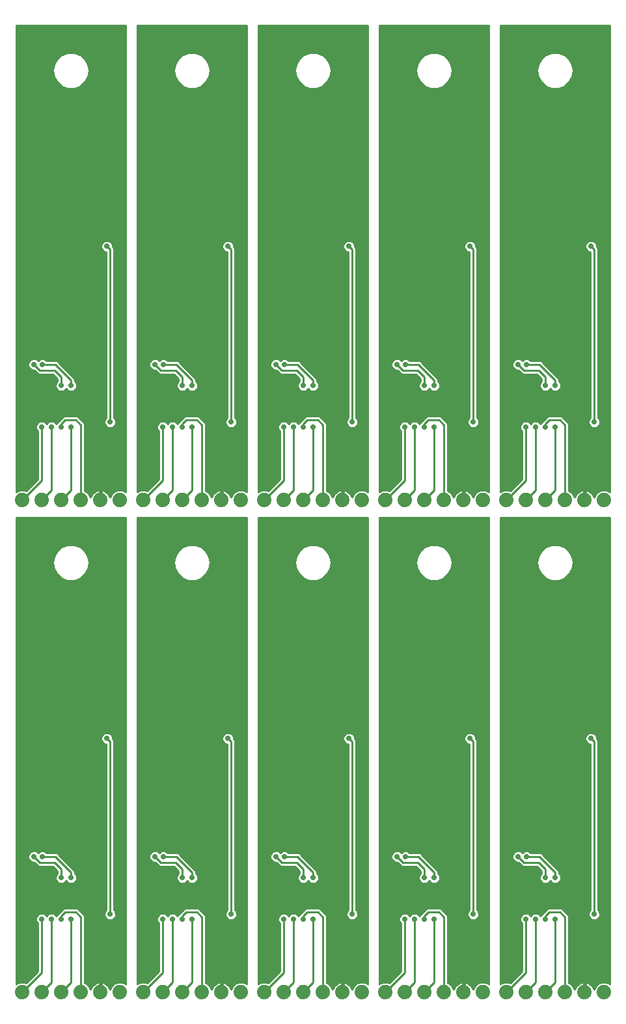
<source format=gbl>
G75*
%MOIN*%
%OFA0B0*%
%FSLAX25Y25*%
%IPPOS*%
%LPD*%
%AMOC8*
5,1,8,0,0,1.08239X$1,22.5*
%
%ADD10C,0.07400*%
%ADD11C,0.01000*%
%ADD12C,0.02900*%
%ADD13C,0.00900*%
D10*
X0033500Y0045000D03*
X0043500Y0045000D03*
X0053500Y0045000D03*
X0063500Y0045000D03*
X0073500Y0045000D03*
X0083500Y0045000D03*
X0095500Y0045000D03*
X0105500Y0045000D03*
X0115500Y0045000D03*
X0125500Y0045000D03*
X0135500Y0045000D03*
X0145500Y0045000D03*
X0157500Y0045000D03*
X0167500Y0045000D03*
X0177500Y0045000D03*
X0187500Y0045000D03*
X0197500Y0045000D03*
X0207500Y0045000D03*
X0219500Y0045000D03*
X0229500Y0045000D03*
X0239500Y0045000D03*
X0249500Y0045000D03*
X0259500Y0045000D03*
X0269500Y0045000D03*
X0281500Y0045000D03*
X0291500Y0045000D03*
X0301500Y0045000D03*
X0311500Y0045000D03*
X0321500Y0045000D03*
X0331500Y0045000D03*
X0331500Y0297000D03*
X0321500Y0297000D03*
X0311500Y0297000D03*
X0301500Y0297000D03*
X0291500Y0297000D03*
X0281500Y0297000D03*
X0269500Y0297000D03*
X0259500Y0297000D03*
X0249500Y0297000D03*
X0239500Y0297000D03*
X0229500Y0297000D03*
X0219500Y0297000D03*
X0207500Y0297000D03*
X0197500Y0297000D03*
X0187500Y0297000D03*
X0177500Y0297000D03*
X0167500Y0297000D03*
X0157500Y0297000D03*
X0145500Y0297000D03*
X0135500Y0297000D03*
X0125500Y0297000D03*
X0115500Y0297000D03*
X0105500Y0297000D03*
X0095500Y0297000D03*
X0083500Y0297000D03*
X0073500Y0297000D03*
X0063500Y0297000D03*
X0053500Y0297000D03*
X0043500Y0297000D03*
X0033500Y0297000D03*
D11*
X0030400Y0288099D02*
X0030400Y0049254D01*
X0030554Y0049408D01*
X0032466Y0050200D01*
X0034534Y0050200D01*
X0035480Y0049808D01*
X0041500Y0055828D01*
X0041500Y0080328D01*
X0040999Y0080829D01*
X0040550Y0081913D01*
X0040550Y0083087D01*
X0040999Y0084171D01*
X0041829Y0085001D01*
X0042913Y0085450D01*
X0044087Y0085450D01*
X0045171Y0085001D01*
X0046000Y0084172D01*
X0046829Y0085001D01*
X0047913Y0085450D01*
X0049087Y0085450D01*
X0050171Y0085001D01*
X0051000Y0084172D01*
X0051500Y0084672D01*
X0051500Y0084828D01*
X0052672Y0086000D01*
X0054672Y0088000D01*
X0061828Y0088000D01*
X0063000Y0086828D01*
X0065500Y0084328D01*
X0065500Y0049800D01*
X0066446Y0049408D01*
X0067908Y0047946D01*
X0068514Y0046483D01*
X0068681Y0046996D01*
X0069053Y0047725D01*
X0069534Y0048388D01*
X0070112Y0048966D01*
X0070775Y0049447D01*
X0071504Y0049819D01*
X0072282Y0050072D01*
X0073000Y0050186D01*
X0073000Y0045500D01*
X0074000Y0045500D01*
X0074000Y0050186D01*
X0074718Y0050072D01*
X0075496Y0049819D01*
X0076225Y0049447D01*
X0076888Y0048966D01*
X0077466Y0048388D01*
X0077947Y0047725D01*
X0078319Y0046996D01*
X0078486Y0046483D01*
X0079092Y0047946D01*
X0080554Y0049408D01*
X0082466Y0050200D01*
X0084534Y0050200D01*
X0086446Y0049408D01*
X0086600Y0049254D01*
X0086600Y0288062D01*
X0030400Y0288099D01*
X0030400Y0287631D02*
X0086600Y0287631D01*
X0086600Y0286632D02*
X0030400Y0286632D01*
X0030400Y0285634D02*
X0086600Y0285634D01*
X0086600Y0284635D02*
X0030400Y0284635D01*
X0030400Y0283637D02*
X0086600Y0283637D01*
X0086600Y0282638D02*
X0030400Y0282638D01*
X0030400Y0281640D02*
X0086600Y0281640D01*
X0086600Y0280641D02*
X0030400Y0280641D01*
X0030400Y0279643D02*
X0086600Y0279643D01*
X0086600Y0278644D02*
X0030400Y0278644D01*
X0030400Y0277646D02*
X0086600Y0277646D01*
X0086600Y0276647D02*
X0030400Y0276647D01*
X0030400Y0275649D02*
X0086600Y0275649D01*
X0086600Y0274650D02*
X0030400Y0274650D01*
X0030400Y0273652D02*
X0055371Y0273652D01*
X0056878Y0274200D02*
X0053829Y0273090D01*
X0051344Y0271005D01*
X0051344Y0271005D01*
X0049721Y0268195D01*
X0049158Y0265000D01*
X0049721Y0261805D01*
X0051344Y0258995D01*
X0053829Y0256910D01*
X0056878Y0255800D01*
X0059287Y0255800D01*
X0060122Y0255800D01*
X0060122Y0255800D01*
X0063171Y0256910D01*
X0065656Y0258995D01*
X0065656Y0258995D01*
X0065656Y0258995D01*
X0067279Y0261805D01*
X0067842Y0265000D01*
X0067279Y0268195D01*
X0065656Y0271005D01*
X0063171Y0273090D01*
X0060122Y0274200D01*
X0056878Y0274200D01*
X0053829Y0273090D02*
X0053829Y0273090D01*
X0053308Y0272653D02*
X0030400Y0272653D01*
X0030400Y0271655D02*
X0052118Y0271655D01*
X0051344Y0271005D02*
X0051344Y0271005D01*
X0051142Y0270656D02*
X0030400Y0270656D01*
X0030400Y0269658D02*
X0050566Y0269658D01*
X0049989Y0268659D02*
X0030400Y0268659D01*
X0030400Y0267661D02*
X0049627Y0267661D01*
X0049721Y0268195D02*
X0049721Y0268195D01*
X0049451Y0266662D02*
X0030400Y0266662D01*
X0030400Y0265664D02*
X0049275Y0265664D01*
X0049158Y0265000D02*
X0049158Y0265000D01*
X0049217Y0264665D02*
X0030400Y0264665D01*
X0030400Y0263667D02*
X0049393Y0263667D01*
X0049569Y0262668D02*
X0030400Y0262668D01*
X0030400Y0261670D02*
X0049800Y0261670D01*
X0049721Y0261805D02*
X0049721Y0261805D01*
X0050376Y0260671D02*
X0030400Y0260671D01*
X0030400Y0259672D02*
X0050953Y0259672D01*
X0051344Y0258995D02*
X0051344Y0258995D01*
X0051726Y0258674D02*
X0030400Y0258674D01*
X0030400Y0257675D02*
X0052916Y0257675D01*
X0053829Y0256910D02*
X0053829Y0256910D01*
X0054468Y0256677D02*
X0030400Y0256677D01*
X0030400Y0255678D02*
X0086600Y0255678D01*
X0086600Y0254680D02*
X0030400Y0254680D01*
X0030400Y0253681D02*
X0086600Y0253681D01*
X0086600Y0252683D02*
X0030400Y0252683D01*
X0030400Y0251684D02*
X0086600Y0251684D01*
X0086600Y0250686D02*
X0030400Y0250686D01*
X0030400Y0249687D02*
X0086600Y0249687D01*
X0086600Y0248689D02*
X0030400Y0248689D01*
X0030400Y0247690D02*
X0086600Y0247690D01*
X0086600Y0246692D02*
X0030400Y0246692D01*
X0030400Y0245693D02*
X0086600Y0245693D01*
X0086600Y0244695D02*
X0030400Y0244695D01*
X0030400Y0243696D02*
X0086600Y0243696D01*
X0086600Y0242698D02*
X0030400Y0242698D01*
X0030400Y0241699D02*
X0086600Y0241699D01*
X0086600Y0240701D02*
X0030400Y0240701D01*
X0030400Y0239702D02*
X0086600Y0239702D01*
X0086600Y0238704D02*
X0030400Y0238704D01*
X0030400Y0237705D02*
X0086600Y0237705D01*
X0086600Y0236707D02*
X0030400Y0236707D01*
X0030400Y0235708D02*
X0086600Y0235708D01*
X0086600Y0234710D02*
X0030400Y0234710D01*
X0030400Y0233711D02*
X0086600Y0233711D01*
X0086600Y0232713D02*
X0030400Y0232713D01*
X0030400Y0231714D02*
X0086600Y0231714D01*
X0086600Y0230716D02*
X0030400Y0230716D01*
X0030400Y0229717D02*
X0086600Y0229717D01*
X0086600Y0228719D02*
X0030400Y0228719D01*
X0030400Y0227720D02*
X0086600Y0227720D01*
X0086600Y0226722D02*
X0030400Y0226722D01*
X0030400Y0225723D02*
X0086600Y0225723D01*
X0086600Y0224725D02*
X0030400Y0224725D01*
X0030400Y0223726D02*
X0086600Y0223726D01*
X0086600Y0222728D02*
X0030400Y0222728D01*
X0030400Y0221729D02*
X0086600Y0221729D01*
X0086600Y0220731D02*
X0030400Y0220731D01*
X0030400Y0219732D02*
X0086600Y0219732D01*
X0086600Y0218734D02*
X0030400Y0218734D01*
X0030400Y0217735D02*
X0086600Y0217735D01*
X0086600Y0216737D02*
X0030400Y0216737D01*
X0030400Y0215738D02*
X0086600Y0215738D01*
X0086600Y0214739D02*
X0030400Y0214739D01*
X0030400Y0213741D02*
X0086600Y0213741D01*
X0086600Y0212742D02*
X0030400Y0212742D01*
X0030400Y0211744D02*
X0086600Y0211744D01*
X0086600Y0210745D02*
X0030400Y0210745D01*
X0030400Y0209747D02*
X0086600Y0209747D01*
X0086600Y0208748D02*
X0030400Y0208748D01*
X0030400Y0207750D02*
X0086600Y0207750D01*
X0086600Y0206751D02*
X0030400Y0206751D01*
X0030400Y0205753D02*
X0086600Y0205753D01*
X0086600Y0204754D02*
X0030400Y0204754D01*
X0030400Y0203756D02*
X0086600Y0203756D01*
X0086600Y0202757D02*
X0030400Y0202757D01*
X0030400Y0201759D02*
X0086600Y0201759D01*
X0086600Y0200760D02*
X0030400Y0200760D01*
X0030400Y0199762D02*
X0086600Y0199762D01*
X0086600Y0198763D02*
X0030400Y0198763D01*
X0030400Y0197765D02*
X0086600Y0197765D01*
X0086600Y0196766D02*
X0030400Y0196766D01*
X0030400Y0195768D02*
X0086600Y0195768D01*
X0086600Y0194769D02*
X0030400Y0194769D01*
X0030400Y0193771D02*
X0086600Y0193771D01*
X0086600Y0192772D02*
X0030400Y0192772D01*
X0030400Y0191774D02*
X0086600Y0191774D01*
X0086600Y0190775D02*
X0030400Y0190775D01*
X0030400Y0189777D02*
X0086600Y0189777D01*
X0086600Y0188778D02*
X0030400Y0188778D01*
X0030400Y0187780D02*
X0086600Y0187780D01*
X0086600Y0186781D02*
X0030400Y0186781D01*
X0030400Y0185783D02*
X0086600Y0185783D01*
X0086600Y0184784D02*
X0030400Y0184784D01*
X0030400Y0183786D02*
X0086600Y0183786D01*
X0086600Y0182787D02*
X0030400Y0182787D01*
X0030400Y0181789D02*
X0086600Y0181789D01*
X0086600Y0180790D02*
X0030400Y0180790D01*
X0030400Y0179792D02*
X0086600Y0179792D01*
X0086600Y0178793D02*
X0030400Y0178793D01*
X0030400Y0177795D02*
X0075884Y0177795D01*
X0076260Y0177950D02*
X0075175Y0177501D01*
X0074346Y0176671D01*
X0073896Y0175587D01*
X0073896Y0174413D01*
X0074346Y0173329D01*
X0075175Y0172499D01*
X0076260Y0172050D01*
X0076500Y0172050D01*
X0076500Y0087172D01*
X0075999Y0086671D01*
X0075550Y0085587D01*
X0075550Y0084413D01*
X0075999Y0083329D01*
X0076829Y0082499D01*
X0077913Y0082050D01*
X0079087Y0082050D01*
X0080171Y0082499D01*
X0081001Y0083329D01*
X0081450Y0084413D01*
X0081450Y0085587D01*
X0081001Y0086671D01*
X0080500Y0087172D01*
X0080500Y0174175D01*
X0079796Y0174878D01*
X0079796Y0175587D01*
X0079347Y0176671D01*
X0078517Y0177501D01*
X0077433Y0177950D01*
X0076260Y0177950D01*
X0077808Y0177795D02*
X0086600Y0177795D01*
X0086600Y0176796D02*
X0079222Y0176796D01*
X0079709Y0175798D02*
X0086600Y0175798D01*
X0086600Y0174799D02*
X0079876Y0174799D01*
X0080500Y0173801D02*
X0086600Y0173801D01*
X0086600Y0172802D02*
X0080500Y0172802D01*
X0080500Y0171803D02*
X0086600Y0171803D01*
X0086600Y0170805D02*
X0080500Y0170805D01*
X0080500Y0169806D02*
X0086600Y0169806D01*
X0086600Y0168808D02*
X0080500Y0168808D01*
X0080500Y0167809D02*
X0086600Y0167809D01*
X0086600Y0166811D02*
X0080500Y0166811D01*
X0080500Y0165812D02*
X0086600Y0165812D01*
X0086600Y0164814D02*
X0080500Y0164814D01*
X0080500Y0163815D02*
X0086600Y0163815D01*
X0086600Y0162817D02*
X0080500Y0162817D01*
X0080500Y0161818D02*
X0086600Y0161818D01*
X0086600Y0160820D02*
X0080500Y0160820D01*
X0080500Y0159821D02*
X0086600Y0159821D01*
X0086600Y0158823D02*
X0080500Y0158823D01*
X0080500Y0157824D02*
X0086600Y0157824D01*
X0086600Y0156826D02*
X0080500Y0156826D01*
X0080500Y0155827D02*
X0086600Y0155827D01*
X0086600Y0154829D02*
X0080500Y0154829D01*
X0080500Y0153830D02*
X0086600Y0153830D01*
X0086600Y0152832D02*
X0080500Y0152832D01*
X0080500Y0151833D02*
X0086600Y0151833D01*
X0086600Y0150835D02*
X0080500Y0150835D01*
X0080500Y0149836D02*
X0086600Y0149836D01*
X0086600Y0148838D02*
X0080500Y0148838D01*
X0080500Y0147839D02*
X0086600Y0147839D01*
X0086600Y0146841D02*
X0080500Y0146841D01*
X0080500Y0145842D02*
X0086600Y0145842D01*
X0086600Y0144844D02*
X0080500Y0144844D01*
X0080500Y0143845D02*
X0086600Y0143845D01*
X0086600Y0142847D02*
X0080500Y0142847D01*
X0080500Y0141848D02*
X0086600Y0141848D01*
X0086600Y0140850D02*
X0080500Y0140850D01*
X0080500Y0139851D02*
X0086600Y0139851D01*
X0086600Y0138853D02*
X0080500Y0138853D01*
X0080500Y0137854D02*
X0086600Y0137854D01*
X0086600Y0136856D02*
X0080500Y0136856D01*
X0080500Y0135857D02*
X0086600Y0135857D01*
X0086600Y0134859D02*
X0080500Y0134859D01*
X0080500Y0133860D02*
X0086600Y0133860D01*
X0086600Y0132862D02*
X0080500Y0132862D01*
X0080500Y0131863D02*
X0086600Y0131863D01*
X0086600Y0130865D02*
X0080500Y0130865D01*
X0080500Y0129866D02*
X0086600Y0129866D01*
X0086600Y0128868D02*
X0080500Y0128868D01*
X0080500Y0127869D02*
X0086600Y0127869D01*
X0086600Y0126870D02*
X0080500Y0126870D01*
X0080500Y0125872D02*
X0086600Y0125872D01*
X0086600Y0124873D02*
X0080500Y0124873D01*
X0080500Y0123875D02*
X0086600Y0123875D01*
X0086600Y0122876D02*
X0080500Y0122876D01*
X0080500Y0121878D02*
X0086600Y0121878D01*
X0086600Y0120879D02*
X0080500Y0120879D01*
X0080500Y0119881D02*
X0086600Y0119881D01*
X0086600Y0118882D02*
X0080500Y0118882D01*
X0080500Y0117884D02*
X0086600Y0117884D01*
X0086600Y0116885D02*
X0080500Y0116885D01*
X0080500Y0115887D02*
X0086600Y0115887D01*
X0086600Y0114888D02*
X0080500Y0114888D01*
X0080500Y0113890D02*
X0086600Y0113890D01*
X0086600Y0112891D02*
X0080500Y0112891D01*
X0080500Y0111893D02*
X0086600Y0111893D01*
X0086600Y0110894D02*
X0080500Y0110894D01*
X0080500Y0109896D02*
X0086600Y0109896D01*
X0086600Y0108897D02*
X0080500Y0108897D01*
X0080500Y0107899D02*
X0086600Y0107899D01*
X0086600Y0106900D02*
X0080500Y0106900D01*
X0080500Y0105902D02*
X0086600Y0105902D01*
X0086600Y0104903D02*
X0080500Y0104903D01*
X0080500Y0103905D02*
X0086600Y0103905D01*
X0086600Y0102906D02*
X0080500Y0102906D01*
X0080500Y0101908D02*
X0086600Y0101908D01*
X0086600Y0100909D02*
X0080500Y0100909D01*
X0080500Y0099911D02*
X0086600Y0099911D01*
X0086600Y0098912D02*
X0080500Y0098912D01*
X0080500Y0097914D02*
X0086600Y0097914D01*
X0086600Y0096915D02*
X0080500Y0096915D01*
X0080500Y0095917D02*
X0086600Y0095917D01*
X0086600Y0094918D02*
X0080500Y0094918D01*
X0080500Y0093920D02*
X0086600Y0093920D01*
X0086600Y0092921D02*
X0080500Y0092921D01*
X0080500Y0091923D02*
X0086600Y0091923D01*
X0086600Y0090924D02*
X0080500Y0090924D01*
X0080500Y0089926D02*
X0086600Y0089926D01*
X0086600Y0088927D02*
X0080500Y0088927D01*
X0080500Y0087929D02*
X0086600Y0087929D01*
X0086600Y0086930D02*
X0080742Y0086930D01*
X0081307Y0085932D02*
X0086600Y0085932D01*
X0086600Y0084933D02*
X0081450Y0084933D01*
X0081252Y0083934D02*
X0086600Y0083934D01*
X0086600Y0082936D02*
X0080608Y0082936D01*
X0078500Y0085000D02*
X0078500Y0173346D01*
X0076846Y0175000D01*
X0074150Y0173801D02*
X0030400Y0173801D01*
X0030400Y0174799D02*
X0073896Y0174799D01*
X0073984Y0175798D02*
X0030400Y0175798D01*
X0030400Y0176796D02*
X0074471Y0176796D01*
X0074873Y0172802D02*
X0030400Y0172802D01*
X0030400Y0171803D02*
X0076500Y0171803D01*
X0076500Y0170805D02*
X0030400Y0170805D01*
X0030400Y0169806D02*
X0076500Y0169806D01*
X0076500Y0168808D02*
X0030400Y0168808D01*
X0030400Y0167809D02*
X0076500Y0167809D01*
X0076500Y0166811D02*
X0030400Y0166811D01*
X0030400Y0165812D02*
X0076500Y0165812D01*
X0076500Y0164814D02*
X0030400Y0164814D01*
X0030400Y0163815D02*
X0076500Y0163815D01*
X0076500Y0162817D02*
X0030400Y0162817D01*
X0030400Y0161818D02*
X0076500Y0161818D01*
X0076500Y0160820D02*
X0030400Y0160820D01*
X0030400Y0159821D02*
X0076500Y0159821D01*
X0076500Y0158823D02*
X0030400Y0158823D01*
X0030400Y0157824D02*
X0076500Y0157824D01*
X0076500Y0156826D02*
X0030400Y0156826D01*
X0030400Y0155827D02*
X0076500Y0155827D01*
X0076500Y0154829D02*
X0030400Y0154829D01*
X0030400Y0153830D02*
X0076500Y0153830D01*
X0076500Y0152832D02*
X0030400Y0152832D01*
X0030400Y0151833D02*
X0076500Y0151833D01*
X0076500Y0150835D02*
X0030400Y0150835D01*
X0030400Y0149836D02*
X0076500Y0149836D01*
X0076500Y0148838D02*
X0030400Y0148838D01*
X0030400Y0147839D02*
X0076500Y0147839D01*
X0076500Y0146841D02*
X0030400Y0146841D01*
X0030400Y0145842D02*
X0076500Y0145842D01*
X0076500Y0144844D02*
X0030400Y0144844D01*
X0030400Y0143845D02*
X0076500Y0143845D01*
X0076500Y0142847D02*
X0030400Y0142847D01*
X0030400Y0141848D02*
X0076500Y0141848D01*
X0076500Y0140850D02*
X0030400Y0140850D01*
X0030400Y0139851D02*
X0076500Y0139851D01*
X0076500Y0138853D02*
X0030400Y0138853D01*
X0030400Y0137854D02*
X0076500Y0137854D01*
X0076500Y0136856D02*
X0030400Y0136856D01*
X0030400Y0135857D02*
X0076500Y0135857D01*
X0076500Y0134859D02*
X0030400Y0134859D01*
X0030400Y0133860D02*
X0076500Y0133860D01*
X0076500Y0132862D02*
X0030400Y0132862D01*
X0030400Y0131863D02*
X0076500Y0131863D01*
X0076500Y0130865D02*
X0030400Y0130865D01*
X0030400Y0129866D02*
X0076500Y0129866D01*
X0076500Y0128868D02*
X0030400Y0128868D01*
X0030400Y0127869D02*
X0076500Y0127869D01*
X0076500Y0126870D02*
X0030400Y0126870D01*
X0030400Y0125872D02*
X0076500Y0125872D01*
X0076500Y0124873D02*
X0030400Y0124873D01*
X0030400Y0123875D02*
X0076500Y0123875D01*
X0076500Y0122876D02*
X0030400Y0122876D01*
X0030400Y0121878D02*
X0076500Y0121878D01*
X0076500Y0120879D02*
X0030400Y0120879D01*
X0030400Y0119881D02*
X0076500Y0119881D01*
X0076500Y0118882D02*
X0030400Y0118882D01*
X0030400Y0117884D02*
X0076500Y0117884D01*
X0076500Y0116885D02*
X0045487Y0116885D01*
X0045471Y0116901D02*
X0044387Y0117350D01*
X0043213Y0117350D01*
X0042129Y0116901D01*
X0041751Y0116523D01*
X0041273Y0117001D01*
X0040189Y0117450D01*
X0039016Y0117450D01*
X0037931Y0117001D01*
X0037101Y0116171D01*
X0036652Y0115087D01*
X0036652Y0113913D01*
X0037101Y0112829D01*
X0037931Y0111999D01*
X0039016Y0111550D01*
X0039795Y0111550D01*
X0040652Y0110692D01*
X0041795Y0109550D01*
X0049192Y0109550D01*
X0051550Y0107192D01*
X0051550Y0105922D01*
X0050999Y0105371D01*
X0050550Y0104287D01*
X0050550Y0103113D01*
X0050999Y0102029D01*
X0051829Y0101199D01*
X0052913Y0100750D01*
X0054087Y0100750D01*
X0055171Y0101199D01*
X0056000Y0102028D01*
X0056829Y0101199D01*
X0057913Y0100750D01*
X0059087Y0100750D01*
X0060171Y0101199D01*
X0061001Y0102029D01*
X0061450Y0103113D01*
X0061450Y0104287D01*
X0061001Y0105371D01*
X0060450Y0105922D01*
X0060450Y0107308D01*
X0052550Y0115208D01*
X0051408Y0116350D01*
X0046022Y0116350D01*
X0045471Y0116901D01*
X0042113Y0116885D02*
X0041389Y0116885D01*
X0037816Y0116885D02*
X0030400Y0116885D01*
X0030400Y0115887D02*
X0036984Y0115887D01*
X0036652Y0114888D02*
X0030400Y0114888D01*
X0030400Y0113890D02*
X0036662Y0113890D01*
X0037076Y0112891D02*
X0030400Y0112891D01*
X0030400Y0111893D02*
X0038188Y0111893D01*
X0040450Y0110894D02*
X0030400Y0110894D01*
X0030400Y0109896D02*
X0041449Y0109896D01*
X0049845Y0108897D02*
X0030400Y0108897D01*
X0030400Y0107899D02*
X0050844Y0107899D01*
X0051550Y0106900D02*
X0030400Y0106900D01*
X0030400Y0105902D02*
X0051530Y0105902D01*
X0050805Y0104903D02*
X0030400Y0104903D01*
X0030400Y0103905D02*
X0050550Y0103905D01*
X0050636Y0102906D02*
X0030400Y0102906D01*
X0030400Y0101908D02*
X0051120Y0101908D01*
X0052529Y0100909D02*
X0030400Y0100909D01*
X0030400Y0099911D02*
X0076500Y0099911D01*
X0076500Y0100909D02*
X0059471Y0100909D01*
X0060880Y0101908D02*
X0076500Y0101908D01*
X0076500Y0102906D02*
X0061364Y0102906D01*
X0061450Y0103905D02*
X0076500Y0103905D01*
X0076500Y0104903D02*
X0061195Y0104903D01*
X0060470Y0105902D02*
X0076500Y0105902D01*
X0076500Y0106900D02*
X0060450Y0106900D01*
X0059859Y0107899D02*
X0076500Y0107899D01*
X0076500Y0108897D02*
X0058860Y0108897D01*
X0057862Y0109896D02*
X0076500Y0109896D01*
X0076500Y0110894D02*
X0056863Y0110894D01*
X0055865Y0111893D02*
X0076500Y0111893D01*
X0076500Y0112891D02*
X0054866Y0112891D01*
X0053868Y0113890D02*
X0076500Y0113890D01*
X0076500Y0114888D02*
X0052869Y0114888D01*
X0051871Y0115887D02*
X0076500Y0115887D01*
X0076500Y0098912D02*
X0030400Y0098912D01*
X0030400Y0097914D02*
X0076500Y0097914D01*
X0076500Y0096915D02*
X0030400Y0096915D01*
X0030400Y0095917D02*
X0076500Y0095917D01*
X0076500Y0094918D02*
X0030400Y0094918D01*
X0030400Y0093920D02*
X0076500Y0093920D01*
X0076500Y0092921D02*
X0030400Y0092921D01*
X0030400Y0091923D02*
X0076500Y0091923D01*
X0076500Y0090924D02*
X0030400Y0090924D01*
X0030400Y0089926D02*
X0076500Y0089926D01*
X0076500Y0088927D02*
X0030400Y0088927D01*
X0030400Y0087929D02*
X0054600Y0087929D01*
X0053602Y0086930D02*
X0030400Y0086930D01*
X0030400Y0085932D02*
X0052603Y0085932D01*
X0051605Y0084933D02*
X0050239Y0084933D01*
X0048500Y0082500D02*
X0048500Y0050000D01*
X0043500Y0045000D01*
X0036655Y0050984D02*
X0030400Y0050984D01*
X0030400Y0051982D02*
X0037654Y0051982D01*
X0038652Y0052981D02*
X0030400Y0052981D01*
X0030400Y0053979D02*
X0039651Y0053979D01*
X0040649Y0054978D02*
X0030400Y0054978D01*
X0030400Y0055976D02*
X0041500Y0055976D01*
X0041500Y0056975D02*
X0030400Y0056975D01*
X0030400Y0057973D02*
X0041500Y0057973D01*
X0041500Y0058972D02*
X0030400Y0058972D01*
X0030400Y0059970D02*
X0041500Y0059970D01*
X0041500Y0060969D02*
X0030400Y0060969D01*
X0030400Y0061967D02*
X0041500Y0061967D01*
X0041500Y0062966D02*
X0030400Y0062966D01*
X0030400Y0063964D02*
X0041500Y0063964D01*
X0041500Y0064963D02*
X0030400Y0064963D01*
X0030400Y0065961D02*
X0041500Y0065961D01*
X0041500Y0066960D02*
X0030400Y0066960D01*
X0030400Y0067958D02*
X0041500Y0067958D01*
X0041500Y0068957D02*
X0030400Y0068957D01*
X0030400Y0069955D02*
X0041500Y0069955D01*
X0041500Y0070954D02*
X0030400Y0070954D01*
X0030400Y0071952D02*
X0041500Y0071952D01*
X0041500Y0072951D02*
X0030400Y0072951D01*
X0030400Y0073949D02*
X0041500Y0073949D01*
X0041500Y0074948D02*
X0030400Y0074948D01*
X0030400Y0075946D02*
X0041500Y0075946D01*
X0041500Y0076945D02*
X0030400Y0076945D01*
X0030400Y0077943D02*
X0041500Y0077943D01*
X0041500Y0078942D02*
X0030400Y0078942D01*
X0030400Y0079940D02*
X0041500Y0079940D01*
X0040954Y0080939D02*
X0030400Y0080939D01*
X0030400Y0081937D02*
X0040550Y0081937D01*
X0040550Y0082936D02*
X0030400Y0082936D01*
X0030400Y0083934D02*
X0040901Y0083934D01*
X0041761Y0084933D02*
X0030400Y0084933D01*
X0043500Y0082500D02*
X0043500Y0055000D01*
X0033500Y0045000D01*
X0031947Y0049985D02*
X0030400Y0049985D01*
X0035053Y0049985D02*
X0035657Y0049985D01*
X0053500Y0045000D02*
X0058500Y0050000D01*
X0058500Y0082500D01*
X0061000Y0086000D02*
X0055500Y0086000D01*
X0053500Y0084000D01*
X0053500Y0082500D01*
X0046761Y0084933D02*
X0045239Y0084933D01*
X0054471Y0100909D02*
X0057529Y0100909D01*
X0056120Y0101908D02*
X0055880Y0101908D01*
X0061900Y0087929D02*
X0076500Y0087929D01*
X0076258Y0086930D02*
X0062898Y0086930D01*
X0063897Y0085932D02*
X0075693Y0085932D01*
X0075550Y0084933D02*
X0064895Y0084933D01*
X0065500Y0083934D02*
X0075748Y0083934D01*
X0076392Y0082936D02*
X0065500Y0082936D01*
X0065500Y0081937D02*
X0086600Y0081937D01*
X0086600Y0080939D02*
X0065500Y0080939D01*
X0065500Y0079940D02*
X0086600Y0079940D01*
X0086600Y0078942D02*
X0065500Y0078942D01*
X0065500Y0077943D02*
X0086600Y0077943D01*
X0086600Y0076945D02*
X0065500Y0076945D01*
X0065500Y0075946D02*
X0086600Y0075946D01*
X0086600Y0074948D02*
X0065500Y0074948D01*
X0065500Y0073949D02*
X0086600Y0073949D01*
X0086600Y0072951D02*
X0065500Y0072951D01*
X0065500Y0071952D02*
X0086600Y0071952D01*
X0086600Y0070954D02*
X0065500Y0070954D01*
X0065500Y0069955D02*
X0086600Y0069955D01*
X0086600Y0068957D02*
X0065500Y0068957D01*
X0065500Y0067958D02*
X0086600Y0067958D01*
X0086600Y0066960D02*
X0065500Y0066960D01*
X0065500Y0065961D02*
X0086600Y0065961D01*
X0086600Y0064963D02*
X0065500Y0064963D01*
X0065500Y0063964D02*
X0086600Y0063964D01*
X0086600Y0062966D02*
X0065500Y0062966D01*
X0065500Y0061967D02*
X0086600Y0061967D01*
X0086600Y0060969D02*
X0065500Y0060969D01*
X0065500Y0059970D02*
X0086600Y0059970D01*
X0086600Y0058972D02*
X0065500Y0058972D01*
X0065500Y0057973D02*
X0086600Y0057973D01*
X0086600Y0056975D02*
X0065500Y0056975D01*
X0065500Y0055976D02*
X0086600Y0055976D01*
X0086600Y0054978D02*
X0065500Y0054978D01*
X0065500Y0053979D02*
X0086600Y0053979D01*
X0086600Y0052981D02*
X0065500Y0052981D01*
X0065500Y0051982D02*
X0086600Y0051982D01*
X0086600Y0050984D02*
X0065500Y0050984D01*
X0065500Y0049985D02*
X0072015Y0049985D01*
X0073000Y0049985D02*
X0074000Y0049985D01*
X0074985Y0049985D02*
X0081947Y0049985D01*
X0080133Y0048987D02*
X0076860Y0048987D01*
X0077757Y0047988D02*
X0079134Y0047988D01*
X0078696Y0046990D02*
X0078321Y0046990D01*
X0074000Y0046990D02*
X0073000Y0046990D01*
X0073000Y0047988D02*
X0074000Y0047988D01*
X0074000Y0048987D02*
X0073000Y0048987D01*
X0070140Y0048987D02*
X0066867Y0048987D01*
X0067866Y0047988D02*
X0069243Y0047988D01*
X0068679Y0046990D02*
X0068304Y0046990D01*
X0063500Y0045000D02*
X0063500Y0083500D01*
X0061000Y0086000D01*
X0073000Y0045991D02*
X0074000Y0045991D01*
X0085053Y0049985D02*
X0086600Y0049985D01*
X0092400Y0049985D02*
X0093947Y0049985D01*
X0094466Y0050200D02*
X0092554Y0049408D01*
X0092400Y0049254D01*
X0092400Y0288099D01*
X0148600Y0288062D01*
X0148600Y0049254D01*
X0148446Y0049408D01*
X0146534Y0050200D01*
X0144466Y0050200D01*
X0142554Y0049408D01*
X0141092Y0047946D01*
X0140486Y0046483D01*
X0140319Y0046996D01*
X0139947Y0047725D01*
X0139466Y0048388D01*
X0138888Y0048966D01*
X0138225Y0049447D01*
X0137496Y0049819D01*
X0136718Y0050072D01*
X0136000Y0050186D01*
X0136000Y0045500D01*
X0135000Y0045500D01*
X0135000Y0050186D01*
X0134282Y0050072D01*
X0133504Y0049819D01*
X0132775Y0049447D01*
X0132112Y0048966D01*
X0131534Y0048388D01*
X0131053Y0047725D01*
X0130681Y0046996D01*
X0130514Y0046483D01*
X0129908Y0047946D01*
X0128446Y0049408D01*
X0127500Y0049800D01*
X0127500Y0084328D01*
X0125000Y0086828D01*
X0123828Y0088000D01*
X0116672Y0088000D01*
X0114672Y0086000D01*
X0113500Y0084828D01*
X0113500Y0084672D01*
X0113000Y0084172D01*
X0112171Y0085001D01*
X0111087Y0085450D01*
X0109913Y0085450D01*
X0108829Y0085001D01*
X0108000Y0084172D01*
X0107171Y0085001D01*
X0106087Y0085450D01*
X0104913Y0085450D01*
X0103829Y0085001D01*
X0102999Y0084171D01*
X0102550Y0083087D01*
X0102550Y0081913D01*
X0102999Y0080829D01*
X0103500Y0080328D01*
X0103500Y0055828D01*
X0097480Y0049808D01*
X0096534Y0050200D01*
X0094466Y0050200D01*
X0092400Y0050984D02*
X0098655Y0050984D01*
X0099654Y0051982D02*
X0092400Y0051982D01*
X0092400Y0052981D02*
X0100652Y0052981D01*
X0101651Y0053979D02*
X0092400Y0053979D01*
X0092400Y0054978D02*
X0102649Y0054978D01*
X0103500Y0055976D02*
X0092400Y0055976D01*
X0092400Y0056975D02*
X0103500Y0056975D01*
X0103500Y0057973D02*
X0092400Y0057973D01*
X0092400Y0058972D02*
X0103500Y0058972D01*
X0103500Y0059970D02*
X0092400Y0059970D01*
X0092400Y0060969D02*
X0103500Y0060969D01*
X0103500Y0061967D02*
X0092400Y0061967D01*
X0092400Y0062966D02*
X0103500Y0062966D01*
X0103500Y0063964D02*
X0092400Y0063964D01*
X0092400Y0064963D02*
X0103500Y0064963D01*
X0103500Y0065961D02*
X0092400Y0065961D01*
X0092400Y0066960D02*
X0103500Y0066960D01*
X0103500Y0067958D02*
X0092400Y0067958D01*
X0092400Y0068957D02*
X0103500Y0068957D01*
X0103500Y0069955D02*
X0092400Y0069955D01*
X0092400Y0070954D02*
X0103500Y0070954D01*
X0103500Y0071952D02*
X0092400Y0071952D01*
X0092400Y0072951D02*
X0103500Y0072951D01*
X0103500Y0073949D02*
X0092400Y0073949D01*
X0092400Y0074948D02*
X0103500Y0074948D01*
X0103500Y0075946D02*
X0092400Y0075946D01*
X0092400Y0076945D02*
X0103500Y0076945D01*
X0103500Y0077943D02*
X0092400Y0077943D01*
X0092400Y0078942D02*
X0103500Y0078942D01*
X0103500Y0079940D02*
X0092400Y0079940D01*
X0092400Y0080939D02*
X0102954Y0080939D01*
X0102550Y0081937D02*
X0092400Y0081937D01*
X0092400Y0082936D02*
X0102550Y0082936D01*
X0102901Y0083934D02*
X0092400Y0083934D01*
X0092400Y0084933D02*
X0103761Y0084933D01*
X0105500Y0082500D02*
X0105500Y0055000D01*
X0095500Y0045000D01*
X0097053Y0049985D02*
X0097657Y0049985D01*
X0105500Y0045000D02*
X0110500Y0050000D01*
X0110500Y0082500D01*
X0112239Y0084933D02*
X0113605Y0084933D01*
X0114603Y0085932D02*
X0092400Y0085932D01*
X0092400Y0086930D02*
X0115602Y0086930D01*
X0116600Y0087929D02*
X0092400Y0087929D01*
X0092400Y0088927D02*
X0138500Y0088927D01*
X0138500Y0087929D02*
X0123900Y0087929D01*
X0124898Y0086930D02*
X0138258Y0086930D01*
X0138500Y0087172D02*
X0137999Y0086671D01*
X0137550Y0085587D01*
X0137550Y0084413D01*
X0137999Y0083329D01*
X0138829Y0082499D01*
X0139913Y0082050D01*
X0141087Y0082050D01*
X0142171Y0082499D01*
X0143001Y0083329D01*
X0143450Y0084413D01*
X0143450Y0085587D01*
X0143001Y0086671D01*
X0142500Y0087172D01*
X0142500Y0174175D01*
X0141796Y0174878D01*
X0141796Y0175587D01*
X0141347Y0176671D01*
X0140517Y0177501D01*
X0139433Y0177950D01*
X0138260Y0177950D01*
X0137175Y0177501D01*
X0136346Y0176671D01*
X0135896Y0175587D01*
X0135896Y0174413D01*
X0136346Y0173329D01*
X0137175Y0172499D01*
X0138260Y0172050D01*
X0138500Y0172050D01*
X0138500Y0087172D01*
X0137693Y0085932D02*
X0125897Y0085932D01*
X0126895Y0084933D02*
X0137550Y0084933D01*
X0137748Y0083934D02*
X0127500Y0083934D01*
X0127500Y0082936D02*
X0138392Y0082936D01*
X0140500Y0085000D02*
X0140500Y0173346D01*
X0138846Y0175000D01*
X0136150Y0173801D02*
X0092400Y0173801D01*
X0092400Y0174799D02*
X0135896Y0174799D01*
X0135984Y0175798D02*
X0092400Y0175798D01*
X0092400Y0176796D02*
X0136471Y0176796D01*
X0137884Y0177795D02*
X0092400Y0177795D01*
X0092400Y0178793D02*
X0148600Y0178793D01*
X0148600Y0177795D02*
X0139808Y0177795D01*
X0141222Y0176796D02*
X0148600Y0176796D01*
X0148600Y0175798D02*
X0141709Y0175798D01*
X0141876Y0174799D02*
X0148600Y0174799D01*
X0148600Y0173801D02*
X0142500Y0173801D01*
X0142500Y0172802D02*
X0148600Y0172802D01*
X0148600Y0171803D02*
X0142500Y0171803D01*
X0142500Y0170805D02*
X0148600Y0170805D01*
X0148600Y0169806D02*
X0142500Y0169806D01*
X0142500Y0168808D02*
X0148600Y0168808D01*
X0148600Y0167809D02*
X0142500Y0167809D01*
X0142500Y0166811D02*
X0148600Y0166811D01*
X0148600Y0165812D02*
X0142500Y0165812D01*
X0142500Y0164814D02*
X0148600Y0164814D01*
X0148600Y0163815D02*
X0142500Y0163815D01*
X0142500Y0162817D02*
X0148600Y0162817D01*
X0148600Y0161818D02*
X0142500Y0161818D01*
X0142500Y0160820D02*
X0148600Y0160820D01*
X0148600Y0159821D02*
X0142500Y0159821D01*
X0142500Y0158823D02*
X0148600Y0158823D01*
X0148600Y0157824D02*
X0142500Y0157824D01*
X0142500Y0156826D02*
X0148600Y0156826D01*
X0148600Y0155827D02*
X0142500Y0155827D01*
X0142500Y0154829D02*
X0148600Y0154829D01*
X0148600Y0153830D02*
X0142500Y0153830D01*
X0142500Y0152832D02*
X0148600Y0152832D01*
X0148600Y0151833D02*
X0142500Y0151833D01*
X0142500Y0150835D02*
X0148600Y0150835D01*
X0148600Y0149836D02*
X0142500Y0149836D01*
X0142500Y0148838D02*
X0148600Y0148838D01*
X0148600Y0147839D02*
X0142500Y0147839D01*
X0142500Y0146841D02*
X0148600Y0146841D01*
X0148600Y0145842D02*
X0142500Y0145842D01*
X0142500Y0144844D02*
X0148600Y0144844D01*
X0148600Y0143845D02*
X0142500Y0143845D01*
X0142500Y0142847D02*
X0148600Y0142847D01*
X0148600Y0141848D02*
X0142500Y0141848D01*
X0142500Y0140850D02*
X0148600Y0140850D01*
X0148600Y0139851D02*
X0142500Y0139851D01*
X0142500Y0138853D02*
X0148600Y0138853D01*
X0148600Y0137854D02*
X0142500Y0137854D01*
X0142500Y0136856D02*
X0148600Y0136856D01*
X0148600Y0135857D02*
X0142500Y0135857D01*
X0142500Y0134859D02*
X0148600Y0134859D01*
X0148600Y0133860D02*
X0142500Y0133860D01*
X0142500Y0132862D02*
X0148600Y0132862D01*
X0148600Y0131863D02*
X0142500Y0131863D01*
X0142500Y0130865D02*
X0148600Y0130865D01*
X0148600Y0129866D02*
X0142500Y0129866D01*
X0142500Y0128868D02*
X0148600Y0128868D01*
X0148600Y0127869D02*
X0142500Y0127869D01*
X0142500Y0126870D02*
X0148600Y0126870D01*
X0148600Y0125872D02*
X0142500Y0125872D01*
X0142500Y0124873D02*
X0148600Y0124873D01*
X0148600Y0123875D02*
X0142500Y0123875D01*
X0142500Y0122876D02*
X0148600Y0122876D01*
X0148600Y0121878D02*
X0142500Y0121878D01*
X0142500Y0120879D02*
X0148600Y0120879D01*
X0148600Y0119881D02*
X0142500Y0119881D01*
X0142500Y0118882D02*
X0148600Y0118882D01*
X0148600Y0117884D02*
X0142500Y0117884D01*
X0142500Y0116885D02*
X0148600Y0116885D01*
X0148600Y0115887D02*
X0142500Y0115887D01*
X0142500Y0114888D02*
X0148600Y0114888D01*
X0148600Y0113890D02*
X0142500Y0113890D01*
X0142500Y0112891D02*
X0148600Y0112891D01*
X0148600Y0111893D02*
X0142500Y0111893D01*
X0142500Y0110894D02*
X0148600Y0110894D01*
X0148600Y0109896D02*
X0142500Y0109896D01*
X0142500Y0108897D02*
X0148600Y0108897D01*
X0148600Y0107899D02*
X0142500Y0107899D01*
X0142500Y0106900D02*
X0148600Y0106900D01*
X0148600Y0105902D02*
X0142500Y0105902D01*
X0142500Y0104903D02*
X0148600Y0104903D01*
X0148600Y0103905D02*
X0142500Y0103905D01*
X0142500Y0102906D02*
X0148600Y0102906D01*
X0148600Y0101908D02*
X0142500Y0101908D01*
X0142500Y0100909D02*
X0148600Y0100909D01*
X0148600Y0099911D02*
X0142500Y0099911D01*
X0142500Y0098912D02*
X0148600Y0098912D01*
X0148600Y0097914D02*
X0142500Y0097914D01*
X0142500Y0096915D02*
X0148600Y0096915D01*
X0148600Y0095917D02*
X0142500Y0095917D01*
X0142500Y0094918D02*
X0148600Y0094918D01*
X0148600Y0093920D02*
X0142500Y0093920D01*
X0142500Y0092921D02*
X0148600Y0092921D01*
X0148600Y0091923D02*
X0142500Y0091923D01*
X0142500Y0090924D02*
X0148600Y0090924D01*
X0148600Y0089926D02*
X0142500Y0089926D01*
X0142500Y0088927D02*
X0148600Y0088927D01*
X0148600Y0087929D02*
X0142500Y0087929D01*
X0142742Y0086930D02*
X0148600Y0086930D01*
X0148600Y0085932D02*
X0143307Y0085932D01*
X0143450Y0084933D02*
X0148600Y0084933D01*
X0148600Y0083934D02*
X0143252Y0083934D01*
X0142608Y0082936D02*
X0148600Y0082936D01*
X0148600Y0081937D02*
X0127500Y0081937D01*
X0127500Y0080939D02*
X0148600Y0080939D01*
X0148600Y0079940D02*
X0127500Y0079940D01*
X0127500Y0078942D02*
X0148600Y0078942D01*
X0148600Y0077943D02*
X0127500Y0077943D01*
X0127500Y0076945D02*
X0148600Y0076945D01*
X0148600Y0075946D02*
X0127500Y0075946D01*
X0127500Y0074948D02*
X0148600Y0074948D01*
X0148600Y0073949D02*
X0127500Y0073949D01*
X0127500Y0072951D02*
X0148600Y0072951D01*
X0148600Y0071952D02*
X0127500Y0071952D01*
X0127500Y0070954D02*
X0148600Y0070954D01*
X0148600Y0069955D02*
X0127500Y0069955D01*
X0127500Y0068957D02*
X0148600Y0068957D01*
X0148600Y0067958D02*
X0127500Y0067958D01*
X0127500Y0066960D02*
X0148600Y0066960D01*
X0148600Y0065961D02*
X0127500Y0065961D01*
X0127500Y0064963D02*
X0148600Y0064963D01*
X0148600Y0063964D02*
X0127500Y0063964D01*
X0127500Y0062966D02*
X0148600Y0062966D01*
X0148600Y0061967D02*
X0127500Y0061967D01*
X0127500Y0060969D02*
X0148600Y0060969D01*
X0148600Y0059970D02*
X0127500Y0059970D01*
X0127500Y0058972D02*
X0148600Y0058972D01*
X0148600Y0057973D02*
X0127500Y0057973D01*
X0127500Y0056975D02*
X0148600Y0056975D01*
X0148600Y0055976D02*
X0127500Y0055976D01*
X0127500Y0054978D02*
X0148600Y0054978D01*
X0148600Y0053979D02*
X0127500Y0053979D01*
X0127500Y0052981D02*
X0148600Y0052981D01*
X0148600Y0051982D02*
X0127500Y0051982D01*
X0127500Y0050984D02*
X0148600Y0050984D01*
X0148600Y0049985D02*
X0147053Y0049985D01*
X0143947Y0049985D02*
X0136985Y0049985D01*
X0136000Y0049985D02*
X0135000Y0049985D01*
X0134015Y0049985D02*
X0127500Y0049985D01*
X0128867Y0048987D02*
X0132140Y0048987D01*
X0131243Y0047988D02*
X0129866Y0047988D01*
X0130304Y0046990D02*
X0130679Y0046990D01*
X0135000Y0046990D02*
X0136000Y0046990D01*
X0136000Y0047988D02*
X0135000Y0047988D01*
X0135000Y0048987D02*
X0136000Y0048987D01*
X0138860Y0048987D02*
X0142133Y0048987D01*
X0141134Y0047988D02*
X0139757Y0047988D01*
X0140321Y0046990D02*
X0140696Y0046990D01*
X0136000Y0045991D02*
X0135000Y0045991D01*
X0125500Y0045000D02*
X0125500Y0083500D01*
X0123000Y0086000D01*
X0117500Y0086000D01*
X0115500Y0084000D01*
X0115500Y0082500D01*
X0120500Y0082500D02*
X0120500Y0050000D01*
X0115500Y0045000D01*
X0108761Y0084933D02*
X0107239Y0084933D01*
X0113829Y0101199D02*
X0112999Y0102029D01*
X0112550Y0103113D01*
X0112550Y0104287D01*
X0112999Y0105371D01*
X0113550Y0105922D01*
X0113550Y0107192D01*
X0111192Y0109550D01*
X0103795Y0109550D01*
X0102652Y0110692D01*
X0101795Y0111550D01*
X0101016Y0111550D01*
X0099931Y0111999D01*
X0099101Y0112829D01*
X0098652Y0113913D01*
X0098652Y0115087D01*
X0099101Y0116171D01*
X0099931Y0117001D01*
X0101016Y0117450D01*
X0102189Y0117450D01*
X0103273Y0117001D01*
X0103751Y0116523D01*
X0104129Y0116901D01*
X0105213Y0117350D01*
X0106387Y0117350D01*
X0107471Y0116901D01*
X0108022Y0116350D01*
X0113408Y0116350D01*
X0114550Y0115208D01*
X0122450Y0107308D01*
X0122450Y0105922D01*
X0123001Y0105371D01*
X0123450Y0104287D01*
X0123450Y0103113D01*
X0123001Y0102029D01*
X0122171Y0101199D01*
X0121087Y0100750D01*
X0119913Y0100750D01*
X0118829Y0101199D01*
X0118000Y0102028D01*
X0117171Y0101199D01*
X0116087Y0100750D01*
X0114913Y0100750D01*
X0113829Y0101199D01*
X0114529Y0100909D02*
X0092400Y0100909D01*
X0092400Y0099911D02*
X0138500Y0099911D01*
X0138500Y0100909D02*
X0121471Y0100909D01*
X0122880Y0101908D02*
X0138500Y0101908D01*
X0138500Y0102906D02*
X0123364Y0102906D01*
X0123450Y0103905D02*
X0138500Y0103905D01*
X0138500Y0104903D02*
X0123195Y0104903D01*
X0122470Y0105902D02*
X0138500Y0105902D01*
X0138500Y0106900D02*
X0122450Y0106900D01*
X0121859Y0107899D02*
X0138500Y0107899D01*
X0138500Y0108897D02*
X0120860Y0108897D01*
X0119862Y0109896D02*
X0138500Y0109896D01*
X0138500Y0110894D02*
X0118863Y0110894D01*
X0117865Y0111893D02*
X0138500Y0111893D01*
X0138500Y0112891D02*
X0116866Y0112891D01*
X0115868Y0113890D02*
X0138500Y0113890D01*
X0138500Y0114888D02*
X0114869Y0114888D01*
X0113871Y0115887D02*
X0138500Y0115887D01*
X0138500Y0116885D02*
X0107487Y0116885D01*
X0104113Y0116885D02*
X0103389Y0116885D01*
X0099816Y0116885D02*
X0092400Y0116885D01*
X0092400Y0115887D02*
X0098984Y0115887D01*
X0098652Y0114888D02*
X0092400Y0114888D01*
X0092400Y0113890D02*
X0098662Y0113890D01*
X0099076Y0112891D02*
X0092400Y0112891D01*
X0092400Y0111893D02*
X0100188Y0111893D01*
X0102450Y0110894D02*
X0092400Y0110894D01*
X0092400Y0109896D02*
X0103449Y0109896D01*
X0111845Y0108897D02*
X0092400Y0108897D01*
X0092400Y0107899D02*
X0112844Y0107899D01*
X0113550Y0106900D02*
X0092400Y0106900D01*
X0092400Y0105902D02*
X0113530Y0105902D01*
X0112805Y0104903D02*
X0092400Y0104903D01*
X0092400Y0103905D02*
X0112550Y0103905D01*
X0112636Y0102906D02*
X0092400Y0102906D01*
X0092400Y0101908D02*
X0113120Y0101908D01*
X0116471Y0100909D02*
X0119529Y0100909D01*
X0118120Y0101908D02*
X0117880Y0101908D01*
X0138500Y0098912D02*
X0092400Y0098912D01*
X0092400Y0097914D02*
X0138500Y0097914D01*
X0138500Y0096915D02*
X0092400Y0096915D01*
X0092400Y0095917D02*
X0138500Y0095917D01*
X0138500Y0094918D02*
X0092400Y0094918D01*
X0092400Y0093920D02*
X0138500Y0093920D01*
X0138500Y0092921D02*
X0092400Y0092921D01*
X0092400Y0091923D02*
X0138500Y0091923D01*
X0138500Y0090924D02*
X0092400Y0090924D01*
X0092400Y0089926D02*
X0138500Y0089926D01*
X0154400Y0089926D02*
X0200500Y0089926D01*
X0200500Y0090924D02*
X0154400Y0090924D01*
X0154400Y0091923D02*
X0200500Y0091923D01*
X0200500Y0092921D02*
X0154400Y0092921D01*
X0154400Y0093920D02*
X0200500Y0093920D01*
X0200500Y0094918D02*
X0154400Y0094918D01*
X0154400Y0095917D02*
X0200500Y0095917D01*
X0200500Y0096915D02*
X0154400Y0096915D01*
X0154400Y0097914D02*
X0200500Y0097914D01*
X0200500Y0098912D02*
X0154400Y0098912D01*
X0154400Y0099911D02*
X0200500Y0099911D01*
X0200500Y0100909D02*
X0183471Y0100909D01*
X0183087Y0100750D02*
X0184171Y0101199D01*
X0185001Y0102029D01*
X0185450Y0103113D01*
X0185450Y0104287D01*
X0185001Y0105371D01*
X0184450Y0105922D01*
X0184450Y0107308D01*
X0176550Y0115208D01*
X0175408Y0116350D01*
X0170022Y0116350D01*
X0169471Y0116901D01*
X0168387Y0117350D01*
X0167213Y0117350D01*
X0166129Y0116901D01*
X0165751Y0116523D01*
X0165273Y0117001D01*
X0164189Y0117450D01*
X0163016Y0117450D01*
X0161931Y0117001D01*
X0161101Y0116171D01*
X0160652Y0115087D01*
X0160652Y0113913D01*
X0161101Y0112829D01*
X0161931Y0111999D01*
X0163016Y0111550D01*
X0163795Y0111550D01*
X0164652Y0110692D01*
X0165795Y0109550D01*
X0173192Y0109550D01*
X0175550Y0107192D01*
X0175550Y0105922D01*
X0174999Y0105371D01*
X0174550Y0104287D01*
X0174550Y0103113D01*
X0174999Y0102029D01*
X0175829Y0101199D01*
X0176913Y0100750D01*
X0178087Y0100750D01*
X0179171Y0101199D01*
X0180000Y0102028D01*
X0180829Y0101199D01*
X0181913Y0100750D01*
X0183087Y0100750D01*
X0181529Y0100909D02*
X0178471Y0100909D01*
X0179880Y0101908D02*
X0180120Y0101908D01*
X0176529Y0100909D02*
X0154400Y0100909D01*
X0154400Y0101908D02*
X0175120Y0101908D01*
X0174636Y0102906D02*
X0154400Y0102906D01*
X0154400Y0103905D02*
X0174550Y0103905D01*
X0174805Y0104903D02*
X0154400Y0104903D01*
X0154400Y0105902D02*
X0175530Y0105902D01*
X0175550Y0106900D02*
X0154400Y0106900D01*
X0154400Y0107899D02*
X0174844Y0107899D01*
X0173845Y0108897D02*
X0154400Y0108897D01*
X0154400Y0109896D02*
X0165449Y0109896D01*
X0164450Y0110894D02*
X0154400Y0110894D01*
X0154400Y0111893D02*
X0162188Y0111893D01*
X0161076Y0112891D02*
X0154400Y0112891D01*
X0154400Y0113890D02*
X0160662Y0113890D01*
X0160652Y0114888D02*
X0154400Y0114888D01*
X0154400Y0115887D02*
X0160984Y0115887D01*
X0161816Y0116885D02*
X0154400Y0116885D01*
X0154400Y0117884D02*
X0200500Y0117884D01*
X0200500Y0118882D02*
X0154400Y0118882D01*
X0154400Y0119881D02*
X0200500Y0119881D01*
X0200500Y0120879D02*
X0154400Y0120879D01*
X0154400Y0121878D02*
X0200500Y0121878D01*
X0200500Y0122876D02*
X0154400Y0122876D01*
X0154400Y0123875D02*
X0200500Y0123875D01*
X0200500Y0124873D02*
X0154400Y0124873D01*
X0154400Y0125872D02*
X0200500Y0125872D01*
X0200500Y0126870D02*
X0154400Y0126870D01*
X0154400Y0127869D02*
X0200500Y0127869D01*
X0200500Y0128868D02*
X0154400Y0128868D01*
X0154400Y0129866D02*
X0200500Y0129866D01*
X0200500Y0130865D02*
X0154400Y0130865D01*
X0154400Y0131863D02*
X0200500Y0131863D01*
X0200500Y0132862D02*
X0154400Y0132862D01*
X0154400Y0133860D02*
X0200500Y0133860D01*
X0200500Y0134859D02*
X0154400Y0134859D01*
X0154400Y0135857D02*
X0200500Y0135857D01*
X0200500Y0136856D02*
X0154400Y0136856D01*
X0154400Y0137854D02*
X0200500Y0137854D01*
X0200500Y0138853D02*
X0154400Y0138853D01*
X0154400Y0139851D02*
X0200500Y0139851D01*
X0200500Y0140850D02*
X0154400Y0140850D01*
X0154400Y0141848D02*
X0200500Y0141848D01*
X0200500Y0142847D02*
X0154400Y0142847D01*
X0154400Y0143845D02*
X0200500Y0143845D01*
X0200500Y0144844D02*
X0154400Y0144844D01*
X0154400Y0145842D02*
X0200500Y0145842D01*
X0200500Y0146841D02*
X0154400Y0146841D01*
X0154400Y0147839D02*
X0200500Y0147839D01*
X0200500Y0148838D02*
X0154400Y0148838D01*
X0154400Y0149836D02*
X0200500Y0149836D01*
X0200500Y0150835D02*
X0154400Y0150835D01*
X0154400Y0151833D02*
X0200500Y0151833D01*
X0200500Y0152832D02*
X0154400Y0152832D01*
X0154400Y0153830D02*
X0200500Y0153830D01*
X0200500Y0154829D02*
X0154400Y0154829D01*
X0154400Y0155827D02*
X0200500Y0155827D01*
X0200500Y0156826D02*
X0154400Y0156826D01*
X0154400Y0157824D02*
X0200500Y0157824D01*
X0200500Y0158823D02*
X0154400Y0158823D01*
X0154400Y0159821D02*
X0200500Y0159821D01*
X0200500Y0160820D02*
X0154400Y0160820D01*
X0154400Y0161818D02*
X0200500Y0161818D01*
X0200500Y0162817D02*
X0154400Y0162817D01*
X0154400Y0163815D02*
X0200500Y0163815D01*
X0200500Y0164814D02*
X0154400Y0164814D01*
X0154400Y0165812D02*
X0200500Y0165812D01*
X0200500Y0166811D02*
X0154400Y0166811D01*
X0154400Y0167809D02*
X0200500Y0167809D01*
X0200500Y0168808D02*
X0154400Y0168808D01*
X0154400Y0169806D02*
X0200500Y0169806D01*
X0200500Y0170805D02*
X0154400Y0170805D01*
X0154400Y0171803D02*
X0200500Y0171803D01*
X0200500Y0172050D02*
X0200500Y0087172D01*
X0199999Y0086671D01*
X0199550Y0085587D01*
X0199550Y0084413D01*
X0199999Y0083329D01*
X0200829Y0082499D01*
X0201913Y0082050D01*
X0203087Y0082050D01*
X0204171Y0082499D01*
X0205001Y0083329D01*
X0205450Y0084413D01*
X0205450Y0085587D01*
X0205001Y0086671D01*
X0204500Y0087172D01*
X0204500Y0174175D01*
X0203796Y0174878D01*
X0203796Y0175587D01*
X0203347Y0176671D01*
X0202517Y0177501D01*
X0201433Y0177950D01*
X0200260Y0177950D01*
X0199175Y0177501D01*
X0198346Y0176671D01*
X0197896Y0175587D01*
X0197896Y0174413D01*
X0198346Y0173329D01*
X0199175Y0172499D01*
X0200260Y0172050D01*
X0200500Y0172050D01*
X0198873Y0172802D02*
X0154400Y0172802D01*
X0154400Y0173801D02*
X0198150Y0173801D01*
X0197896Y0174799D02*
X0154400Y0174799D01*
X0154400Y0175798D02*
X0197984Y0175798D01*
X0198471Y0176796D02*
X0154400Y0176796D01*
X0154400Y0177795D02*
X0199884Y0177795D01*
X0201808Y0177795D02*
X0210600Y0177795D01*
X0210600Y0178793D02*
X0154400Y0178793D01*
X0154400Y0179792D02*
X0210600Y0179792D01*
X0210600Y0180790D02*
X0154400Y0180790D01*
X0154400Y0181789D02*
X0210600Y0181789D01*
X0210600Y0182787D02*
X0154400Y0182787D01*
X0154400Y0183786D02*
X0210600Y0183786D01*
X0210600Y0184784D02*
X0154400Y0184784D01*
X0154400Y0185783D02*
X0210600Y0185783D01*
X0210600Y0186781D02*
X0154400Y0186781D01*
X0154400Y0187780D02*
X0210600Y0187780D01*
X0210600Y0188778D02*
X0154400Y0188778D01*
X0154400Y0189777D02*
X0210600Y0189777D01*
X0210600Y0190775D02*
X0154400Y0190775D01*
X0154400Y0191774D02*
X0210600Y0191774D01*
X0210600Y0192772D02*
X0154400Y0192772D01*
X0154400Y0193771D02*
X0210600Y0193771D01*
X0210600Y0194769D02*
X0154400Y0194769D01*
X0154400Y0195768D02*
X0210600Y0195768D01*
X0210600Y0196766D02*
X0154400Y0196766D01*
X0154400Y0197765D02*
X0210600Y0197765D01*
X0210600Y0198763D02*
X0154400Y0198763D01*
X0154400Y0199762D02*
X0210600Y0199762D01*
X0210600Y0200760D02*
X0154400Y0200760D01*
X0154400Y0201759D02*
X0210600Y0201759D01*
X0210600Y0202757D02*
X0154400Y0202757D01*
X0154400Y0203756D02*
X0210600Y0203756D01*
X0210600Y0204754D02*
X0154400Y0204754D01*
X0154400Y0205753D02*
X0210600Y0205753D01*
X0210600Y0206751D02*
X0154400Y0206751D01*
X0154400Y0207750D02*
X0210600Y0207750D01*
X0210600Y0208748D02*
X0154400Y0208748D01*
X0154400Y0209747D02*
X0210600Y0209747D01*
X0210600Y0210745D02*
X0154400Y0210745D01*
X0154400Y0211744D02*
X0210600Y0211744D01*
X0210600Y0212742D02*
X0154400Y0212742D01*
X0154400Y0213741D02*
X0210600Y0213741D01*
X0210600Y0214739D02*
X0154400Y0214739D01*
X0154400Y0215738D02*
X0210600Y0215738D01*
X0210600Y0216737D02*
X0154400Y0216737D01*
X0154400Y0217735D02*
X0210600Y0217735D01*
X0210600Y0218734D02*
X0154400Y0218734D01*
X0154400Y0219732D02*
X0210600Y0219732D01*
X0210600Y0220731D02*
X0154400Y0220731D01*
X0154400Y0221729D02*
X0210600Y0221729D01*
X0210600Y0222728D02*
X0154400Y0222728D01*
X0154400Y0223726D02*
X0210600Y0223726D01*
X0210600Y0224725D02*
X0154400Y0224725D01*
X0154400Y0225723D02*
X0210600Y0225723D01*
X0210600Y0226722D02*
X0154400Y0226722D01*
X0154400Y0227720D02*
X0210600Y0227720D01*
X0210600Y0228719D02*
X0154400Y0228719D01*
X0154400Y0229717D02*
X0210600Y0229717D01*
X0210600Y0230716D02*
X0154400Y0230716D01*
X0154400Y0231714D02*
X0210600Y0231714D01*
X0210600Y0232713D02*
X0154400Y0232713D01*
X0154400Y0233711D02*
X0210600Y0233711D01*
X0210600Y0234710D02*
X0154400Y0234710D01*
X0154400Y0235708D02*
X0210600Y0235708D01*
X0210600Y0236707D02*
X0154400Y0236707D01*
X0154400Y0237705D02*
X0210600Y0237705D01*
X0210600Y0238704D02*
X0154400Y0238704D01*
X0154400Y0239702D02*
X0210600Y0239702D01*
X0210600Y0240701D02*
X0154400Y0240701D01*
X0154400Y0241699D02*
X0210600Y0241699D01*
X0210600Y0242698D02*
X0154400Y0242698D01*
X0154400Y0243696D02*
X0210600Y0243696D01*
X0210600Y0244695D02*
X0154400Y0244695D01*
X0154400Y0245693D02*
X0210600Y0245693D01*
X0210600Y0246692D02*
X0154400Y0246692D01*
X0154400Y0247690D02*
X0210600Y0247690D01*
X0210600Y0248689D02*
X0154400Y0248689D01*
X0154400Y0249687D02*
X0210600Y0249687D01*
X0210600Y0250686D02*
X0154400Y0250686D01*
X0154400Y0251684D02*
X0210600Y0251684D01*
X0210600Y0252683D02*
X0154400Y0252683D01*
X0154400Y0253681D02*
X0210600Y0253681D01*
X0210600Y0254680D02*
X0154400Y0254680D01*
X0154400Y0255678D02*
X0210600Y0255678D01*
X0210600Y0256677D02*
X0186532Y0256677D01*
X0187171Y0256910D02*
X0187171Y0256910D01*
X0189656Y0258995D01*
X0189656Y0258995D01*
X0189656Y0258995D01*
X0191279Y0261805D01*
X0191842Y0265000D01*
X0191279Y0268195D01*
X0191279Y0268195D01*
X0189656Y0271005D01*
X0187171Y0273090D01*
X0187171Y0273090D01*
X0184122Y0274200D01*
X0180878Y0274200D01*
X0177829Y0273090D01*
X0175344Y0271005D01*
X0175344Y0271005D01*
X0173721Y0268195D01*
X0173158Y0265000D01*
X0173721Y0261805D01*
X0175344Y0258995D01*
X0177829Y0256910D01*
X0180878Y0255800D01*
X0181713Y0255800D01*
X0184122Y0255800D01*
X0187171Y0256910D01*
X0188084Y0257675D02*
X0210600Y0257675D01*
X0210600Y0258674D02*
X0189274Y0258674D01*
X0190047Y0259672D02*
X0210600Y0259672D01*
X0210600Y0260671D02*
X0190624Y0260671D01*
X0191200Y0261670D02*
X0210600Y0261670D01*
X0210600Y0262668D02*
X0191431Y0262668D01*
X0191279Y0261805D02*
X0191279Y0261805D01*
X0191607Y0263667D02*
X0210600Y0263667D01*
X0210600Y0264665D02*
X0191783Y0264665D01*
X0191842Y0265000D02*
X0191842Y0265000D01*
X0191725Y0265664D02*
X0210600Y0265664D01*
X0210600Y0266662D02*
X0191549Y0266662D01*
X0191373Y0267661D02*
X0210600Y0267661D01*
X0210600Y0268659D02*
X0191011Y0268659D01*
X0190434Y0269658D02*
X0210600Y0269658D01*
X0210600Y0270656D02*
X0189858Y0270656D01*
X0188882Y0271655D02*
X0210600Y0271655D01*
X0210600Y0272653D02*
X0187692Y0272653D01*
X0185629Y0273652D02*
X0210600Y0273652D01*
X0210600Y0274650D02*
X0154400Y0274650D01*
X0154400Y0273652D02*
X0179371Y0273652D01*
X0177829Y0273090D02*
X0177829Y0273090D01*
X0177308Y0272653D02*
X0154400Y0272653D01*
X0154400Y0271655D02*
X0176118Y0271655D01*
X0175344Y0271005D02*
X0175344Y0271005D01*
X0175142Y0270656D02*
X0154400Y0270656D01*
X0154400Y0269658D02*
X0174566Y0269658D01*
X0173989Y0268659D02*
X0154400Y0268659D01*
X0154400Y0267661D02*
X0173627Y0267661D01*
X0173721Y0268195D02*
X0173721Y0268195D01*
X0173451Y0266662D02*
X0154400Y0266662D01*
X0154400Y0265664D02*
X0173275Y0265664D01*
X0173158Y0265000D02*
X0173158Y0265000D01*
X0173217Y0264665D02*
X0154400Y0264665D01*
X0154400Y0263667D02*
X0173393Y0263667D01*
X0173569Y0262668D02*
X0154400Y0262668D01*
X0154400Y0261670D02*
X0173800Y0261670D01*
X0173721Y0261805D02*
X0173721Y0261805D01*
X0174376Y0260671D02*
X0154400Y0260671D01*
X0154400Y0259672D02*
X0174953Y0259672D01*
X0175344Y0258995D02*
X0175344Y0258995D01*
X0175726Y0258674D02*
X0154400Y0258674D01*
X0154400Y0257675D02*
X0176916Y0257675D01*
X0177829Y0256910D02*
X0177829Y0256910D01*
X0178468Y0256677D02*
X0154400Y0256677D01*
X0148600Y0256677D02*
X0124532Y0256677D01*
X0125171Y0256910D02*
X0127656Y0258995D01*
X0127656Y0258995D01*
X0129279Y0261805D01*
X0129842Y0265000D01*
X0129279Y0268195D01*
X0127656Y0271005D01*
X0125171Y0273090D01*
X0122122Y0274200D01*
X0118878Y0274200D01*
X0115829Y0273090D01*
X0113344Y0271005D01*
X0113344Y0271005D01*
X0111721Y0268195D01*
X0111158Y0265000D01*
X0111721Y0261805D01*
X0113344Y0258995D01*
X0115829Y0256910D01*
X0118878Y0255800D01*
X0119713Y0255800D01*
X0122122Y0255800D01*
X0125171Y0256910D01*
X0126084Y0257675D02*
X0148600Y0257675D01*
X0148600Y0258674D02*
X0127274Y0258674D01*
X0128047Y0259672D02*
X0148600Y0259672D01*
X0148600Y0260671D02*
X0128624Y0260671D01*
X0129200Y0261670D02*
X0148600Y0261670D01*
X0148600Y0262668D02*
X0129431Y0262668D01*
X0129279Y0261805D02*
X0129279Y0261805D01*
X0129607Y0263667D02*
X0148600Y0263667D01*
X0148600Y0264665D02*
X0129783Y0264665D01*
X0129842Y0265000D02*
X0129842Y0265000D01*
X0129725Y0265664D02*
X0148600Y0265664D01*
X0148600Y0266662D02*
X0129549Y0266662D01*
X0129373Y0267661D02*
X0148600Y0267661D01*
X0148600Y0268659D02*
X0129011Y0268659D01*
X0129279Y0268195D02*
X0129279Y0268195D01*
X0128434Y0269658D02*
X0148600Y0269658D01*
X0148600Y0270656D02*
X0127858Y0270656D01*
X0127656Y0271005D02*
X0127656Y0271005D01*
X0126882Y0271655D02*
X0148600Y0271655D01*
X0148600Y0272653D02*
X0125692Y0272653D01*
X0125171Y0273090D02*
X0125171Y0273090D01*
X0123629Y0273652D02*
X0148600Y0273652D01*
X0148600Y0274650D02*
X0092400Y0274650D01*
X0092400Y0273652D02*
X0117371Y0273652D01*
X0115829Y0273090D02*
X0115829Y0273090D01*
X0115308Y0272653D02*
X0092400Y0272653D01*
X0092400Y0271655D02*
X0114118Y0271655D01*
X0113344Y0271005D02*
X0113344Y0271005D01*
X0113142Y0270656D02*
X0092400Y0270656D01*
X0092400Y0269658D02*
X0112566Y0269658D01*
X0111989Y0268659D02*
X0092400Y0268659D01*
X0092400Y0267661D02*
X0111627Y0267661D01*
X0111721Y0268195D02*
X0111721Y0268195D01*
X0111451Y0266662D02*
X0092400Y0266662D01*
X0092400Y0265664D02*
X0111275Y0265664D01*
X0111158Y0265000D02*
X0111158Y0265000D01*
X0111217Y0264665D02*
X0092400Y0264665D01*
X0092400Y0263667D02*
X0111393Y0263667D01*
X0111569Y0262668D02*
X0092400Y0262668D01*
X0092400Y0261670D02*
X0111800Y0261670D01*
X0111721Y0261805D02*
X0111721Y0261805D01*
X0112376Y0260671D02*
X0092400Y0260671D01*
X0092400Y0259672D02*
X0112953Y0259672D01*
X0113344Y0258995D02*
X0113344Y0258995D01*
X0113726Y0258674D02*
X0092400Y0258674D01*
X0092400Y0257675D02*
X0114916Y0257675D01*
X0115829Y0256910D02*
X0115829Y0256910D01*
X0116468Y0256677D02*
X0092400Y0256677D01*
X0092400Y0255678D02*
X0148600Y0255678D01*
X0148600Y0254680D02*
X0092400Y0254680D01*
X0092400Y0253681D02*
X0148600Y0253681D01*
X0148600Y0252683D02*
X0092400Y0252683D01*
X0092400Y0251684D02*
X0148600Y0251684D01*
X0148600Y0250686D02*
X0092400Y0250686D01*
X0092400Y0249687D02*
X0148600Y0249687D01*
X0148600Y0248689D02*
X0092400Y0248689D01*
X0092400Y0247690D02*
X0148600Y0247690D01*
X0148600Y0246692D02*
X0092400Y0246692D01*
X0092400Y0245693D02*
X0148600Y0245693D01*
X0148600Y0244695D02*
X0092400Y0244695D01*
X0092400Y0243696D02*
X0148600Y0243696D01*
X0148600Y0242698D02*
X0092400Y0242698D01*
X0092400Y0241699D02*
X0148600Y0241699D01*
X0148600Y0240701D02*
X0092400Y0240701D01*
X0092400Y0239702D02*
X0148600Y0239702D01*
X0148600Y0238704D02*
X0092400Y0238704D01*
X0092400Y0237705D02*
X0148600Y0237705D01*
X0148600Y0236707D02*
X0092400Y0236707D01*
X0092400Y0235708D02*
X0148600Y0235708D01*
X0148600Y0234710D02*
X0092400Y0234710D01*
X0092400Y0233711D02*
X0148600Y0233711D01*
X0148600Y0232713D02*
X0092400Y0232713D01*
X0092400Y0231714D02*
X0148600Y0231714D01*
X0148600Y0230716D02*
X0092400Y0230716D01*
X0092400Y0229717D02*
X0148600Y0229717D01*
X0148600Y0228719D02*
X0092400Y0228719D01*
X0092400Y0227720D02*
X0148600Y0227720D01*
X0148600Y0226722D02*
X0092400Y0226722D01*
X0092400Y0225723D02*
X0148600Y0225723D01*
X0148600Y0224725D02*
X0092400Y0224725D01*
X0092400Y0223726D02*
X0148600Y0223726D01*
X0148600Y0222728D02*
X0092400Y0222728D01*
X0092400Y0221729D02*
X0148600Y0221729D01*
X0148600Y0220731D02*
X0092400Y0220731D01*
X0092400Y0219732D02*
X0148600Y0219732D01*
X0148600Y0218734D02*
X0092400Y0218734D01*
X0092400Y0217735D02*
X0148600Y0217735D01*
X0148600Y0216737D02*
X0092400Y0216737D01*
X0092400Y0215738D02*
X0148600Y0215738D01*
X0148600Y0214739D02*
X0092400Y0214739D01*
X0092400Y0213741D02*
X0148600Y0213741D01*
X0148600Y0212742D02*
X0092400Y0212742D01*
X0092400Y0211744D02*
X0148600Y0211744D01*
X0148600Y0210745D02*
X0092400Y0210745D01*
X0092400Y0209747D02*
X0148600Y0209747D01*
X0148600Y0208748D02*
X0092400Y0208748D01*
X0092400Y0207750D02*
X0148600Y0207750D01*
X0148600Y0206751D02*
X0092400Y0206751D01*
X0092400Y0205753D02*
X0148600Y0205753D01*
X0148600Y0204754D02*
X0092400Y0204754D01*
X0092400Y0203756D02*
X0148600Y0203756D01*
X0148600Y0202757D02*
X0092400Y0202757D01*
X0092400Y0201759D02*
X0148600Y0201759D01*
X0148600Y0200760D02*
X0092400Y0200760D01*
X0092400Y0199762D02*
X0148600Y0199762D01*
X0148600Y0198763D02*
X0092400Y0198763D01*
X0092400Y0197765D02*
X0148600Y0197765D01*
X0148600Y0196766D02*
X0092400Y0196766D01*
X0092400Y0195768D02*
X0148600Y0195768D01*
X0148600Y0194769D02*
X0092400Y0194769D01*
X0092400Y0193771D02*
X0148600Y0193771D01*
X0148600Y0192772D02*
X0092400Y0192772D01*
X0092400Y0191774D02*
X0148600Y0191774D01*
X0148600Y0190775D02*
X0092400Y0190775D01*
X0092400Y0189777D02*
X0148600Y0189777D01*
X0148600Y0188778D02*
X0092400Y0188778D01*
X0092400Y0187780D02*
X0148600Y0187780D01*
X0148600Y0186781D02*
X0092400Y0186781D01*
X0092400Y0185783D02*
X0148600Y0185783D01*
X0148600Y0184784D02*
X0092400Y0184784D01*
X0092400Y0183786D02*
X0148600Y0183786D01*
X0148600Y0182787D02*
X0092400Y0182787D01*
X0092400Y0181789D02*
X0148600Y0181789D01*
X0148600Y0180790D02*
X0092400Y0180790D01*
X0092400Y0179792D02*
X0148600Y0179792D01*
X0138500Y0171803D02*
X0092400Y0171803D01*
X0092400Y0170805D02*
X0138500Y0170805D01*
X0138500Y0169806D02*
X0092400Y0169806D01*
X0092400Y0168808D02*
X0138500Y0168808D01*
X0138500Y0167809D02*
X0092400Y0167809D01*
X0092400Y0166811D02*
X0138500Y0166811D01*
X0138500Y0165812D02*
X0092400Y0165812D01*
X0092400Y0164814D02*
X0138500Y0164814D01*
X0138500Y0163815D02*
X0092400Y0163815D01*
X0092400Y0162817D02*
X0138500Y0162817D01*
X0138500Y0161818D02*
X0092400Y0161818D01*
X0092400Y0160820D02*
X0138500Y0160820D01*
X0138500Y0159821D02*
X0092400Y0159821D01*
X0092400Y0158823D02*
X0138500Y0158823D01*
X0138500Y0157824D02*
X0092400Y0157824D01*
X0092400Y0156826D02*
X0138500Y0156826D01*
X0138500Y0155827D02*
X0092400Y0155827D01*
X0092400Y0154829D02*
X0138500Y0154829D01*
X0138500Y0153830D02*
X0092400Y0153830D01*
X0092400Y0152832D02*
X0138500Y0152832D01*
X0138500Y0151833D02*
X0092400Y0151833D01*
X0092400Y0150835D02*
X0138500Y0150835D01*
X0138500Y0149836D02*
X0092400Y0149836D01*
X0092400Y0148838D02*
X0138500Y0148838D01*
X0138500Y0147839D02*
X0092400Y0147839D01*
X0092400Y0146841D02*
X0138500Y0146841D01*
X0138500Y0145842D02*
X0092400Y0145842D01*
X0092400Y0144844D02*
X0138500Y0144844D01*
X0138500Y0143845D02*
X0092400Y0143845D01*
X0092400Y0142847D02*
X0138500Y0142847D01*
X0138500Y0141848D02*
X0092400Y0141848D01*
X0092400Y0140850D02*
X0138500Y0140850D01*
X0138500Y0139851D02*
X0092400Y0139851D01*
X0092400Y0138853D02*
X0138500Y0138853D01*
X0138500Y0137854D02*
X0092400Y0137854D01*
X0092400Y0136856D02*
X0138500Y0136856D01*
X0138500Y0135857D02*
X0092400Y0135857D01*
X0092400Y0134859D02*
X0138500Y0134859D01*
X0138500Y0133860D02*
X0092400Y0133860D01*
X0092400Y0132862D02*
X0138500Y0132862D01*
X0138500Y0131863D02*
X0092400Y0131863D01*
X0092400Y0130865D02*
X0138500Y0130865D01*
X0138500Y0129866D02*
X0092400Y0129866D01*
X0092400Y0128868D02*
X0138500Y0128868D01*
X0138500Y0127869D02*
X0092400Y0127869D01*
X0092400Y0126870D02*
X0138500Y0126870D01*
X0138500Y0125872D02*
X0092400Y0125872D01*
X0092400Y0124873D02*
X0138500Y0124873D01*
X0138500Y0123875D02*
X0092400Y0123875D01*
X0092400Y0122876D02*
X0138500Y0122876D01*
X0138500Y0121878D02*
X0092400Y0121878D01*
X0092400Y0120879D02*
X0138500Y0120879D01*
X0138500Y0119881D02*
X0092400Y0119881D01*
X0092400Y0118882D02*
X0138500Y0118882D01*
X0138500Y0117884D02*
X0092400Y0117884D01*
X0092400Y0172802D02*
X0136873Y0172802D01*
X0165389Y0116885D02*
X0166113Y0116885D01*
X0169487Y0116885D02*
X0200500Y0116885D01*
X0200500Y0115887D02*
X0175871Y0115887D01*
X0176869Y0114888D02*
X0200500Y0114888D01*
X0200500Y0113890D02*
X0177868Y0113890D01*
X0178866Y0112891D02*
X0200500Y0112891D01*
X0200500Y0111893D02*
X0179865Y0111893D01*
X0180863Y0110894D02*
X0200500Y0110894D01*
X0200500Y0109896D02*
X0181862Y0109896D01*
X0182860Y0108897D02*
X0200500Y0108897D01*
X0200500Y0107899D02*
X0183859Y0107899D01*
X0184450Y0106900D02*
X0200500Y0106900D01*
X0200500Y0105902D02*
X0184470Y0105902D01*
X0185195Y0104903D02*
X0200500Y0104903D01*
X0200500Y0103905D02*
X0185450Y0103905D01*
X0185364Y0102906D02*
X0200500Y0102906D01*
X0200500Y0101908D02*
X0184880Y0101908D01*
X0185828Y0088000D02*
X0178672Y0088000D01*
X0176672Y0086000D01*
X0175500Y0084828D01*
X0175500Y0084672D01*
X0175000Y0084172D01*
X0174171Y0085001D01*
X0173087Y0085450D01*
X0171913Y0085450D01*
X0170829Y0085001D01*
X0170000Y0084172D01*
X0169171Y0085001D01*
X0168087Y0085450D01*
X0166913Y0085450D01*
X0165829Y0085001D01*
X0164999Y0084171D01*
X0164550Y0083087D01*
X0164550Y0081913D01*
X0164999Y0080829D01*
X0165500Y0080328D01*
X0165500Y0055828D01*
X0159480Y0049808D01*
X0158534Y0050200D01*
X0156466Y0050200D01*
X0154554Y0049408D01*
X0154400Y0049254D01*
X0154400Y0288099D01*
X0210600Y0288062D01*
X0210600Y0049254D01*
X0210446Y0049408D01*
X0208534Y0050200D01*
X0206466Y0050200D01*
X0204554Y0049408D01*
X0203092Y0047946D01*
X0202486Y0046483D01*
X0202319Y0046996D01*
X0201947Y0047725D01*
X0201466Y0048388D01*
X0200888Y0048966D01*
X0200225Y0049447D01*
X0199496Y0049819D01*
X0198718Y0050072D01*
X0198000Y0050186D01*
X0198000Y0045500D01*
X0197000Y0045500D01*
X0197000Y0050186D01*
X0196282Y0050072D01*
X0195504Y0049819D01*
X0194775Y0049447D01*
X0194112Y0048966D01*
X0193534Y0048388D01*
X0193053Y0047725D01*
X0192681Y0046996D01*
X0192514Y0046483D01*
X0191908Y0047946D01*
X0190446Y0049408D01*
X0189500Y0049800D01*
X0189500Y0084328D01*
X0187000Y0086828D01*
X0185828Y0088000D01*
X0185900Y0087929D02*
X0200500Y0087929D01*
X0200500Y0088927D02*
X0154400Y0088927D01*
X0154400Y0087929D02*
X0178600Y0087929D01*
X0177602Y0086930D02*
X0154400Y0086930D01*
X0154400Y0085932D02*
X0176603Y0085932D01*
X0175605Y0084933D02*
X0174239Y0084933D01*
X0172500Y0082500D02*
X0172500Y0050000D01*
X0167500Y0045000D01*
X0162652Y0052981D02*
X0154400Y0052981D01*
X0154400Y0053979D02*
X0163651Y0053979D01*
X0164649Y0054978D02*
X0154400Y0054978D01*
X0154400Y0055976D02*
X0165500Y0055976D01*
X0165500Y0056975D02*
X0154400Y0056975D01*
X0154400Y0057973D02*
X0165500Y0057973D01*
X0165500Y0058972D02*
X0154400Y0058972D01*
X0154400Y0059970D02*
X0165500Y0059970D01*
X0165500Y0060969D02*
X0154400Y0060969D01*
X0154400Y0061967D02*
X0165500Y0061967D01*
X0165500Y0062966D02*
X0154400Y0062966D01*
X0154400Y0063964D02*
X0165500Y0063964D01*
X0165500Y0064963D02*
X0154400Y0064963D01*
X0154400Y0065961D02*
X0165500Y0065961D01*
X0165500Y0066960D02*
X0154400Y0066960D01*
X0154400Y0067958D02*
X0165500Y0067958D01*
X0165500Y0068957D02*
X0154400Y0068957D01*
X0154400Y0069955D02*
X0165500Y0069955D01*
X0165500Y0070954D02*
X0154400Y0070954D01*
X0154400Y0071952D02*
X0165500Y0071952D01*
X0165500Y0072951D02*
X0154400Y0072951D01*
X0154400Y0073949D02*
X0165500Y0073949D01*
X0165500Y0074948D02*
X0154400Y0074948D01*
X0154400Y0075946D02*
X0165500Y0075946D01*
X0165500Y0076945D02*
X0154400Y0076945D01*
X0154400Y0077943D02*
X0165500Y0077943D01*
X0165500Y0078942D02*
X0154400Y0078942D01*
X0154400Y0079940D02*
X0165500Y0079940D01*
X0164954Y0080939D02*
X0154400Y0080939D01*
X0154400Y0081937D02*
X0164550Y0081937D01*
X0164550Y0082936D02*
X0154400Y0082936D01*
X0154400Y0083934D02*
X0164901Y0083934D01*
X0165761Y0084933D02*
X0154400Y0084933D01*
X0167500Y0082500D02*
X0167500Y0055000D01*
X0157500Y0045000D01*
X0155947Y0049985D02*
X0154400Y0049985D01*
X0154400Y0050984D02*
X0160655Y0050984D01*
X0161654Y0051982D02*
X0154400Y0051982D01*
X0159053Y0049985D02*
X0159657Y0049985D01*
X0177500Y0045000D02*
X0182500Y0050000D01*
X0182500Y0082500D01*
X0185000Y0086000D02*
X0179500Y0086000D01*
X0177500Y0084000D01*
X0177500Y0082500D01*
X0170761Y0084933D02*
X0169239Y0084933D01*
X0185000Y0086000D02*
X0187500Y0083500D01*
X0187500Y0045000D01*
X0192304Y0046990D02*
X0192679Y0046990D01*
X0193243Y0047988D02*
X0191866Y0047988D01*
X0190867Y0048987D02*
X0194140Y0048987D01*
X0196015Y0049985D02*
X0189500Y0049985D01*
X0189500Y0050984D02*
X0210600Y0050984D01*
X0210600Y0051982D02*
X0189500Y0051982D01*
X0189500Y0052981D02*
X0210600Y0052981D01*
X0210600Y0053979D02*
X0189500Y0053979D01*
X0189500Y0054978D02*
X0210600Y0054978D01*
X0210600Y0055976D02*
X0189500Y0055976D01*
X0189500Y0056975D02*
X0210600Y0056975D01*
X0210600Y0057973D02*
X0189500Y0057973D01*
X0189500Y0058972D02*
X0210600Y0058972D01*
X0210600Y0059970D02*
X0189500Y0059970D01*
X0189500Y0060969D02*
X0210600Y0060969D01*
X0210600Y0061967D02*
X0189500Y0061967D01*
X0189500Y0062966D02*
X0210600Y0062966D01*
X0210600Y0063964D02*
X0189500Y0063964D01*
X0189500Y0064963D02*
X0210600Y0064963D01*
X0210600Y0065961D02*
X0189500Y0065961D01*
X0189500Y0066960D02*
X0210600Y0066960D01*
X0210600Y0067958D02*
X0189500Y0067958D01*
X0189500Y0068957D02*
X0210600Y0068957D01*
X0210600Y0069955D02*
X0189500Y0069955D01*
X0189500Y0070954D02*
X0210600Y0070954D01*
X0210600Y0071952D02*
X0189500Y0071952D01*
X0189500Y0072951D02*
X0210600Y0072951D01*
X0210600Y0073949D02*
X0189500Y0073949D01*
X0189500Y0074948D02*
X0210600Y0074948D01*
X0210600Y0075946D02*
X0189500Y0075946D01*
X0189500Y0076945D02*
X0210600Y0076945D01*
X0210600Y0077943D02*
X0189500Y0077943D01*
X0189500Y0078942D02*
X0210600Y0078942D01*
X0210600Y0079940D02*
X0189500Y0079940D01*
X0189500Y0080939D02*
X0210600Y0080939D01*
X0210600Y0081937D02*
X0189500Y0081937D01*
X0189500Y0082936D02*
X0200392Y0082936D01*
X0199748Y0083934D02*
X0189500Y0083934D01*
X0188895Y0084933D02*
X0199550Y0084933D01*
X0199693Y0085932D02*
X0187897Y0085932D01*
X0186898Y0086930D02*
X0200258Y0086930D01*
X0202500Y0085000D02*
X0202500Y0173346D01*
X0200846Y0175000D01*
X0203709Y0175798D02*
X0210600Y0175798D01*
X0210600Y0176796D02*
X0203222Y0176796D01*
X0203876Y0174799D02*
X0210600Y0174799D01*
X0210600Y0173801D02*
X0204500Y0173801D01*
X0204500Y0172802D02*
X0210600Y0172802D01*
X0210600Y0171803D02*
X0204500Y0171803D01*
X0204500Y0170805D02*
X0210600Y0170805D01*
X0210600Y0169806D02*
X0204500Y0169806D01*
X0204500Y0168808D02*
X0210600Y0168808D01*
X0210600Y0167809D02*
X0204500Y0167809D01*
X0204500Y0166811D02*
X0210600Y0166811D01*
X0210600Y0165812D02*
X0204500Y0165812D01*
X0204500Y0164814D02*
X0210600Y0164814D01*
X0210600Y0163815D02*
X0204500Y0163815D01*
X0204500Y0162817D02*
X0210600Y0162817D01*
X0210600Y0161818D02*
X0204500Y0161818D01*
X0204500Y0160820D02*
X0210600Y0160820D01*
X0210600Y0159821D02*
X0204500Y0159821D01*
X0204500Y0158823D02*
X0210600Y0158823D01*
X0210600Y0157824D02*
X0204500Y0157824D01*
X0204500Y0156826D02*
X0210600Y0156826D01*
X0210600Y0155827D02*
X0204500Y0155827D01*
X0204500Y0154829D02*
X0210600Y0154829D01*
X0210600Y0153830D02*
X0204500Y0153830D01*
X0204500Y0152832D02*
X0210600Y0152832D01*
X0210600Y0151833D02*
X0204500Y0151833D01*
X0204500Y0150835D02*
X0210600Y0150835D01*
X0210600Y0149836D02*
X0204500Y0149836D01*
X0204500Y0148838D02*
X0210600Y0148838D01*
X0210600Y0147839D02*
X0204500Y0147839D01*
X0204500Y0146841D02*
X0210600Y0146841D01*
X0210600Y0145842D02*
X0204500Y0145842D01*
X0204500Y0144844D02*
X0210600Y0144844D01*
X0210600Y0143845D02*
X0204500Y0143845D01*
X0204500Y0142847D02*
X0210600Y0142847D01*
X0210600Y0141848D02*
X0204500Y0141848D01*
X0204500Y0140850D02*
X0210600Y0140850D01*
X0210600Y0139851D02*
X0204500Y0139851D01*
X0204500Y0138853D02*
X0210600Y0138853D01*
X0210600Y0137854D02*
X0204500Y0137854D01*
X0204500Y0136856D02*
X0210600Y0136856D01*
X0210600Y0135857D02*
X0204500Y0135857D01*
X0204500Y0134859D02*
X0210600Y0134859D01*
X0210600Y0133860D02*
X0204500Y0133860D01*
X0204500Y0132862D02*
X0210600Y0132862D01*
X0210600Y0131863D02*
X0204500Y0131863D01*
X0204500Y0130865D02*
X0210600Y0130865D01*
X0210600Y0129866D02*
X0204500Y0129866D01*
X0204500Y0128868D02*
X0210600Y0128868D01*
X0210600Y0127869D02*
X0204500Y0127869D01*
X0204500Y0126870D02*
X0210600Y0126870D01*
X0210600Y0125872D02*
X0204500Y0125872D01*
X0204500Y0124873D02*
X0210600Y0124873D01*
X0210600Y0123875D02*
X0204500Y0123875D01*
X0204500Y0122876D02*
X0210600Y0122876D01*
X0210600Y0121878D02*
X0204500Y0121878D01*
X0204500Y0120879D02*
X0210600Y0120879D01*
X0210600Y0119881D02*
X0204500Y0119881D01*
X0204500Y0118882D02*
X0210600Y0118882D01*
X0210600Y0117884D02*
X0204500Y0117884D01*
X0204500Y0116885D02*
X0210600Y0116885D01*
X0210600Y0115887D02*
X0204500Y0115887D01*
X0204500Y0114888D02*
X0210600Y0114888D01*
X0210600Y0113890D02*
X0204500Y0113890D01*
X0204500Y0112891D02*
X0210600Y0112891D01*
X0210600Y0111893D02*
X0204500Y0111893D01*
X0204500Y0110894D02*
X0210600Y0110894D01*
X0210600Y0109896D02*
X0204500Y0109896D01*
X0204500Y0108897D02*
X0210600Y0108897D01*
X0210600Y0107899D02*
X0204500Y0107899D01*
X0204500Y0106900D02*
X0210600Y0106900D01*
X0210600Y0105902D02*
X0204500Y0105902D01*
X0204500Y0104903D02*
X0210600Y0104903D01*
X0210600Y0103905D02*
X0204500Y0103905D01*
X0204500Y0102906D02*
X0210600Y0102906D01*
X0210600Y0101908D02*
X0204500Y0101908D01*
X0204500Y0100909D02*
X0210600Y0100909D01*
X0210600Y0099911D02*
X0204500Y0099911D01*
X0204500Y0098912D02*
X0210600Y0098912D01*
X0210600Y0097914D02*
X0204500Y0097914D01*
X0204500Y0096915D02*
X0210600Y0096915D01*
X0210600Y0095917D02*
X0204500Y0095917D01*
X0204500Y0094918D02*
X0210600Y0094918D01*
X0210600Y0093920D02*
X0204500Y0093920D01*
X0204500Y0092921D02*
X0210600Y0092921D01*
X0210600Y0091923D02*
X0204500Y0091923D01*
X0204500Y0090924D02*
X0210600Y0090924D01*
X0210600Y0089926D02*
X0204500Y0089926D01*
X0204500Y0088927D02*
X0210600Y0088927D01*
X0210600Y0087929D02*
X0204500Y0087929D01*
X0204742Y0086930D02*
X0210600Y0086930D01*
X0210600Y0085932D02*
X0205307Y0085932D01*
X0205450Y0084933D02*
X0210600Y0084933D01*
X0210600Y0083934D02*
X0205252Y0083934D01*
X0204608Y0082936D02*
X0210600Y0082936D01*
X0216400Y0082936D02*
X0226550Y0082936D01*
X0226550Y0083087D02*
X0226550Y0081913D01*
X0226999Y0080829D01*
X0227500Y0080328D01*
X0227500Y0055828D01*
X0221480Y0049808D01*
X0220534Y0050200D01*
X0218466Y0050200D01*
X0216554Y0049408D01*
X0216400Y0049254D01*
X0216400Y0288099D01*
X0272600Y0288062D01*
X0272600Y0049254D01*
X0272446Y0049408D01*
X0270534Y0050200D01*
X0268466Y0050200D01*
X0266554Y0049408D01*
X0265092Y0047946D01*
X0264486Y0046483D01*
X0264319Y0046996D01*
X0263947Y0047725D01*
X0263466Y0048388D01*
X0262888Y0048966D01*
X0262225Y0049447D01*
X0261496Y0049819D01*
X0260718Y0050072D01*
X0260000Y0050186D01*
X0260000Y0045500D01*
X0259000Y0045500D01*
X0259000Y0050186D01*
X0258282Y0050072D01*
X0257504Y0049819D01*
X0256775Y0049447D01*
X0256112Y0048966D01*
X0255534Y0048388D01*
X0255053Y0047725D01*
X0254681Y0046996D01*
X0254514Y0046483D01*
X0253908Y0047946D01*
X0252446Y0049408D01*
X0251500Y0049800D01*
X0251500Y0084328D01*
X0249000Y0086828D01*
X0247828Y0088000D01*
X0240672Y0088000D01*
X0238672Y0086000D01*
X0237500Y0084828D01*
X0237500Y0084672D01*
X0237000Y0084172D01*
X0236171Y0085001D01*
X0235087Y0085450D01*
X0233913Y0085450D01*
X0232829Y0085001D01*
X0232000Y0084172D01*
X0231171Y0085001D01*
X0230087Y0085450D01*
X0228913Y0085450D01*
X0227829Y0085001D01*
X0226999Y0084171D01*
X0226550Y0083087D01*
X0226901Y0083934D02*
X0216400Y0083934D01*
X0216400Y0084933D02*
X0227761Y0084933D01*
X0229500Y0082500D02*
X0229500Y0055000D01*
X0219500Y0045000D01*
X0217947Y0049985D02*
X0216400Y0049985D01*
X0216400Y0050984D02*
X0222655Y0050984D01*
X0223654Y0051982D02*
X0216400Y0051982D01*
X0216400Y0052981D02*
X0224652Y0052981D01*
X0225651Y0053979D02*
X0216400Y0053979D01*
X0216400Y0054978D02*
X0226649Y0054978D01*
X0227500Y0055976D02*
X0216400Y0055976D01*
X0216400Y0056975D02*
X0227500Y0056975D01*
X0227500Y0057973D02*
X0216400Y0057973D01*
X0216400Y0058972D02*
X0227500Y0058972D01*
X0227500Y0059970D02*
X0216400Y0059970D01*
X0216400Y0060969D02*
X0227500Y0060969D01*
X0227500Y0061967D02*
X0216400Y0061967D01*
X0216400Y0062966D02*
X0227500Y0062966D01*
X0227500Y0063964D02*
X0216400Y0063964D01*
X0216400Y0064963D02*
X0227500Y0064963D01*
X0227500Y0065961D02*
X0216400Y0065961D01*
X0216400Y0066960D02*
X0227500Y0066960D01*
X0227500Y0067958D02*
X0216400Y0067958D01*
X0216400Y0068957D02*
X0227500Y0068957D01*
X0227500Y0069955D02*
X0216400Y0069955D01*
X0216400Y0070954D02*
X0227500Y0070954D01*
X0227500Y0071952D02*
X0216400Y0071952D01*
X0216400Y0072951D02*
X0227500Y0072951D01*
X0227500Y0073949D02*
X0216400Y0073949D01*
X0216400Y0074948D02*
X0227500Y0074948D01*
X0227500Y0075946D02*
X0216400Y0075946D01*
X0216400Y0076945D02*
X0227500Y0076945D01*
X0227500Y0077943D02*
X0216400Y0077943D01*
X0216400Y0078942D02*
X0227500Y0078942D01*
X0227500Y0079940D02*
X0216400Y0079940D01*
X0216400Y0080939D02*
X0226954Y0080939D01*
X0226550Y0081937D02*
X0216400Y0081937D01*
X0216400Y0085932D02*
X0238603Y0085932D01*
X0239602Y0086930D02*
X0216400Y0086930D01*
X0216400Y0087929D02*
X0240600Y0087929D01*
X0241500Y0086000D02*
X0239500Y0084000D01*
X0239500Y0082500D01*
X0237605Y0084933D02*
X0236239Y0084933D01*
X0234500Y0082500D02*
X0234500Y0050000D01*
X0229500Y0045000D01*
X0221657Y0049985D02*
X0221053Y0049985D01*
X0210600Y0049985D02*
X0209053Y0049985D01*
X0205947Y0049985D02*
X0198985Y0049985D01*
X0198000Y0049985D02*
X0197000Y0049985D01*
X0197000Y0048987D02*
X0198000Y0048987D01*
X0198000Y0047988D02*
X0197000Y0047988D01*
X0197000Y0046990D02*
X0198000Y0046990D01*
X0198000Y0045991D02*
X0197000Y0045991D01*
X0200860Y0048987D02*
X0204133Y0048987D01*
X0203134Y0047988D02*
X0201757Y0047988D01*
X0202321Y0046990D02*
X0202696Y0046990D01*
X0216400Y0088927D02*
X0262500Y0088927D01*
X0262500Y0087929D02*
X0247900Y0087929D01*
X0248898Y0086930D02*
X0262258Y0086930D01*
X0262500Y0087172D02*
X0261999Y0086671D01*
X0261550Y0085587D01*
X0261550Y0084413D01*
X0261999Y0083329D01*
X0262829Y0082499D01*
X0263913Y0082050D01*
X0265087Y0082050D01*
X0266171Y0082499D01*
X0267001Y0083329D01*
X0267450Y0084413D01*
X0267450Y0085587D01*
X0267001Y0086671D01*
X0266500Y0087172D01*
X0266500Y0174175D01*
X0265796Y0174878D01*
X0265796Y0175587D01*
X0265347Y0176671D01*
X0264517Y0177501D01*
X0263433Y0177950D01*
X0262260Y0177950D01*
X0261175Y0177501D01*
X0260346Y0176671D01*
X0259896Y0175587D01*
X0259896Y0174413D01*
X0260346Y0173329D01*
X0261175Y0172499D01*
X0262260Y0172050D01*
X0262500Y0172050D01*
X0262500Y0087172D01*
X0261693Y0085932D02*
X0249897Y0085932D01*
X0250895Y0084933D02*
X0261550Y0084933D01*
X0261748Y0083934D02*
X0251500Y0083934D01*
X0251500Y0082936D02*
X0262392Y0082936D01*
X0264500Y0085000D02*
X0264500Y0173346D01*
X0262846Y0175000D01*
X0260150Y0173801D02*
X0216400Y0173801D01*
X0216400Y0174799D02*
X0259896Y0174799D01*
X0259984Y0175798D02*
X0216400Y0175798D01*
X0216400Y0176796D02*
X0260471Y0176796D01*
X0261884Y0177795D02*
X0216400Y0177795D01*
X0216400Y0178793D02*
X0272600Y0178793D01*
X0272600Y0177795D02*
X0263808Y0177795D01*
X0265222Y0176796D02*
X0272600Y0176796D01*
X0272600Y0175798D02*
X0265709Y0175798D01*
X0265876Y0174799D02*
X0272600Y0174799D01*
X0272600Y0173801D02*
X0266500Y0173801D01*
X0266500Y0172802D02*
X0272600Y0172802D01*
X0272600Y0171803D02*
X0266500Y0171803D01*
X0266500Y0170805D02*
X0272600Y0170805D01*
X0272600Y0169806D02*
X0266500Y0169806D01*
X0266500Y0168808D02*
X0272600Y0168808D01*
X0272600Y0167809D02*
X0266500Y0167809D01*
X0266500Y0166811D02*
X0272600Y0166811D01*
X0272600Y0165812D02*
X0266500Y0165812D01*
X0266500Y0164814D02*
X0272600Y0164814D01*
X0272600Y0163815D02*
X0266500Y0163815D01*
X0266500Y0162817D02*
X0272600Y0162817D01*
X0272600Y0161818D02*
X0266500Y0161818D01*
X0266500Y0160820D02*
X0272600Y0160820D01*
X0272600Y0159821D02*
X0266500Y0159821D01*
X0266500Y0158823D02*
X0272600Y0158823D01*
X0272600Y0157824D02*
X0266500Y0157824D01*
X0266500Y0156826D02*
X0272600Y0156826D01*
X0272600Y0155827D02*
X0266500Y0155827D01*
X0266500Y0154829D02*
X0272600Y0154829D01*
X0272600Y0153830D02*
X0266500Y0153830D01*
X0266500Y0152832D02*
X0272600Y0152832D01*
X0272600Y0151833D02*
X0266500Y0151833D01*
X0266500Y0150835D02*
X0272600Y0150835D01*
X0272600Y0149836D02*
X0266500Y0149836D01*
X0266500Y0148838D02*
X0272600Y0148838D01*
X0272600Y0147839D02*
X0266500Y0147839D01*
X0266500Y0146841D02*
X0272600Y0146841D01*
X0272600Y0145842D02*
X0266500Y0145842D01*
X0266500Y0144844D02*
X0272600Y0144844D01*
X0272600Y0143845D02*
X0266500Y0143845D01*
X0266500Y0142847D02*
X0272600Y0142847D01*
X0272600Y0141848D02*
X0266500Y0141848D01*
X0266500Y0140850D02*
X0272600Y0140850D01*
X0272600Y0139851D02*
X0266500Y0139851D01*
X0266500Y0138853D02*
X0272600Y0138853D01*
X0272600Y0137854D02*
X0266500Y0137854D01*
X0266500Y0136856D02*
X0272600Y0136856D01*
X0272600Y0135857D02*
X0266500Y0135857D01*
X0266500Y0134859D02*
X0272600Y0134859D01*
X0272600Y0133860D02*
X0266500Y0133860D01*
X0266500Y0132862D02*
X0272600Y0132862D01*
X0272600Y0131863D02*
X0266500Y0131863D01*
X0266500Y0130865D02*
X0272600Y0130865D01*
X0272600Y0129866D02*
X0266500Y0129866D01*
X0266500Y0128868D02*
X0272600Y0128868D01*
X0272600Y0127869D02*
X0266500Y0127869D01*
X0266500Y0126870D02*
X0272600Y0126870D01*
X0272600Y0125872D02*
X0266500Y0125872D01*
X0266500Y0124873D02*
X0272600Y0124873D01*
X0272600Y0123875D02*
X0266500Y0123875D01*
X0266500Y0122876D02*
X0272600Y0122876D01*
X0272600Y0121878D02*
X0266500Y0121878D01*
X0266500Y0120879D02*
X0272600Y0120879D01*
X0272600Y0119881D02*
X0266500Y0119881D01*
X0266500Y0118882D02*
X0272600Y0118882D01*
X0272600Y0117884D02*
X0266500Y0117884D01*
X0266500Y0116885D02*
X0272600Y0116885D01*
X0272600Y0115887D02*
X0266500Y0115887D01*
X0266500Y0114888D02*
X0272600Y0114888D01*
X0272600Y0113890D02*
X0266500Y0113890D01*
X0266500Y0112891D02*
X0272600Y0112891D01*
X0272600Y0111893D02*
X0266500Y0111893D01*
X0266500Y0110894D02*
X0272600Y0110894D01*
X0272600Y0109896D02*
X0266500Y0109896D01*
X0266500Y0108897D02*
X0272600Y0108897D01*
X0272600Y0107899D02*
X0266500Y0107899D01*
X0266500Y0106900D02*
X0272600Y0106900D01*
X0272600Y0105902D02*
X0266500Y0105902D01*
X0266500Y0104903D02*
X0272600Y0104903D01*
X0272600Y0103905D02*
X0266500Y0103905D01*
X0266500Y0102906D02*
X0272600Y0102906D01*
X0272600Y0101908D02*
X0266500Y0101908D01*
X0266500Y0100909D02*
X0272600Y0100909D01*
X0272600Y0099911D02*
X0266500Y0099911D01*
X0266500Y0098912D02*
X0272600Y0098912D01*
X0272600Y0097914D02*
X0266500Y0097914D01*
X0266500Y0096915D02*
X0272600Y0096915D01*
X0272600Y0095917D02*
X0266500Y0095917D01*
X0266500Y0094918D02*
X0272600Y0094918D01*
X0272600Y0093920D02*
X0266500Y0093920D01*
X0266500Y0092921D02*
X0272600Y0092921D01*
X0272600Y0091923D02*
X0266500Y0091923D01*
X0266500Y0090924D02*
X0272600Y0090924D01*
X0272600Y0089926D02*
X0266500Y0089926D01*
X0266500Y0088927D02*
X0272600Y0088927D01*
X0272600Y0087929D02*
X0266500Y0087929D01*
X0266742Y0086930D02*
X0272600Y0086930D01*
X0272600Y0085932D02*
X0267307Y0085932D01*
X0267450Y0084933D02*
X0272600Y0084933D01*
X0272600Y0083934D02*
X0267252Y0083934D01*
X0266608Y0082936D02*
X0272600Y0082936D01*
X0272600Y0081937D02*
X0251500Y0081937D01*
X0251500Y0080939D02*
X0272600Y0080939D01*
X0272600Y0079940D02*
X0251500Y0079940D01*
X0251500Y0078942D02*
X0272600Y0078942D01*
X0272600Y0077943D02*
X0251500Y0077943D01*
X0251500Y0076945D02*
X0272600Y0076945D01*
X0272600Y0075946D02*
X0251500Y0075946D01*
X0251500Y0074948D02*
X0272600Y0074948D01*
X0272600Y0073949D02*
X0251500Y0073949D01*
X0251500Y0072951D02*
X0272600Y0072951D01*
X0272600Y0071952D02*
X0251500Y0071952D01*
X0251500Y0070954D02*
X0272600Y0070954D01*
X0272600Y0069955D02*
X0251500Y0069955D01*
X0251500Y0068957D02*
X0272600Y0068957D01*
X0272600Y0067958D02*
X0251500Y0067958D01*
X0251500Y0066960D02*
X0272600Y0066960D01*
X0272600Y0065961D02*
X0251500Y0065961D01*
X0251500Y0064963D02*
X0272600Y0064963D01*
X0272600Y0063964D02*
X0251500Y0063964D01*
X0251500Y0062966D02*
X0272600Y0062966D01*
X0272600Y0061967D02*
X0251500Y0061967D01*
X0251500Y0060969D02*
X0272600Y0060969D01*
X0272600Y0059970D02*
X0251500Y0059970D01*
X0251500Y0058972D02*
X0272600Y0058972D01*
X0272600Y0057973D02*
X0251500Y0057973D01*
X0251500Y0056975D02*
X0272600Y0056975D01*
X0272600Y0055976D02*
X0251500Y0055976D01*
X0251500Y0054978D02*
X0272600Y0054978D01*
X0272600Y0053979D02*
X0251500Y0053979D01*
X0251500Y0052981D02*
X0272600Y0052981D01*
X0272600Y0051982D02*
X0251500Y0051982D01*
X0251500Y0050984D02*
X0272600Y0050984D01*
X0272600Y0049985D02*
X0271053Y0049985D01*
X0267947Y0049985D02*
X0260985Y0049985D01*
X0260000Y0049985D02*
X0259000Y0049985D01*
X0258015Y0049985D02*
X0251500Y0049985D01*
X0252867Y0048987D02*
X0256140Y0048987D01*
X0255243Y0047988D02*
X0253866Y0047988D01*
X0254304Y0046990D02*
X0254679Y0046990D01*
X0259000Y0046990D02*
X0260000Y0046990D01*
X0260000Y0047988D02*
X0259000Y0047988D01*
X0259000Y0048987D02*
X0260000Y0048987D01*
X0262860Y0048987D02*
X0266133Y0048987D01*
X0265134Y0047988D02*
X0263757Y0047988D01*
X0264321Y0046990D02*
X0264696Y0046990D01*
X0260000Y0045991D02*
X0259000Y0045991D01*
X0249500Y0045000D02*
X0249500Y0083500D01*
X0247000Y0086000D01*
X0241500Y0086000D01*
X0244500Y0082500D02*
X0244500Y0050000D01*
X0239500Y0045000D01*
X0232761Y0084933D02*
X0231239Y0084933D01*
X0237829Y0101199D02*
X0238913Y0100750D01*
X0240087Y0100750D01*
X0241171Y0101199D01*
X0242000Y0102028D01*
X0242829Y0101199D01*
X0243913Y0100750D01*
X0245087Y0100750D01*
X0246171Y0101199D01*
X0247001Y0102029D01*
X0247450Y0103113D01*
X0247450Y0104287D01*
X0247001Y0105371D01*
X0246450Y0105922D01*
X0246450Y0107308D01*
X0238550Y0115208D01*
X0237408Y0116350D01*
X0232022Y0116350D01*
X0231471Y0116901D01*
X0230387Y0117350D01*
X0229213Y0117350D01*
X0228129Y0116901D01*
X0227751Y0116523D01*
X0227273Y0117001D01*
X0226189Y0117450D01*
X0225016Y0117450D01*
X0223931Y0117001D01*
X0223101Y0116171D01*
X0222652Y0115087D01*
X0222652Y0113913D01*
X0223101Y0112829D01*
X0223931Y0111999D01*
X0225016Y0111550D01*
X0225795Y0111550D01*
X0226652Y0110692D01*
X0227795Y0109550D01*
X0235192Y0109550D01*
X0237550Y0107192D01*
X0237550Y0105922D01*
X0236999Y0105371D01*
X0236550Y0104287D01*
X0236550Y0103113D01*
X0236999Y0102029D01*
X0237829Y0101199D01*
X0238529Y0100909D02*
X0216400Y0100909D01*
X0216400Y0099911D02*
X0262500Y0099911D01*
X0262500Y0100909D02*
X0245471Y0100909D01*
X0246880Y0101908D02*
X0262500Y0101908D01*
X0262500Y0102906D02*
X0247364Y0102906D01*
X0247450Y0103905D02*
X0262500Y0103905D01*
X0262500Y0104903D02*
X0247195Y0104903D01*
X0246470Y0105902D02*
X0262500Y0105902D01*
X0262500Y0106900D02*
X0246450Y0106900D01*
X0245859Y0107899D02*
X0262500Y0107899D01*
X0262500Y0108897D02*
X0244860Y0108897D01*
X0243862Y0109896D02*
X0262500Y0109896D01*
X0262500Y0110894D02*
X0242863Y0110894D01*
X0241865Y0111893D02*
X0262500Y0111893D01*
X0262500Y0112891D02*
X0240866Y0112891D01*
X0239868Y0113890D02*
X0262500Y0113890D01*
X0262500Y0114888D02*
X0238869Y0114888D01*
X0237871Y0115887D02*
X0262500Y0115887D01*
X0262500Y0116885D02*
X0231487Y0116885D01*
X0228113Y0116885D02*
X0227389Y0116885D01*
X0223816Y0116885D02*
X0216400Y0116885D01*
X0216400Y0115887D02*
X0222984Y0115887D01*
X0222652Y0114888D02*
X0216400Y0114888D01*
X0216400Y0113890D02*
X0222662Y0113890D01*
X0223076Y0112891D02*
X0216400Y0112891D01*
X0216400Y0111893D02*
X0224188Y0111893D01*
X0226450Y0110894D02*
X0216400Y0110894D01*
X0216400Y0109896D02*
X0227449Y0109896D01*
X0235845Y0108897D02*
X0216400Y0108897D01*
X0216400Y0107899D02*
X0236844Y0107899D01*
X0237550Y0106900D02*
X0216400Y0106900D01*
X0216400Y0105902D02*
X0237530Y0105902D01*
X0236805Y0104903D02*
X0216400Y0104903D01*
X0216400Y0103905D02*
X0236550Y0103905D01*
X0236636Y0102906D02*
X0216400Y0102906D01*
X0216400Y0101908D02*
X0237120Y0101908D01*
X0240471Y0100909D02*
X0243529Y0100909D01*
X0242120Y0101908D02*
X0241880Y0101908D01*
X0262500Y0098912D02*
X0216400Y0098912D01*
X0216400Y0097914D02*
X0262500Y0097914D01*
X0262500Y0096915D02*
X0216400Y0096915D01*
X0216400Y0095917D02*
X0262500Y0095917D01*
X0262500Y0094918D02*
X0216400Y0094918D01*
X0216400Y0093920D02*
X0262500Y0093920D01*
X0262500Y0092921D02*
X0216400Y0092921D01*
X0216400Y0091923D02*
X0262500Y0091923D01*
X0262500Y0090924D02*
X0216400Y0090924D01*
X0216400Y0089926D02*
X0262500Y0089926D01*
X0278400Y0089926D02*
X0324500Y0089926D01*
X0324500Y0090924D02*
X0278400Y0090924D01*
X0278400Y0091923D02*
X0324500Y0091923D01*
X0324500Y0092921D02*
X0278400Y0092921D01*
X0278400Y0093920D02*
X0324500Y0093920D01*
X0324500Y0094918D02*
X0278400Y0094918D01*
X0278400Y0095917D02*
X0324500Y0095917D01*
X0324500Y0096915D02*
X0278400Y0096915D01*
X0278400Y0097914D02*
X0324500Y0097914D01*
X0324500Y0098912D02*
X0278400Y0098912D01*
X0278400Y0099911D02*
X0324500Y0099911D01*
X0324500Y0100909D02*
X0307471Y0100909D01*
X0307087Y0100750D02*
X0308171Y0101199D01*
X0309001Y0102029D01*
X0309450Y0103113D01*
X0309450Y0104287D01*
X0309001Y0105371D01*
X0308450Y0105922D01*
X0308450Y0107308D01*
X0300550Y0115208D01*
X0299408Y0116350D01*
X0294022Y0116350D01*
X0293471Y0116901D01*
X0292387Y0117350D01*
X0291213Y0117350D01*
X0290129Y0116901D01*
X0289751Y0116523D01*
X0289273Y0117001D01*
X0288189Y0117450D01*
X0287016Y0117450D01*
X0285931Y0117001D01*
X0285101Y0116171D01*
X0284652Y0115087D01*
X0284652Y0113913D01*
X0285101Y0112829D01*
X0285931Y0111999D01*
X0287016Y0111550D01*
X0287795Y0111550D01*
X0288652Y0110692D01*
X0289795Y0109550D01*
X0297192Y0109550D01*
X0299550Y0107192D01*
X0299550Y0105922D01*
X0298999Y0105371D01*
X0298550Y0104287D01*
X0298550Y0103113D01*
X0298999Y0102029D01*
X0299829Y0101199D01*
X0300913Y0100750D01*
X0302087Y0100750D01*
X0303171Y0101199D01*
X0304000Y0102028D01*
X0304829Y0101199D01*
X0305913Y0100750D01*
X0307087Y0100750D01*
X0305529Y0100909D02*
X0302471Y0100909D01*
X0303880Y0101908D02*
X0304120Y0101908D01*
X0300529Y0100909D02*
X0278400Y0100909D01*
X0278400Y0101908D02*
X0299120Y0101908D01*
X0298636Y0102906D02*
X0278400Y0102906D01*
X0278400Y0103905D02*
X0298550Y0103905D01*
X0298805Y0104903D02*
X0278400Y0104903D01*
X0278400Y0105902D02*
X0299530Y0105902D01*
X0299550Y0106900D02*
X0278400Y0106900D01*
X0278400Y0107899D02*
X0298844Y0107899D01*
X0297845Y0108897D02*
X0278400Y0108897D01*
X0278400Y0109896D02*
X0289449Y0109896D01*
X0288450Y0110894D02*
X0278400Y0110894D01*
X0278400Y0111893D02*
X0286188Y0111893D01*
X0285076Y0112891D02*
X0278400Y0112891D01*
X0278400Y0113890D02*
X0284662Y0113890D01*
X0284652Y0114888D02*
X0278400Y0114888D01*
X0278400Y0115887D02*
X0284984Y0115887D01*
X0285816Y0116885D02*
X0278400Y0116885D01*
X0278400Y0117884D02*
X0324500Y0117884D01*
X0324500Y0118882D02*
X0278400Y0118882D01*
X0278400Y0119881D02*
X0324500Y0119881D01*
X0324500Y0120879D02*
X0278400Y0120879D01*
X0278400Y0121878D02*
X0324500Y0121878D01*
X0324500Y0122876D02*
X0278400Y0122876D01*
X0278400Y0123875D02*
X0324500Y0123875D01*
X0324500Y0124873D02*
X0278400Y0124873D01*
X0278400Y0125872D02*
X0324500Y0125872D01*
X0324500Y0126870D02*
X0278400Y0126870D01*
X0278400Y0127869D02*
X0324500Y0127869D01*
X0324500Y0128868D02*
X0278400Y0128868D01*
X0278400Y0129866D02*
X0324500Y0129866D01*
X0324500Y0130865D02*
X0278400Y0130865D01*
X0278400Y0131863D02*
X0324500Y0131863D01*
X0324500Y0132862D02*
X0278400Y0132862D01*
X0278400Y0133860D02*
X0324500Y0133860D01*
X0324500Y0134859D02*
X0278400Y0134859D01*
X0278400Y0135857D02*
X0324500Y0135857D01*
X0324500Y0136856D02*
X0278400Y0136856D01*
X0278400Y0137854D02*
X0324500Y0137854D01*
X0324500Y0138853D02*
X0278400Y0138853D01*
X0278400Y0139851D02*
X0324500Y0139851D01*
X0324500Y0140850D02*
X0278400Y0140850D01*
X0278400Y0141848D02*
X0324500Y0141848D01*
X0324500Y0142847D02*
X0278400Y0142847D01*
X0278400Y0143845D02*
X0324500Y0143845D01*
X0324500Y0144844D02*
X0278400Y0144844D01*
X0278400Y0145842D02*
X0324500Y0145842D01*
X0324500Y0146841D02*
X0278400Y0146841D01*
X0278400Y0147839D02*
X0324500Y0147839D01*
X0324500Y0148838D02*
X0278400Y0148838D01*
X0278400Y0149836D02*
X0324500Y0149836D01*
X0324500Y0150835D02*
X0278400Y0150835D01*
X0278400Y0151833D02*
X0324500Y0151833D01*
X0324500Y0152832D02*
X0278400Y0152832D01*
X0278400Y0153830D02*
X0324500Y0153830D01*
X0324500Y0154829D02*
X0278400Y0154829D01*
X0278400Y0155827D02*
X0324500Y0155827D01*
X0324500Y0156826D02*
X0278400Y0156826D01*
X0278400Y0157824D02*
X0324500Y0157824D01*
X0324500Y0158823D02*
X0278400Y0158823D01*
X0278400Y0159821D02*
X0324500Y0159821D01*
X0324500Y0160820D02*
X0278400Y0160820D01*
X0278400Y0161818D02*
X0324500Y0161818D01*
X0324500Y0162817D02*
X0278400Y0162817D01*
X0278400Y0163815D02*
X0324500Y0163815D01*
X0324500Y0164814D02*
X0278400Y0164814D01*
X0278400Y0165812D02*
X0324500Y0165812D01*
X0324500Y0166811D02*
X0278400Y0166811D01*
X0278400Y0167809D02*
X0324500Y0167809D01*
X0324500Y0168808D02*
X0278400Y0168808D01*
X0278400Y0169806D02*
X0324500Y0169806D01*
X0324500Y0170805D02*
X0278400Y0170805D01*
X0278400Y0171803D02*
X0324500Y0171803D01*
X0324500Y0172050D02*
X0324500Y0087172D01*
X0323999Y0086671D01*
X0323550Y0085587D01*
X0323550Y0084413D01*
X0323999Y0083329D01*
X0324829Y0082499D01*
X0325913Y0082050D01*
X0327087Y0082050D01*
X0328171Y0082499D01*
X0329001Y0083329D01*
X0329450Y0084413D01*
X0329450Y0085587D01*
X0329001Y0086671D01*
X0328500Y0087172D01*
X0328500Y0174175D01*
X0327796Y0174878D01*
X0327796Y0175587D01*
X0327347Y0176671D01*
X0326517Y0177501D01*
X0325433Y0177950D01*
X0324260Y0177950D01*
X0323175Y0177501D01*
X0322346Y0176671D01*
X0321896Y0175587D01*
X0321896Y0174413D01*
X0322346Y0173329D01*
X0323175Y0172499D01*
X0324260Y0172050D01*
X0324500Y0172050D01*
X0322873Y0172802D02*
X0278400Y0172802D01*
X0278400Y0173801D02*
X0322150Y0173801D01*
X0321896Y0174799D02*
X0278400Y0174799D01*
X0278400Y0175798D02*
X0321984Y0175798D01*
X0322471Y0176796D02*
X0278400Y0176796D01*
X0278400Y0177795D02*
X0323884Y0177795D01*
X0325808Y0177795D02*
X0334600Y0177795D01*
X0334600Y0178793D02*
X0278400Y0178793D01*
X0278400Y0179792D02*
X0334600Y0179792D01*
X0334600Y0180790D02*
X0278400Y0180790D01*
X0278400Y0181789D02*
X0334600Y0181789D01*
X0334600Y0182787D02*
X0278400Y0182787D01*
X0278400Y0183786D02*
X0334600Y0183786D01*
X0334600Y0184784D02*
X0278400Y0184784D01*
X0278400Y0185783D02*
X0334600Y0185783D01*
X0334600Y0186781D02*
X0278400Y0186781D01*
X0278400Y0187780D02*
X0334600Y0187780D01*
X0334600Y0188778D02*
X0278400Y0188778D01*
X0278400Y0189777D02*
X0334600Y0189777D01*
X0334600Y0190775D02*
X0278400Y0190775D01*
X0278400Y0191774D02*
X0334600Y0191774D01*
X0334600Y0192772D02*
X0278400Y0192772D01*
X0278400Y0193771D02*
X0334600Y0193771D01*
X0334600Y0194769D02*
X0278400Y0194769D01*
X0278400Y0195768D02*
X0334600Y0195768D01*
X0334600Y0196766D02*
X0278400Y0196766D01*
X0278400Y0197765D02*
X0334600Y0197765D01*
X0334600Y0198763D02*
X0278400Y0198763D01*
X0278400Y0199762D02*
X0334600Y0199762D01*
X0334600Y0200760D02*
X0278400Y0200760D01*
X0278400Y0201759D02*
X0334600Y0201759D01*
X0334600Y0202757D02*
X0278400Y0202757D01*
X0278400Y0203756D02*
X0334600Y0203756D01*
X0334600Y0204754D02*
X0278400Y0204754D01*
X0278400Y0205753D02*
X0334600Y0205753D01*
X0334600Y0206751D02*
X0278400Y0206751D01*
X0278400Y0207750D02*
X0334600Y0207750D01*
X0334600Y0208748D02*
X0278400Y0208748D01*
X0278400Y0209747D02*
X0334600Y0209747D01*
X0334600Y0210745D02*
X0278400Y0210745D01*
X0278400Y0211744D02*
X0334600Y0211744D01*
X0334600Y0212742D02*
X0278400Y0212742D01*
X0278400Y0213741D02*
X0334600Y0213741D01*
X0334600Y0214739D02*
X0278400Y0214739D01*
X0278400Y0215738D02*
X0334600Y0215738D01*
X0334600Y0216737D02*
X0278400Y0216737D01*
X0278400Y0217735D02*
X0334600Y0217735D01*
X0334600Y0218734D02*
X0278400Y0218734D01*
X0278400Y0219732D02*
X0334600Y0219732D01*
X0334600Y0220731D02*
X0278400Y0220731D01*
X0278400Y0221729D02*
X0334600Y0221729D01*
X0334600Y0222728D02*
X0278400Y0222728D01*
X0278400Y0223726D02*
X0334600Y0223726D01*
X0334600Y0224725D02*
X0278400Y0224725D01*
X0278400Y0225723D02*
X0334600Y0225723D01*
X0334600Y0226722D02*
X0278400Y0226722D01*
X0278400Y0227720D02*
X0334600Y0227720D01*
X0334600Y0228719D02*
X0278400Y0228719D01*
X0278400Y0229717D02*
X0334600Y0229717D01*
X0334600Y0230716D02*
X0278400Y0230716D01*
X0278400Y0231714D02*
X0334600Y0231714D01*
X0334600Y0232713D02*
X0278400Y0232713D01*
X0278400Y0233711D02*
X0334600Y0233711D01*
X0334600Y0234710D02*
X0278400Y0234710D01*
X0278400Y0235708D02*
X0334600Y0235708D01*
X0334600Y0236707D02*
X0278400Y0236707D01*
X0278400Y0237705D02*
X0334600Y0237705D01*
X0334600Y0238704D02*
X0278400Y0238704D01*
X0278400Y0239702D02*
X0334600Y0239702D01*
X0334600Y0240701D02*
X0278400Y0240701D01*
X0278400Y0241699D02*
X0334600Y0241699D01*
X0334600Y0242698D02*
X0278400Y0242698D01*
X0278400Y0243696D02*
X0334600Y0243696D01*
X0334600Y0244695D02*
X0278400Y0244695D01*
X0278400Y0245693D02*
X0334600Y0245693D01*
X0334600Y0246692D02*
X0278400Y0246692D01*
X0278400Y0247690D02*
X0334600Y0247690D01*
X0334600Y0248689D02*
X0278400Y0248689D01*
X0278400Y0249687D02*
X0334600Y0249687D01*
X0334600Y0250686D02*
X0278400Y0250686D01*
X0278400Y0251684D02*
X0334600Y0251684D01*
X0334600Y0252683D02*
X0278400Y0252683D01*
X0278400Y0253681D02*
X0334600Y0253681D01*
X0334600Y0254680D02*
X0278400Y0254680D01*
X0278400Y0255678D02*
X0334600Y0255678D01*
X0334600Y0256677D02*
X0310532Y0256677D01*
X0311171Y0256910D02*
X0311171Y0256910D01*
X0313656Y0258995D01*
X0313656Y0258995D01*
X0313656Y0258995D01*
X0315279Y0261805D01*
X0315842Y0265000D01*
X0315279Y0268195D01*
X0313656Y0271005D01*
X0311171Y0273090D01*
X0308122Y0274200D01*
X0304878Y0274200D01*
X0301829Y0273090D01*
X0299344Y0271005D01*
X0299344Y0271005D01*
X0297721Y0268195D01*
X0297158Y0265000D01*
X0297721Y0261805D01*
X0299344Y0258995D01*
X0301829Y0256910D01*
X0304878Y0255800D01*
X0305713Y0255800D01*
X0308122Y0255800D01*
X0311171Y0256910D01*
X0312084Y0257675D02*
X0334600Y0257675D01*
X0334600Y0258674D02*
X0313274Y0258674D01*
X0314047Y0259672D02*
X0334600Y0259672D01*
X0334600Y0260671D02*
X0314624Y0260671D01*
X0315200Y0261670D02*
X0334600Y0261670D01*
X0334600Y0262668D02*
X0315431Y0262668D01*
X0315279Y0261805D02*
X0315279Y0261805D01*
X0315607Y0263667D02*
X0334600Y0263667D01*
X0334600Y0264665D02*
X0315783Y0264665D01*
X0315842Y0265000D02*
X0315842Y0265000D01*
X0315725Y0265664D02*
X0334600Y0265664D01*
X0334600Y0266662D02*
X0315549Y0266662D01*
X0315373Y0267661D02*
X0334600Y0267661D01*
X0334600Y0268659D02*
X0315011Y0268659D01*
X0315279Y0268195D02*
X0315279Y0268195D01*
X0314434Y0269658D02*
X0334600Y0269658D01*
X0334600Y0270656D02*
X0313858Y0270656D01*
X0313656Y0271005D02*
X0313656Y0271005D01*
X0312882Y0271655D02*
X0334600Y0271655D01*
X0334600Y0272653D02*
X0311692Y0272653D01*
X0311171Y0273090D02*
X0311171Y0273090D01*
X0309629Y0273652D02*
X0334600Y0273652D01*
X0334600Y0274650D02*
X0278400Y0274650D01*
X0278400Y0273652D02*
X0303371Y0273652D01*
X0301829Y0273090D02*
X0301829Y0273090D01*
X0301308Y0272653D02*
X0278400Y0272653D01*
X0278400Y0271655D02*
X0300118Y0271655D01*
X0299344Y0271005D02*
X0299344Y0271005D01*
X0299142Y0270656D02*
X0278400Y0270656D01*
X0278400Y0269658D02*
X0298566Y0269658D01*
X0297989Y0268659D02*
X0278400Y0268659D01*
X0278400Y0267661D02*
X0297627Y0267661D01*
X0297451Y0266662D02*
X0278400Y0266662D01*
X0278400Y0265664D02*
X0297275Y0265664D01*
X0297217Y0264665D02*
X0278400Y0264665D01*
X0278400Y0263667D02*
X0297393Y0263667D01*
X0297569Y0262668D02*
X0278400Y0262668D01*
X0278400Y0261670D02*
X0297800Y0261670D01*
X0298376Y0260671D02*
X0278400Y0260671D01*
X0278400Y0259672D02*
X0298953Y0259672D01*
X0299344Y0258995D02*
X0299344Y0258995D01*
X0299726Y0258674D02*
X0278400Y0258674D01*
X0278400Y0257675D02*
X0300916Y0257675D01*
X0301829Y0256910D02*
X0301829Y0256910D01*
X0302468Y0256677D02*
X0278400Y0256677D01*
X0272600Y0256677D02*
X0248532Y0256677D01*
X0249171Y0256910D02*
X0249171Y0256910D01*
X0251656Y0258995D01*
X0251656Y0258995D01*
X0251656Y0258995D01*
X0253279Y0261805D01*
X0253842Y0265000D01*
X0253279Y0268195D01*
X0251656Y0271005D01*
X0249171Y0273090D01*
X0246122Y0274200D01*
X0242878Y0274200D01*
X0239829Y0273090D01*
X0237344Y0271005D01*
X0237344Y0271005D01*
X0235721Y0268195D01*
X0235158Y0265000D01*
X0235721Y0261805D01*
X0237344Y0258995D01*
X0239829Y0256910D01*
X0242878Y0255800D01*
X0243713Y0255800D01*
X0246122Y0255800D01*
X0249171Y0256910D01*
X0250084Y0257675D02*
X0272600Y0257675D01*
X0272600Y0258674D02*
X0251274Y0258674D01*
X0252047Y0259672D02*
X0272600Y0259672D01*
X0272600Y0260671D02*
X0252624Y0260671D01*
X0253200Y0261670D02*
X0272600Y0261670D01*
X0272600Y0262668D02*
X0253431Y0262668D01*
X0253279Y0261805D02*
X0253279Y0261805D01*
X0253607Y0263667D02*
X0272600Y0263667D01*
X0272600Y0264665D02*
X0253783Y0264665D01*
X0253842Y0265000D02*
X0253842Y0265000D01*
X0253725Y0265664D02*
X0272600Y0265664D01*
X0272600Y0266662D02*
X0253549Y0266662D01*
X0253373Y0267661D02*
X0272600Y0267661D01*
X0272600Y0268659D02*
X0253011Y0268659D01*
X0253279Y0268195D02*
X0253279Y0268195D01*
X0252434Y0269658D02*
X0272600Y0269658D01*
X0272600Y0270656D02*
X0251858Y0270656D01*
X0251656Y0271005D02*
X0251656Y0271005D01*
X0250882Y0271655D02*
X0272600Y0271655D01*
X0272600Y0272653D02*
X0249692Y0272653D01*
X0249171Y0273090D02*
X0249171Y0273090D01*
X0247629Y0273652D02*
X0272600Y0273652D01*
X0272600Y0274650D02*
X0216400Y0274650D01*
X0216400Y0273652D02*
X0241371Y0273652D01*
X0239829Y0273090D02*
X0239829Y0273090D01*
X0239308Y0272653D02*
X0216400Y0272653D01*
X0216400Y0271655D02*
X0238118Y0271655D01*
X0237344Y0271005D02*
X0237344Y0271005D01*
X0237142Y0270656D02*
X0216400Y0270656D01*
X0216400Y0269658D02*
X0236566Y0269658D01*
X0235989Y0268659D02*
X0216400Y0268659D01*
X0216400Y0267661D02*
X0235627Y0267661D01*
X0235721Y0268195D02*
X0235721Y0268195D01*
X0235451Y0266662D02*
X0216400Y0266662D01*
X0216400Y0265664D02*
X0235275Y0265664D01*
X0235158Y0265000D02*
X0235158Y0265000D01*
X0235217Y0264665D02*
X0216400Y0264665D01*
X0216400Y0263667D02*
X0235393Y0263667D01*
X0235569Y0262668D02*
X0216400Y0262668D01*
X0216400Y0261670D02*
X0235800Y0261670D01*
X0235721Y0261805D02*
X0235721Y0261805D01*
X0236376Y0260671D02*
X0216400Y0260671D01*
X0216400Y0259672D02*
X0236953Y0259672D01*
X0237344Y0258995D02*
X0237344Y0258995D01*
X0237726Y0258674D02*
X0216400Y0258674D01*
X0216400Y0257675D02*
X0238916Y0257675D01*
X0239829Y0256910D02*
X0239829Y0256910D01*
X0240468Y0256677D02*
X0216400Y0256677D01*
X0216400Y0255678D02*
X0272600Y0255678D01*
X0272600Y0254680D02*
X0216400Y0254680D01*
X0216400Y0253681D02*
X0272600Y0253681D01*
X0272600Y0252683D02*
X0216400Y0252683D01*
X0216400Y0251684D02*
X0272600Y0251684D01*
X0272600Y0250686D02*
X0216400Y0250686D01*
X0216400Y0249687D02*
X0272600Y0249687D01*
X0272600Y0248689D02*
X0216400Y0248689D01*
X0216400Y0247690D02*
X0272600Y0247690D01*
X0272600Y0246692D02*
X0216400Y0246692D01*
X0216400Y0245693D02*
X0272600Y0245693D01*
X0272600Y0244695D02*
X0216400Y0244695D01*
X0216400Y0243696D02*
X0272600Y0243696D01*
X0272600Y0242698D02*
X0216400Y0242698D01*
X0216400Y0241699D02*
X0272600Y0241699D01*
X0272600Y0240701D02*
X0216400Y0240701D01*
X0216400Y0239702D02*
X0272600Y0239702D01*
X0272600Y0238704D02*
X0216400Y0238704D01*
X0216400Y0237705D02*
X0272600Y0237705D01*
X0272600Y0236707D02*
X0216400Y0236707D01*
X0216400Y0235708D02*
X0272600Y0235708D01*
X0272600Y0234710D02*
X0216400Y0234710D01*
X0216400Y0233711D02*
X0272600Y0233711D01*
X0272600Y0232713D02*
X0216400Y0232713D01*
X0216400Y0231714D02*
X0272600Y0231714D01*
X0272600Y0230716D02*
X0216400Y0230716D01*
X0216400Y0229717D02*
X0272600Y0229717D01*
X0272600Y0228719D02*
X0216400Y0228719D01*
X0216400Y0227720D02*
X0272600Y0227720D01*
X0272600Y0226722D02*
X0216400Y0226722D01*
X0216400Y0225723D02*
X0272600Y0225723D01*
X0272600Y0224725D02*
X0216400Y0224725D01*
X0216400Y0223726D02*
X0272600Y0223726D01*
X0272600Y0222728D02*
X0216400Y0222728D01*
X0216400Y0221729D02*
X0272600Y0221729D01*
X0272600Y0220731D02*
X0216400Y0220731D01*
X0216400Y0219732D02*
X0272600Y0219732D01*
X0272600Y0218734D02*
X0216400Y0218734D01*
X0216400Y0217735D02*
X0272600Y0217735D01*
X0272600Y0216737D02*
X0216400Y0216737D01*
X0216400Y0215738D02*
X0272600Y0215738D01*
X0272600Y0214739D02*
X0216400Y0214739D01*
X0216400Y0213741D02*
X0272600Y0213741D01*
X0272600Y0212742D02*
X0216400Y0212742D01*
X0216400Y0211744D02*
X0272600Y0211744D01*
X0272600Y0210745D02*
X0216400Y0210745D01*
X0216400Y0209747D02*
X0272600Y0209747D01*
X0272600Y0208748D02*
X0216400Y0208748D01*
X0216400Y0207750D02*
X0272600Y0207750D01*
X0272600Y0206751D02*
X0216400Y0206751D01*
X0216400Y0205753D02*
X0272600Y0205753D01*
X0272600Y0204754D02*
X0216400Y0204754D01*
X0216400Y0203756D02*
X0272600Y0203756D01*
X0272600Y0202757D02*
X0216400Y0202757D01*
X0216400Y0201759D02*
X0272600Y0201759D01*
X0272600Y0200760D02*
X0216400Y0200760D01*
X0216400Y0199762D02*
X0272600Y0199762D01*
X0272600Y0198763D02*
X0216400Y0198763D01*
X0216400Y0197765D02*
X0272600Y0197765D01*
X0272600Y0196766D02*
X0216400Y0196766D01*
X0216400Y0195768D02*
X0272600Y0195768D01*
X0272600Y0194769D02*
X0216400Y0194769D01*
X0216400Y0193771D02*
X0272600Y0193771D01*
X0272600Y0192772D02*
X0216400Y0192772D01*
X0216400Y0191774D02*
X0272600Y0191774D01*
X0272600Y0190775D02*
X0216400Y0190775D01*
X0216400Y0189777D02*
X0272600Y0189777D01*
X0272600Y0188778D02*
X0216400Y0188778D01*
X0216400Y0187780D02*
X0272600Y0187780D01*
X0272600Y0186781D02*
X0216400Y0186781D01*
X0216400Y0185783D02*
X0272600Y0185783D01*
X0272600Y0184784D02*
X0216400Y0184784D01*
X0216400Y0183786D02*
X0272600Y0183786D01*
X0272600Y0182787D02*
X0216400Y0182787D01*
X0216400Y0181789D02*
X0272600Y0181789D01*
X0272600Y0180790D02*
X0216400Y0180790D01*
X0216400Y0179792D02*
X0272600Y0179792D01*
X0262500Y0171803D02*
X0216400Y0171803D01*
X0216400Y0170805D02*
X0262500Y0170805D01*
X0262500Y0169806D02*
X0216400Y0169806D01*
X0216400Y0168808D02*
X0262500Y0168808D01*
X0262500Y0167809D02*
X0216400Y0167809D01*
X0216400Y0166811D02*
X0262500Y0166811D01*
X0262500Y0165812D02*
X0216400Y0165812D01*
X0216400Y0164814D02*
X0262500Y0164814D01*
X0262500Y0163815D02*
X0216400Y0163815D01*
X0216400Y0162817D02*
X0262500Y0162817D01*
X0262500Y0161818D02*
X0216400Y0161818D01*
X0216400Y0160820D02*
X0262500Y0160820D01*
X0262500Y0159821D02*
X0216400Y0159821D01*
X0216400Y0158823D02*
X0262500Y0158823D01*
X0262500Y0157824D02*
X0216400Y0157824D01*
X0216400Y0156826D02*
X0262500Y0156826D01*
X0262500Y0155827D02*
X0216400Y0155827D01*
X0216400Y0154829D02*
X0262500Y0154829D01*
X0262500Y0153830D02*
X0216400Y0153830D01*
X0216400Y0152832D02*
X0262500Y0152832D01*
X0262500Y0151833D02*
X0216400Y0151833D01*
X0216400Y0150835D02*
X0262500Y0150835D01*
X0262500Y0149836D02*
X0216400Y0149836D01*
X0216400Y0148838D02*
X0262500Y0148838D01*
X0262500Y0147839D02*
X0216400Y0147839D01*
X0216400Y0146841D02*
X0262500Y0146841D01*
X0262500Y0145842D02*
X0216400Y0145842D01*
X0216400Y0144844D02*
X0262500Y0144844D01*
X0262500Y0143845D02*
X0216400Y0143845D01*
X0216400Y0142847D02*
X0262500Y0142847D01*
X0262500Y0141848D02*
X0216400Y0141848D01*
X0216400Y0140850D02*
X0262500Y0140850D01*
X0262500Y0139851D02*
X0216400Y0139851D01*
X0216400Y0138853D02*
X0262500Y0138853D01*
X0262500Y0137854D02*
X0216400Y0137854D01*
X0216400Y0136856D02*
X0262500Y0136856D01*
X0262500Y0135857D02*
X0216400Y0135857D01*
X0216400Y0134859D02*
X0262500Y0134859D01*
X0262500Y0133860D02*
X0216400Y0133860D01*
X0216400Y0132862D02*
X0262500Y0132862D01*
X0262500Y0131863D02*
X0216400Y0131863D01*
X0216400Y0130865D02*
X0262500Y0130865D01*
X0262500Y0129866D02*
X0216400Y0129866D01*
X0216400Y0128868D02*
X0262500Y0128868D01*
X0262500Y0127869D02*
X0216400Y0127869D01*
X0216400Y0126870D02*
X0262500Y0126870D01*
X0262500Y0125872D02*
X0216400Y0125872D01*
X0216400Y0124873D02*
X0262500Y0124873D01*
X0262500Y0123875D02*
X0216400Y0123875D01*
X0216400Y0122876D02*
X0262500Y0122876D01*
X0262500Y0121878D02*
X0216400Y0121878D01*
X0216400Y0120879D02*
X0262500Y0120879D01*
X0262500Y0119881D02*
X0216400Y0119881D01*
X0216400Y0118882D02*
X0262500Y0118882D01*
X0262500Y0117884D02*
X0216400Y0117884D01*
X0216400Y0172802D02*
X0260873Y0172802D01*
X0289389Y0116885D02*
X0290113Y0116885D01*
X0293487Y0116885D02*
X0324500Y0116885D01*
X0324500Y0115887D02*
X0299871Y0115887D01*
X0300869Y0114888D02*
X0324500Y0114888D01*
X0324500Y0113890D02*
X0301868Y0113890D01*
X0302866Y0112891D02*
X0324500Y0112891D01*
X0324500Y0111893D02*
X0303865Y0111893D01*
X0304863Y0110894D02*
X0324500Y0110894D01*
X0324500Y0109896D02*
X0305862Y0109896D01*
X0306860Y0108897D02*
X0324500Y0108897D01*
X0324500Y0107899D02*
X0307859Y0107899D01*
X0308450Y0106900D02*
X0324500Y0106900D01*
X0324500Y0105902D02*
X0308470Y0105902D01*
X0309195Y0104903D02*
X0324500Y0104903D01*
X0324500Y0103905D02*
X0309450Y0103905D01*
X0309364Y0102906D02*
X0324500Y0102906D01*
X0324500Y0101908D02*
X0308880Y0101908D01*
X0309828Y0088000D02*
X0302672Y0088000D01*
X0300672Y0086000D01*
X0299500Y0084828D01*
X0299500Y0084672D01*
X0299000Y0084172D01*
X0298171Y0085001D01*
X0297087Y0085450D01*
X0295913Y0085450D01*
X0294829Y0085001D01*
X0294000Y0084172D01*
X0293171Y0085001D01*
X0292087Y0085450D01*
X0290913Y0085450D01*
X0289829Y0085001D01*
X0288999Y0084171D01*
X0288550Y0083087D01*
X0288550Y0081913D01*
X0288999Y0080829D01*
X0289500Y0080328D01*
X0289500Y0055828D01*
X0283480Y0049808D01*
X0282534Y0050200D01*
X0280466Y0050200D01*
X0278554Y0049408D01*
X0278400Y0049254D01*
X0278400Y0288099D01*
X0334600Y0288062D01*
X0334600Y0049254D01*
X0334446Y0049408D01*
X0332534Y0050200D01*
X0330466Y0050200D01*
X0328554Y0049408D01*
X0327092Y0047946D01*
X0326486Y0046483D01*
X0326319Y0046996D01*
X0325947Y0047725D01*
X0325466Y0048388D01*
X0324888Y0048966D01*
X0324225Y0049447D01*
X0323496Y0049819D01*
X0322718Y0050072D01*
X0322000Y0050186D01*
X0322000Y0045500D01*
X0321000Y0045500D01*
X0321000Y0050186D01*
X0320282Y0050072D01*
X0319504Y0049819D01*
X0318775Y0049447D01*
X0318112Y0048966D01*
X0317534Y0048388D01*
X0317053Y0047725D01*
X0316681Y0046996D01*
X0316514Y0046483D01*
X0315908Y0047946D01*
X0314446Y0049408D01*
X0313500Y0049800D01*
X0313500Y0084328D01*
X0311000Y0086828D01*
X0309828Y0088000D01*
X0309900Y0087929D02*
X0324500Y0087929D01*
X0324500Y0088927D02*
X0278400Y0088927D01*
X0278400Y0087929D02*
X0302600Y0087929D01*
X0301602Y0086930D02*
X0278400Y0086930D01*
X0278400Y0085932D02*
X0300603Y0085932D01*
X0299605Y0084933D02*
X0298239Y0084933D01*
X0296500Y0082500D02*
X0296500Y0050000D01*
X0291500Y0045000D01*
X0284655Y0050984D02*
X0278400Y0050984D01*
X0278400Y0051982D02*
X0285654Y0051982D01*
X0286652Y0052981D02*
X0278400Y0052981D01*
X0278400Y0053979D02*
X0287651Y0053979D01*
X0288649Y0054978D02*
X0278400Y0054978D01*
X0278400Y0055976D02*
X0289500Y0055976D01*
X0289500Y0056975D02*
X0278400Y0056975D01*
X0278400Y0057973D02*
X0289500Y0057973D01*
X0289500Y0058972D02*
X0278400Y0058972D01*
X0278400Y0059970D02*
X0289500Y0059970D01*
X0289500Y0060969D02*
X0278400Y0060969D01*
X0278400Y0061967D02*
X0289500Y0061967D01*
X0289500Y0062966D02*
X0278400Y0062966D01*
X0278400Y0063964D02*
X0289500Y0063964D01*
X0289500Y0064963D02*
X0278400Y0064963D01*
X0278400Y0065961D02*
X0289500Y0065961D01*
X0289500Y0066960D02*
X0278400Y0066960D01*
X0278400Y0067958D02*
X0289500Y0067958D01*
X0289500Y0068957D02*
X0278400Y0068957D01*
X0278400Y0069955D02*
X0289500Y0069955D01*
X0289500Y0070954D02*
X0278400Y0070954D01*
X0278400Y0071952D02*
X0289500Y0071952D01*
X0289500Y0072951D02*
X0278400Y0072951D01*
X0278400Y0073949D02*
X0289500Y0073949D01*
X0289500Y0074948D02*
X0278400Y0074948D01*
X0278400Y0075946D02*
X0289500Y0075946D01*
X0289500Y0076945D02*
X0278400Y0076945D01*
X0278400Y0077943D02*
X0289500Y0077943D01*
X0289500Y0078942D02*
X0278400Y0078942D01*
X0278400Y0079940D02*
X0289500Y0079940D01*
X0288954Y0080939D02*
X0278400Y0080939D01*
X0278400Y0081937D02*
X0288550Y0081937D01*
X0288550Y0082936D02*
X0278400Y0082936D01*
X0278400Y0083934D02*
X0288901Y0083934D01*
X0289761Y0084933D02*
X0278400Y0084933D01*
X0291500Y0082500D02*
X0291500Y0055000D01*
X0281500Y0045000D01*
X0279947Y0049985D02*
X0278400Y0049985D01*
X0283053Y0049985D02*
X0283657Y0049985D01*
X0301500Y0045000D02*
X0306500Y0050000D01*
X0306500Y0082500D01*
X0309000Y0086000D02*
X0303500Y0086000D01*
X0301500Y0084000D01*
X0301500Y0082500D01*
X0294761Y0084933D02*
X0293239Y0084933D01*
X0309000Y0086000D02*
X0311500Y0083500D01*
X0311500Y0045000D01*
X0314867Y0048987D02*
X0318140Y0048987D01*
X0317243Y0047988D02*
X0315866Y0047988D01*
X0316304Y0046990D02*
X0316679Y0046990D01*
X0321000Y0046990D02*
X0322000Y0046990D01*
X0322000Y0047988D02*
X0321000Y0047988D01*
X0321000Y0048987D02*
X0322000Y0048987D01*
X0322000Y0049985D02*
X0321000Y0049985D01*
X0320015Y0049985D02*
X0313500Y0049985D01*
X0313500Y0050984D02*
X0334600Y0050984D01*
X0334600Y0051982D02*
X0313500Y0051982D01*
X0313500Y0052981D02*
X0334600Y0052981D01*
X0334600Y0053979D02*
X0313500Y0053979D01*
X0313500Y0054978D02*
X0334600Y0054978D01*
X0334600Y0055976D02*
X0313500Y0055976D01*
X0313500Y0056975D02*
X0334600Y0056975D01*
X0334600Y0057973D02*
X0313500Y0057973D01*
X0313500Y0058972D02*
X0334600Y0058972D01*
X0334600Y0059970D02*
X0313500Y0059970D01*
X0313500Y0060969D02*
X0334600Y0060969D01*
X0334600Y0061967D02*
X0313500Y0061967D01*
X0313500Y0062966D02*
X0334600Y0062966D01*
X0334600Y0063964D02*
X0313500Y0063964D01*
X0313500Y0064963D02*
X0334600Y0064963D01*
X0334600Y0065961D02*
X0313500Y0065961D01*
X0313500Y0066960D02*
X0334600Y0066960D01*
X0334600Y0067958D02*
X0313500Y0067958D01*
X0313500Y0068957D02*
X0334600Y0068957D01*
X0334600Y0069955D02*
X0313500Y0069955D01*
X0313500Y0070954D02*
X0334600Y0070954D01*
X0334600Y0071952D02*
X0313500Y0071952D01*
X0313500Y0072951D02*
X0334600Y0072951D01*
X0334600Y0073949D02*
X0313500Y0073949D01*
X0313500Y0074948D02*
X0334600Y0074948D01*
X0334600Y0075946D02*
X0313500Y0075946D01*
X0313500Y0076945D02*
X0334600Y0076945D01*
X0334600Y0077943D02*
X0313500Y0077943D01*
X0313500Y0078942D02*
X0334600Y0078942D01*
X0334600Y0079940D02*
X0313500Y0079940D01*
X0313500Y0080939D02*
X0334600Y0080939D01*
X0334600Y0081937D02*
X0313500Y0081937D01*
X0313500Y0082936D02*
X0324392Y0082936D01*
X0323748Y0083934D02*
X0313500Y0083934D01*
X0312895Y0084933D02*
X0323550Y0084933D01*
X0323693Y0085932D02*
X0311897Y0085932D01*
X0310898Y0086930D02*
X0324258Y0086930D01*
X0326500Y0085000D02*
X0326500Y0173346D01*
X0324846Y0175000D01*
X0327709Y0175798D02*
X0334600Y0175798D01*
X0334600Y0176796D02*
X0327222Y0176796D01*
X0327876Y0174799D02*
X0334600Y0174799D01*
X0334600Y0173801D02*
X0328500Y0173801D01*
X0328500Y0172802D02*
X0334600Y0172802D01*
X0334600Y0171803D02*
X0328500Y0171803D01*
X0328500Y0170805D02*
X0334600Y0170805D01*
X0334600Y0169806D02*
X0328500Y0169806D01*
X0328500Y0168808D02*
X0334600Y0168808D01*
X0334600Y0167809D02*
X0328500Y0167809D01*
X0328500Y0166811D02*
X0334600Y0166811D01*
X0334600Y0165812D02*
X0328500Y0165812D01*
X0328500Y0164814D02*
X0334600Y0164814D01*
X0334600Y0163815D02*
X0328500Y0163815D01*
X0328500Y0162817D02*
X0334600Y0162817D01*
X0334600Y0161818D02*
X0328500Y0161818D01*
X0328500Y0160820D02*
X0334600Y0160820D01*
X0334600Y0159821D02*
X0328500Y0159821D01*
X0328500Y0158823D02*
X0334600Y0158823D01*
X0334600Y0157824D02*
X0328500Y0157824D01*
X0328500Y0156826D02*
X0334600Y0156826D01*
X0334600Y0155827D02*
X0328500Y0155827D01*
X0328500Y0154829D02*
X0334600Y0154829D01*
X0334600Y0153830D02*
X0328500Y0153830D01*
X0328500Y0152832D02*
X0334600Y0152832D01*
X0334600Y0151833D02*
X0328500Y0151833D01*
X0328500Y0150835D02*
X0334600Y0150835D01*
X0334600Y0149836D02*
X0328500Y0149836D01*
X0328500Y0148838D02*
X0334600Y0148838D01*
X0334600Y0147839D02*
X0328500Y0147839D01*
X0328500Y0146841D02*
X0334600Y0146841D01*
X0334600Y0145842D02*
X0328500Y0145842D01*
X0328500Y0144844D02*
X0334600Y0144844D01*
X0334600Y0143845D02*
X0328500Y0143845D01*
X0328500Y0142847D02*
X0334600Y0142847D01*
X0334600Y0141848D02*
X0328500Y0141848D01*
X0328500Y0140850D02*
X0334600Y0140850D01*
X0334600Y0139851D02*
X0328500Y0139851D01*
X0328500Y0138853D02*
X0334600Y0138853D01*
X0334600Y0137854D02*
X0328500Y0137854D01*
X0328500Y0136856D02*
X0334600Y0136856D01*
X0334600Y0135857D02*
X0328500Y0135857D01*
X0328500Y0134859D02*
X0334600Y0134859D01*
X0334600Y0133860D02*
X0328500Y0133860D01*
X0328500Y0132862D02*
X0334600Y0132862D01*
X0334600Y0131863D02*
X0328500Y0131863D01*
X0328500Y0130865D02*
X0334600Y0130865D01*
X0334600Y0129866D02*
X0328500Y0129866D01*
X0328500Y0128868D02*
X0334600Y0128868D01*
X0334600Y0127869D02*
X0328500Y0127869D01*
X0328500Y0126870D02*
X0334600Y0126870D01*
X0334600Y0125872D02*
X0328500Y0125872D01*
X0328500Y0124873D02*
X0334600Y0124873D01*
X0334600Y0123875D02*
X0328500Y0123875D01*
X0328500Y0122876D02*
X0334600Y0122876D01*
X0334600Y0121878D02*
X0328500Y0121878D01*
X0328500Y0120879D02*
X0334600Y0120879D01*
X0334600Y0119881D02*
X0328500Y0119881D01*
X0328500Y0118882D02*
X0334600Y0118882D01*
X0334600Y0117884D02*
X0328500Y0117884D01*
X0328500Y0116885D02*
X0334600Y0116885D01*
X0334600Y0115887D02*
X0328500Y0115887D01*
X0328500Y0114888D02*
X0334600Y0114888D01*
X0334600Y0113890D02*
X0328500Y0113890D01*
X0328500Y0112891D02*
X0334600Y0112891D01*
X0334600Y0111893D02*
X0328500Y0111893D01*
X0328500Y0110894D02*
X0334600Y0110894D01*
X0334600Y0109896D02*
X0328500Y0109896D01*
X0328500Y0108897D02*
X0334600Y0108897D01*
X0334600Y0107899D02*
X0328500Y0107899D01*
X0328500Y0106900D02*
X0334600Y0106900D01*
X0334600Y0105902D02*
X0328500Y0105902D01*
X0328500Y0104903D02*
X0334600Y0104903D01*
X0334600Y0103905D02*
X0328500Y0103905D01*
X0328500Y0102906D02*
X0334600Y0102906D01*
X0334600Y0101908D02*
X0328500Y0101908D01*
X0328500Y0100909D02*
X0334600Y0100909D01*
X0334600Y0099911D02*
X0328500Y0099911D01*
X0328500Y0098912D02*
X0334600Y0098912D01*
X0334600Y0097914D02*
X0328500Y0097914D01*
X0328500Y0096915D02*
X0334600Y0096915D01*
X0334600Y0095917D02*
X0328500Y0095917D01*
X0328500Y0094918D02*
X0334600Y0094918D01*
X0334600Y0093920D02*
X0328500Y0093920D01*
X0328500Y0092921D02*
X0334600Y0092921D01*
X0334600Y0091923D02*
X0328500Y0091923D01*
X0328500Y0090924D02*
X0334600Y0090924D01*
X0334600Y0089926D02*
X0328500Y0089926D01*
X0328500Y0088927D02*
X0334600Y0088927D01*
X0334600Y0087929D02*
X0328500Y0087929D01*
X0328742Y0086930D02*
X0334600Y0086930D01*
X0334600Y0085932D02*
X0329307Y0085932D01*
X0329450Y0084933D02*
X0334600Y0084933D01*
X0334600Y0083934D02*
X0329252Y0083934D01*
X0328608Y0082936D02*
X0334600Y0082936D01*
X0334600Y0049985D02*
X0333053Y0049985D01*
X0329947Y0049985D02*
X0322985Y0049985D01*
X0324860Y0048987D02*
X0328133Y0048987D01*
X0327134Y0047988D02*
X0325757Y0047988D01*
X0326321Y0046990D02*
X0326696Y0046990D01*
X0322000Y0045991D02*
X0321000Y0045991D01*
X0334600Y0275649D02*
X0278400Y0275649D01*
X0278400Y0276647D02*
X0334600Y0276647D01*
X0334600Y0277646D02*
X0278400Y0277646D01*
X0278400Y0278644D02*
X0334600Y0278644D01*
X0334600Y0279643D02*
X0278400Y0279643D01*
X0278400Y0280641D02*
X0334600Y0280641D01*
X0334600Y0281640D02*
X0278400Y0281640D01*
X0278400Y0282638D02*
X0334600Y0282638D01*
X0334600Y0283637D02*
X0278400Y0283637D01*
X0278400Y0284635D02*
X0334600Y0284635D01*
X0334600Y0285634D02*
X0278400Y0285634D01*
X0278400Y0286632D02*
X0334600Y0286632D01*
X0334600Y0287631D02*
X0278400Y0287631D01*
X0272600Y0287631D02*
X0216400Y0287631D01*
X0216400Y0286632D02*
X0272600Y0286632D01*
X0272600Y0285634D02*
X0216400Y0285634D01*
X0216400Y0284635D02*
X0272600Y0284635D01*
X0272600Y0283637D02*
X0216400Y0283637D01*
X0216400Y0282638D02*
X0272600Y0282638D01*
X0272600Y0281640D02*
X0216400Y0281640D01*
X0216400Y0280641D02*
X0272600Y0280641D01*
X0272600Y0279643D02*
X0216400Y0279643D01*
X0216400Y0278644D02*
X0272600Y0278644D01*
X0272600Y0277646D02*
X0216400Y0277646D01*
X0216400Y0276647D02*
X0272600Y0276647D01*
X0272600Y0275649D02*
X0216400Y0275649D01*
X0210600Y0275649D02*
X0154400Y0275649D01*
X0154400Y0276647D02*
X0210600Y0276647D01*
X0210600Y0277646D02*
X0154400Y0277646D01*
X0154400Y0278644D02*
X0210600Y0278644D01*
X0210600Y0279643D02*
X0154400Y0279643D01*
X0154400Y0280641D02*
X0210600Y0280641D01*
X0210600Y0281640D02*
X0154400Y0281640D01*
X0154400Y0282638D02*
X0210600Y0282638D01*
X0210600Y0283637D02*
X0154400Y0283637D01*
X0154400Y0284635D02*
X0210600Y0284635D01*
X0210600Y0285634D02*
X0154400Y0285634D01*
X0154400Y0286632D02*
X0210600Y0286632D01*
X0210600Y0287631D02*
X0154400Y0287631D01*
X0157500Y0297000D02*
X0167500Y0307000D01*
X0167500Y0334500D01*
X0169614Y0336558D02*
X0170386Y0336558D01*
X0170000Y0336172D02*
X0170829Y0337001D01*
X0171913Y0337450D01*
X0173087Y0337450D01*
X0174171Y0337001D01*
X0175000Y0336172D01*
X0175500Y0336672D01*
X0175500Y0336828D01*
X0176672Y0338000D01*
X0178672Y0340000D01*
X0185828Y0340000D01*
X0187000Y0338828D01*
X0189500Y0336328D01*
X0189500Y0301800D01*
X0190446Y0301408D01*
X0191908Y0299946D01*
X0192514Y0298483D01*
X0192681Y0298996D01*
X0193053Y0299725D01*
X0193534Y0300388D01*
X0194112Y0300966D01*
X0194775Y0301447D01*
X0195504Y0301819D01*
X0196282Y0302072D01*
X0197000Y0302186D01*
X0197000Y0297500D01*
X0198000Y0297500D01*
X0198000Y0302186D01*
X0198718Y0302072D01*
X0199496Y0301819D01*
X0200225Y0301447D01*
X0200888Y0300966D01*
X0201466Y0300388D01*
X0201947Y0299725D01*
X0202319Y0298996D01*
X0202486Y0298483D01*
X0203092Y0299946D01*
X0204554Y0301408D01*
X0206466Y0302200D01*
X0208534Y0302200D01*
X0210446Y0301408D01*
X0210600Y0301254D01*
X0210600Y0540062D01*
X0154400Y0540099D01*
X0154400Y0301254D01*
X0154554Y0301408D01*
X0156466Y0302200D01*
X0158534Y0302200D01*
X0159480Y0301808D01*
X0165500Y0307828D01*
X0165500Y0332328D01*
X0164999Y0332829D01*
X0164550Y0333913D01*
X0164550Y0335087D01*
X0164999Y0336171D01*
X0165829Y0337001D01*
X0166913Y0337450D01*
X0168087Y0337450D01*
X0169171Y0337001D01*
X0170000Y0336172D01*
X0172500Y0334500D02*
X0172500Y0302000D01*
X0167500Y0297000D01*
X0162277Y0304605D02*
X0154400Y0304605D01*
X0154400Y0303607D02*
X0161279Y0303607D01*
X0160280Y0302608D02*
X0154400Y0302608D01*
X0154400Y0301610D02*
X0155041Y0301610D01*
X0154400Y0305604D02*
X0163276Y0305604D01*
X0164274Y0306603D02*
X0154400Y0306603D01*
X0154400Y0307601D02*
X0165273Y0307601D01*
X0165500Y0308600D02*
X0154400Y0308600D01*
X0154400Y0309598D02*
X0165500Y0309598D01*
X0165500Y0310597D02*
X0154400Y0310597D01*
X0154400Y0311595D02*
X0165500Y0311595D01*
X0165500Y0312594D02*
X0154400Y0312594D01*
X0154400Y0313592D02*
X0165500Y0313592D01*
X0165500Y0314591D02*
X0154400Y0314591D01*
X0154400Y0315589D02*
X0165500Y0315589D01*
X0165500Y0316588D02*
X0154400Y0316588D01*
X0154400Y0317586D02*
X0165500Y0317586D01*
X0165500Y0318585D02*
X0154400Y0318585D01*
X0154400Y0319583D02*
X0165500Y0319583D01*
X0165500Y0320582D02*
X0154400Y0320582D01*
X0154400Y0321580D02*
X0165500Y0321580D01*
X0165500Y0322579D02*
X0154400Y0322579D01*
X0154400Y0323577D02*
X0165500Y0323577D01*
X0165500Y0324576D02*
X0154400Y0324576D01*
X0154400Y0325574D02*
X0165500Y0325574D01*
X0165500Y0326573D02*
X0154400Y0326573D01*
X0154400Y0327571D02*
X0165500Y0327571D01*
X0165500Y0328570D02*
X0154400Y0328570D01*
X0154400Y0329568D02*
X0165500Y0329568D01*
X0165500Y0330567D02*
X0154400Y0330567D01*
X0154400Y0331565D02*
X0165500Y0331565D01*
X0165264Y0332564D02*
X0154400Y0332564D01*
X0154400Y0333562D02*
X0164695Y0333562D01*
X0164550Y0334561D02*
X0154400Y0334561D01*
X0154400Y0335559D02*
X0164746Y0335559D01*
X0165386Y0336558D02*
X0154400Y0336558D01*
X0154400Y0337556D02*
X0176228Y0337556D01*
X0175386Y0336558D02*
X0174614Y0336558D01*
X0177500Y0336000D02*
X0177500Y0334500D01*
X0177500Y0336000D02*
X0179500Y0338000D01*
X0185000Y0338000D01*
X0187500Y0335500D01*
X0187500Y0297000D01*
X0191242Y0300611D02*
X0193758Y0300611D01*
X0192995Y0299613D02*
X0192046Y0299613D01*
X0192460Y0298614D02*
X0192557Y0298614D01*
X0195094Y0301610D02*
X0189959Y0301610D01*
X0189500Y0302608D02*
X0210600Y0302608D01*
X0210600Y0301610D02*
X0209959Y0301610D01*
X0210600Y0303607D02*
X0189500Y0303607D01*
X0189500Y0304605D02*
X0210600Y0304605D01*
X0210600Y0305604D02*
X0189500Y0305604D01*
X0189500Y0306603D02*
X0210600Y0306603D01*
X0210600Y0307601D02*
X0189500Y0307601D01*
X0189500Y0308600D02*
X0210600Y0308600D01*
X0210600Y0309598D02*
X0189500Y0309598D01*
X0189500Y0310597D02*
X0210600Y0310597D01*
X0210600Y0311595D02*
X0189500Y0311595D01*
X0189500Y0312594D02*
X0210600Y0312594D01*
X0210600Y0313592D02*
X0189500Y0313592D01*
X0189500Y0314591D02*
X0210600Y0314591D01*
X0210600Y0315589D02*
X0189500Y0315589D01*
X0189500Y0316588D02*
X0210600Y0316588D01*
X0210600Y0317586D02*
X0189500Y0317586D01*
X0189500Y0318585D02*
X0210600Y0318585D01*
X0210600Y0319583D02*
X0189500Y0319583D01*
X0189500Y0320582D02*
X0210600Y0320582D01*
X0210600Y0321580D02*
X0189500Y0321580D01*
X0189500Y0322579D02*
X0210600Y0322579D01*
X0210600Y0323577D02*
X0189500Y0323577D01*
X0189500Y0324576D02*
X0210600Y0324576D01*
X0210600Y0325574D02*
X0189500Y0325574D01*
X0189500Y0326573D02*
X0210600Y0326573D01*
X0210600Y0327571D02*
X0189500Y0327571D01*
X0189500Y0328570D02*
X0210600Y0328570D01*
X0210600Y0329568D02*
X0189500Y0329568D01*
X0189500Y0330567D02*
X0210600Y0330567D01*
X0210600Y0331565D02*
X0189500Y0331565D01*
X0189500Y0332564D02*
X0210600Y0332564D01*
X0210600Y0333562D02*
X0189500Y0333562D01*
X0189500Y0334561D02*
X0200767Y0334561D01*
X0200829Y0334499D02*
X0201913Y0334050D01*
X0203087Y0334050D01*
X0204171Y0334499D01*
X0205001Y0335329D01*
X0205450Y0336413D01*
X0205450Y0337587D01*
X0205001Y0338671D01*
X0204500Y0339172D01*
X0204500Y0426175D01*
X0203796Y0426878D01*
X0203796Y0427587D01*
X0203347Y0428671D01*
X0202517Y0429501D01*
X0201433Y0429950D01*
X0200260Y0429950D01*
X0199175Y0429501D01*
X0198346Y0428671D01*
X0197896Y0427587D01*
X0197896Y0426413D01*
X0198346Y0425329D01*
X0199175Y0424499D01*
X0200260Y0424050D01*
X0200500Y0424050D01*
X0200500Y0339172D01*
X0199999Y0338671D01*
X0199550Y0337587D01*
X0199550Y0336413D01*
X0199999Y0335329D01*
X0200829Y0334499D01*
X0199904Y0335559D02*
X0189500Y0335559D01*
X0189271Y0336558D02*
X0199550Y0336558D01*
X0199550Y0337556D02*
X0188272Y0337556D01*
X0187274Y0338555D02*
X0199951Y0338555D01*
X0200500Y0339553D02*
X0186275Y0339553D01*
X0182500Y0334500D02*
X0182500Y0302000D01*
X0177500Y0297000D01*
X0197000Y0297616D02*
X0198000Y0297616D01*
X0198000Y0298614D02*
X0197000Y0298614D01*
X0197000Y0299613D02*
X0198000Y0299613D01*
X0198000Y0300611D02*
X0197000Y0300611D01*
X0197000Y0301610D02*
X0198000Y0301610D01*
X0199906Y0301610D02*
X0205041Y0301610D01*
X0203758Y0300611D02*
X0201242Y0300611D01*
X0202005Y0299613D02*
X0202954Y0299613D01*
X0202540Y0298614D02*
X0202443Y0298614D01*
X0216400Y0301254D02*
X0216400Y0540099D01*
X0272600Y0540062D01*
X0272600Y0301254D01*
X0272446Y0301408D01*
X0270534Y0302200D01*
X0268466Y0302200D01*
X0266554Y0301408D01*
X0265092Y0299946D01*
X0264486Y0298483D01*
X0264319Y0298996D01*
X0263947Y0299725D01*
X0263466Y0300388D01*
X0262888Y0300966D01*
X0262225Y0301447D01*
X0261496Y0301819D01*
X0260718Y0302072D01*
X0260000Y0302186D01*
X0260000Y0297500D01*
X0259000Y0297500D01*
X0259000Y0302186D01*
X0258282Y0302072D01*
X0257504Y0301819D01*
X0256775Y0301447D01*
X0256112Y0300966D01*
X0255534Y0300388D01*
X0255053Y0299725D01*
X0254681Y0298996D01*
X0254514Y0298483D01*
X0253908Y0299946D01*
X0252446Y0301408D01*
X0251500Y0301800D01*
X0251500Y0336328D01*
X0249000Y0338828D01*
X0247828Y0340000D01*
X0240672Y0340000D01*
X0238672Y0338000D01*
X0237500Y0336828D01*
X0237500Y0336672D01*
X0237000Y0336172D01*
X0236171Y0337001D01*
X0235087Y0337450D01*
X0233913Y0337450D01*
X0232829Y0337001D01*
X0232000Y0336172D01*
X0231171Y0337001D01*
X0230087Y0337450D01*
X0228913Y0337450D01*
X0227829Y0337001D01*
X0226999Y0336171D01*
X0226550Y0335087D01*
X0226550Y0333913D01*
X0226999Y0332829D01*
X0227500Y0332328D01*
X0227500Y0307828D01*
X0221480Y0301808D01*
X0220534Y0302200D01*
X0218466Y0302200D01*
X0216554Y0301408D01*
X0216400Y0301254D01*
X0216400Y0301610D02*
X0217041Y0301610D01*
X0216400Y0302608D02*
X0222280Y0302608D01*
X0223279Y0303607D02*
X0216400Y0303607D01*
X0216400Y0304605D02*
X0224277Y0304605D01*
X0225276Y0305604D02*
X0216400Y0305604D01*
X0216400Y0306603D02*
X0226274Y0306603D01*
X0227273Y0307601D02*
X0216400Y0307601D01*
X0216400Y0308600D02*
X0227500Y0308600D01*
X0227500Y0309598D02*
X0216400Y0309598D01*
X0216400Y0310597D02*
X0227500Y0310597D01*
X0227500Y0311595D02*
X0216400Y0311595D01*
X0216400Y0312594D02*
X0227500Y0312594D01*
X0227500Y0313592D02*
X0216400Y0313592D01*
X0216400Y0314591D02*
X0227500Y0314591D01*
X0227500Y0315589D02*
X0216400Y0315589D01*
X0216400Y0316588D02*
X0227500Y0316588D01*
X0227500Y0317586D02*
X0216400Y0317586D01*
X0216400Y0318585D02*
X0227500Y0318585D01*
X0227500Y0319583D02*
X0216400Y0319583D01*
X0216400Y0320582D02*
X0227500Y0320582D01*
X0227500Y0321580D02*
X0216400Y0321580D01*
X0216400Y0322579D02*
X0227500Y0322579D01*
X0227500Y0323577D02*
X0216400Y0323577D01*
X0216400Y0324576D02*
X0227500Y0324576D01*
X0227500Y0325574D02*
X0216400Y0325574D01*
X0216400Y0326573D02*
X0227500Y0326573D01*
X0227500Y0327571D02*
X0216400Y0327571D01*
X0216400Y0328570D02*
X0227500Y0328570D01*
X0227500Y0329568D02*
X0216400Y0329568D01*
X0216400Y0330567D02*
X0227500Y0330567D01*
X0227500Y0331565D02*
X0216400Y0331565D01*
X0216400Y0332564D02*
X0227264Y0332564D01*
X0226695Y0333562D02*
X0216400Y0333562D01*
X0216400Y0334561D02*
X0226550Y0334561D01*
X0226746Y0335559D02*
X0216400Y0335559D01*
X0216400Y0336558D02*
X0227386Y0336558D01*
X0229500Y0334500D02*
X0229500Y0307000D01*
X0219500Y0297000D01*
X0229500Y0297000D02*
X0234500Y0302000D01*
X0234500Y0334500D01*
X0236614Y0336558D02*
X0237386Y0336558D01*
X0238228Y0337556D02*
X0216400Y0337556D01*
X0216400Y0338555D02*
X0239226Y0338555D01*
X0240225Y0339553D02*
X0216400Y0339553D01*
X0216400Y0340552D02*
X0262500Y0340552D01*
X0262500Y0341550D02*
X0216400Y0341550D01*
X0216400Y0342549D02*
X0262500Y0342549D01*
X0262500Y0343547D02*
X0216400Y0343547D01*
X0216400Y0344546D02*
X0262500Y0344546D01*
X0262500Y0345544D02*
X0216400Y0345544D01*
X0216400Y0346543D02*
X0262500Y0346543D01*
X0262500Y0347541D02*
X0216400Y0347541D01*
X0216400Y0348540D02*
X0262500Y0348540D01*
X0262500Y0349539D02*
X0216400Y0349539D01*
X0216400Y0350537D02*
X0262500Y0350537D01*
X0262500Y0351536D02*
X0216400Y0351536D01*
X0216400Y0352534D02*
X0262500Y0352534D01*
X0262500Y0353533D02*
X0246504Y0353533D01*
X0246171Y0353199D02*
X0247001Y0354029D01*
X0247450Y0355113D01*
X0247450Y0356287D01*
X0247001Y0357371D01*
X0246450Y0357922D01*
X0246450Y0359308D01*
X0238550Y0367208D01*
X0237408Y0368350D01*
X0232022Y0368350D01*
X0231471Y0368901D01*
X0230387Y0369350D01*
X0229213Y0369350D01*
X0228129Y0368901D01*
X0227751Y0368523D01*
X0227273Y0369001D01*
X0226189Y0369450D01*
X0225016Y0369450D01*
X0223931Y0369001D01*
X0223101Y0368171D01*
X0222652Y0367087D01*
X0222652Y0365913D01*
X0223101Y0364829D01*
X0223931Y0363999D01*
X0225016Y0363550D01*
X0225795Y0363550D01*
X0226652Y0362692D01*
X0227795Y0361550D01*
X0235192Y0361550D01*
X0237550Y0359192D01*
X0237550Y0357922D01*
X0236999Y0357371D01*
X0236550Y0356287D01*
X0236550Y0355113D01*
X0236999Y0354029D01*
X0237829Y0353199D01*
X0238913Y0352750D01*
X0240087Y0352750D01*
X0241171Y0353199D01*
X0242000Y0354028D01*
X0242829Y0353199D01*
X0243913Y0352750D01*
X0245087Y0352750D01*
X0246171Y0353199D01*
X0247209Y0354531D02*
X0262500Y0354531D01*
X0262500Y0355530D02*
X0247450Y0355530D01*
X0247350Y0356528D02*
X0262500Y0356528D01*
X0262500Y0357527D02*
X0246845Y0357527D01*
X0246450Y0358525D02*
X0262500Y0358525D01*
X0262500Y0359524D02*
X0246234Y0359524D01*
X0245236Y0360522D02*
X0262500Y0360522D01*
X0262500Y0361521D02*
X0244237Y0361521D01*
X0243239Y0362519D02*
X0262500Y0362519D01*
X0262500Y0363518D02*
X0242240Y0363518D01*
X0241242Y0364516D02*
X0262500Y0364516D01*
X0262500Y0365515D02*
X0240243Y0365515D01*
X0239245Y0366513D02*
X0262500Y0366513D01*
X0262500Y0367512D02*
X0238246Y0367512D01*
X0231862Y0368510D02*
X0262500Y0368510D01*
X0262500Y0369509D02*
X0216400Y0369509D01*
X0216400Y0370507D02*
X0262500Y0370507D01*
X0262500Y0371506D02*
X0216400Y0371506D01*
X0216400Y0372504D02*
X0262500Y0372504D01*
X0262500Y0373503D02*
X0216400Y0373503D01*
X0216400Y0374501D02*
X0262500Y0374501D01*
X0262500Y0375500D02*
X0216400Y0375500D01*
X0216400Y0376498D02*
X0262500Y0376498D01*
X0262500Y0377497D02*
X0216400Y0377497D01*
X0216400Y0378495D02*
X0262500Y0378495D01*
X0262500Y0379494D02*
X0216400Y0379494D01*
X0216400Y0380492D02*
X0262500Y0380492D01*
X0262500Y0381491D02*
X0216400Y0381491D01*
X0216400Y0382489D02*
X0262500Y0382489D01*
X0262500Y0383488D02*
X0216400Y0383488D01*
X0216400Y0384486D02*
X0262500Y0384486D01*
X0262500Y0385485D02*
X0216400Y0385485D01*
X0216400Y0386483D02*
X0262500Y0386483D01*
X0262500Y0387482D02*
X0216400Y0387482D01*
X0216400Y0388480D02*
X0262500Y0388480D01*
X0262500Y0389479D02*
X0216400Y0389479D01*
X0216400Y0390477D02*
X0262500Y0390477D01*
X0262500Y0391476D02*
X0216400Y0391476D01*
X0216400Y0392474D02*
X0262500Y0392474D01*
X0262500Y0393473D02*
X0216400Y0393473D01*
X0216400Y0394472D02*
X0262500Y0394472D01*
X0262500Y0395470D02*
X0216400Y0395470D01*
X0216400Y0396469D02*
X0262500Y0396469D01*
X0262500Y0397467D02*
X0216400Y0397467D01*
X0216400Y0398466D02*
X0262500Y0398466D01*
X0262500Y0399464D02*
X0216400Y0399464D01*
X0216400Y0400463D02*
X0262500Y0400463D01*
X0262500Y0401461D02*
X0216400Y0401461D01*
X0216400Y0402460D02*
X0262500Y0402460D01*
X0262500Y0403458D02*
X0216400Y0403458D01*
X0216400Y0404457D02*
X0262500Y0404457D01*
X0262500Y0405455D02*
X0216400Y0405455D01*
X0216400Y0406454D02*
X0262500Y0406454D01*
X0262500Y0407452D02*
X0216400Y0407452D01*
X0216400Y0408451D02*
X0262500Y0408451D01*
X0262500Y0409449D02*
X0216400Y0409449D01*
X0216400Y0410448D02*
X0262500Y0410448D01*
X0262500Y0411446D02*
X0216400Y0411446D01*
X0216400Y0412445D02*
X0262500Y0412445D01*
X0262500Y0413443D02*
X0216400Y0413443D01*
X0216400Y0414442D02*
X0262500Y0414442D01*
X0262500Y0415440D02*
X0216400Y0415440D01*
X0216400Y0416439D02*
X0262500Y0416439D01*
X0262500Y0417437D02*
X0216400Y0417437D01*
X0216400Y0418436D02*
X0262500Y0418436D01*
X0262500Y0419434D02*
X0216400Y0419434D01*
X0216400Y0420433D02*
X0262500Y0420433D01*
X0262500Y0421431D02*
X0216400Y0421431D01*
X0216400Y0422430D02*
X0262500Y0422430D01*
X0262500Y0423428D02*
X0216400Y0423428D01*
X0216400Y0424427D02*
X0261350Y0424427D01*
X0261175Y0424499D02*
X0262260Y0424050D01*
X0262500Y0424050D01*
X0262500Y0339172D01*
X0261999Y0338671D01*
X0261550Y0337587D01*
X0261550Y0336413D01*
X0261999Y0335329D01*
X0262829Y0334499D01*
X0263913Y0334050D01*
X0265087Y0334050D01*
X0266171Y0334499D01*
X0267001Y0335329D01*
X0267450Y0336413D01*
X0267450Y0337587D01*
X0267001Y0338671D01*
X0266500Y0339172D01*
X0266500Y0426175D01*
X0265796Y0426878D01*
X0265796Y0427587D01*
X0265347Y0428671D01*
X0264517Y0429501D01*
X0263433Y0429950D01*
X0262260Y0429950D01*
X0261175Y0429501D01*
X0260346Y0428671D01*
X0259896Y0427587D01*
X0259896Y0426413D01*
X0260346Y0425329D01*
X0261175Y0424499D01*
X0260306Y0425425D02*
X0216400Y0425425D01*
X0216400Y0426424D02*
X0259896Y0426424D01*
X0259896Y0427422D02*
X0216400Y0427422D01*
X0216400Y0428421D02*
X0260242Y0428421D01*
X0261094Y0429419D02*
X0216400Y0429419D01*
X0216400Y0430418D02*
X0272600Y0430418D01*
X0272600Y0431416D02*
X0216400Y0431416D01*
X0216400Y0432415D02*
X0272600Y0432415D01*
X0272600Y0433413D02*
X0216400Y0433413D01*
X0216400Y0434412D02*
X0272600Y0434412D01*
X0272600Y0435410D02*
X0216400Y0435410D01*
X0216400Y0436409D02*
X0272600Y0436409D01*
X0272600Y0437408D02*
X0216400Y0437408D01*
X0216400Y0438406D02*
X0272600Y0438406D01*
X0272600Y0439405D02*
X0216400Y0439405D01*
X0216400Y0440403D02*
X0272600Y0440403D01*
X0272600Y0441402D02*
X0216400Y0441402D01*
X0216400Y0442400D02*
X0272600Y0442400D01*
X0272600Y0443399D02*
X0216400Y0443399D01*
X0216400Y0444397D02*
X0272600Y0444397D01*
X0272600Y0445396D02*
X0216400Y0445396D01*
X0216400Y0446394D02*
X0272600Y0446394D01*
X0272600Y0447393D02*
X0216400Y0447393D01*
X0216400Y0448391D02*
X0272600Y0448391D01*
X0272600Y0449390D02*
X0216400Y0449390D01*
X0216400Y0450388D02*
X0272600Y0450388D01*
X0272600Y0451387D02*
X0216400Y0451387D01*
X0216400Y0452385D02*
X0272600Y0452385D01*
X0272600Y0453384D02*
X0216400Y0453384D01*
X0216400Y0454382D02*
X0272600Y0454382D01*
X0272600Y0455381D02*
X0216400Y0455381D01*
X0216400Y0456379D02*
X0272600Y0456379D01*
X0272600Y0457378D02*
X0216400Y0457378D01*
X0216400Y0458376D02*
X0272600Y0458376D01*
X0272600Y0459375D02*
X0216400Y0459375D01*
X0216400Y0460373D02*
X0272600Y0460373D01*
X0272600Y0461372D02*
X0216400Y0461372D01*
X0216400Y0462370D02*
X0272600Y0462370D01*
X0272600Y0463369D02*
X0216400Y0463369D01*
X0216400Y0464367D02*
X0272600Y0464367D01*
X0272600Y0465366D02*
X0216400Y0465366D01*
X0216400Y0466364D02*
X0272600Y0466364D01*
X0272600Y0467363D02*
X0216400Y0467363D01*
X0216400Y0468361D02*
X0272600Y0468361D01*
X0272600Y0469360D02*
X0216400Y0469360D01*
X0216400Y0470358D02*
X0272600Y0470358D01*
X0272600Y0471357D02*
X0216400Y0471357D01*
X0216400Y0472355D02*
X0272600Y0472355D01*
X0272600Y0473354D02*
X0216400Y0473354D01*
X0216400Y0474352D02*
X0272600Y0474352D01*
X0272600Y0475351D02*
X0216400Y0475351D01*
X0216400Y0476349D02*
X0272600Y0476349D01*
X0272600Y0477348D02*
X0216400Y0477348D01*
X0216400Y0478346D02*
X0272600Y0478346D01*
X0272600Y0479345D02*
X0216400Y0479345D01*
X0216400Y0480343D02*
X0272600Y0480343D01*
X0272600Y0481342D02*
X0216400Y0481342D01*
X0216400Y0482341D02*
X0272600Y0482341D01*
X0272600Y0483339D02*
X0216400Y0483339D01*
X0216400Y0484338D02*
X0272600Y0484338D01*
X0272600Y0485336D02*
X0216400Y0485336D01*
X0216400Y0486335D02*
X0272600Y0486335D01*
X0272600Y0487333D02*
X0216400Y0487333D01*
X0216400Y0488332D02*
X0272600Y0488332D01*
X0272600Y0489330D02*
X0216400Y0489330D01*
X0216400Y0490329D02*
X0272600Y0490329D01*
X0272600Y0491327D02*
X0216400Y0491327D01*
X0216400Y0492326D02*
X0272600Y0492326D01*
X0272600Y0493324D02*
X0216400Y0493324D01*
X0216400Y0494323D02*
X0272600Y0494323D01*
X0272600Y0495321D02*
X0216400Y0495321D01*
X0216400Y0496320D02*
X0272600Y0496320D01*
X0272600Y0497318D02*
X0216400Y0497318D01*
X0216400Y0498317D02*
X0272600Y0498317D01*
X0272600Y0499315D02*
X0216400Y0499315D01*
X0216400Y0500314D02*
X0272600Y0500314D01*
X0272600Y0501312D02*
X0216400Y0501312D01*
X0216400Y0502311D02*
X0272600Y0502311D01*
X0272600Y0503309D02*
X0216400Y0503309D01*
X0216400Y0504308D02*
X0272600Y0504308D01*
X0272600Y0505306D02*
X0216400Y0505306D01*
X0216400Y0506305D02*
X0272600Y0506305D01*
X0272600Y0507303D02*
X0216400Y0507303D01*
X0216400Y0508302D02*
X0241499Y0508302D01*
X0242878Y0507800D02*
X0243713Y0507800D01*
X0246122Y0507800D01*
X0249171Y0508910D01*
X0251656Y0510995D01*
X0251656Y0510995D01*
X0251656Y0510995D01*
X0253279Y0513805D01*
X0253842Y0517000D01*
X0253279Y0520195D01*
X0251656Y0523005D01*
X0249171Y0525090D01*
X0246122Y0526200D01*
X0242878Y0526200D01*
X0239829Y0525090D01*
X0237344Y0523005D01*
X0237344Y0523005D01*
X0235721Y0520195D01*
X0235158Y0517000D01*
X0235721Y0513805D01*
X0237344Y0510995D01*
X0239829Y0508910D01*
X0242878Y0507800D01*
X0239829Y0508910D02*
X0239829Y0508910D01*
X0239363Y0509300D02*
X0216400Y0509300D01*
X0216400Y0510299D02*
X0238173Y0510299D01*
X0237344Y0510995D02*
X0237344Y0510995D01*
X0237169Y0511297D02*
X0216400Y0511297D01*
X0216400Y0512296D02*
X0236593Y0512296D01*
X0236016Y0513294D02*
X0216400Y0513294D01*
X0216400Y0514293D02*
X0235635Y0514293D01*
X0235721Y0513805D02*
X0235721Y0513805D01*
X0235459Y0515291D02*
X0216400Y0515291D01*
X0216400Y0516290D02*
X0235283Y0516290D01*
X0235158Y0517000D02*
X0235158Y0517000D01*
X0235209Y0517288D02*
X0216400Y0517288D01*
X0216400Y0518287D02*
X0235385Y0518287D01*
X0235561Y0519285D02*
X0216400Y0519285D01*
X0216400Y0520284D02*
X0235773Y0520284D01*
X0235721Y0520195D02*
X0235721Y0520195D01*
X0236349Y0521282D02*
X0216400Y0521282D01*
X0216400Y0522281D02*
X0236926Y0522281D01*
X0237344Y0523005D02*
X0237344Y0523005D01*
X0237671Y0523279D02*
X0216400Y0523279D01*
X0216400Y0524278D02*
X0238861Y0524278D01*
X0239829Y0525090D02*
X0239829Y0525090D01*
X0240341Y0525277D02*
X0216400Y0525277D01*
X0216400Y0526275D02*
X0272600Y0526275D01*
X0272600Y0525277D02*
X0248659Y0525277D01*
X0249171Y0525090D02*
X0249171Y0525090D01*
X0250139Y0524278D02*
X0272600Y0524278D01*
X0272600Y0523279D02*
X0251329Y0523279D01*
X0251656Y0523005D02*
X0251656Y0523005D01*
X0252074Y0522281D02*
X0272600Y0522281D01*
X0272600Y0521282D02*
X0252651Y0521282D01*
X0253227Y0520284D02*
X0272600Y0520284D01*
X0272600Y0519285D02*
X0253439Y0519285D01*
X0253279Y0520195D02*
X0253279Y0520195D01*
X0253615Y0518287D02*
X0272600Y0518287D01*
X0272600Y0517288D02*
X0253791Y0517288D01*
X0253842Y0517000D02*
X0253842Y0517000D01*
X0253717Y0516290D02*
X0272600Y0516290D01*
X0272600Y0515291D02*
X0253541Y0515291D01*
X0253365Y0514293D02*
X0272600Y0514293D01*
X0272600Y0513294D02*
X0252984Y0513294D01*
X0253279Y0513805D02*
X0253279Y0513805D01*
X0252407Y0512296D02*
X0272600Y0512296D01*
X0272600Y0511297D02*
X0251831Y0511297D01*
X0250826Y0510299D02*
X0272600Y0510299D01*
X0272600Y0509300D02*
X0249637Y0509300D01*
X0247501Y0508302D02*
X0272600Y0508302D01*
X0278400Y0508302D02*
X0303499Y0508302D01*
X0304878Y0507800D02*
X0301829Y0508910D01*
X0301829Y0508910D01*
X0299344Y0510995D01*
X0299344Y0510995D01*
X0297721Y0513805D01*
X0297721Y0513805D01*
X0297158Y0517000D01*
X0297158Y0517000D01*
X0297721Y0520195D01*
X0297721Y0520195D01*
X0299344Y0523005D01*
X0299344Y0523005D01*
X0301829Y0525090D01*
X0301829Y0525090D01*
X0304878Y0526200D01*
X0308122Y0526200D01*
X0311171Y0525090D01*
X0311171Y0525090D01*
X0313656Y0523005D01*
X0315279Y0520195D01*
X0315842Y0517000D01*
X0315842Y0517000D01*
X0315279Y0513805D01*
X0315279Y0513805D01*
X0313656Y0510995D01*
X0313656Y0510995D01*
X0311171Y0508910D01*
X0311171Y0508910D01*
X0308122Y0507800D01*
X0305713Y0507800D01*
X0304878Y0507800D01*
X0301363Y0509300D02*
X0278400Y0509300D01*
X0278400Y0510299D02*
X0300173Y0510299D01*
X0299169Y0511297D02*
X0278400Y0511297D01*
X0278400Y0512296D02*
X0298593Y0512296D01*
X0298016Y0513294D02*
X0278400Y0513294D01*
X0278400Y0514293D02*
X0297635Y0514293D01*
X0297459Y0515291D02*
X0278400Y0515291D01*
X0278400Y0516290D02*
X0297283Y0516290D01*
X0297209Y0517288D02*
X0278400Y0517288D01*
X0278400Y0518287D02*
X0297385Y0518287D01*
X0297561Y0519285D02*
X0278400Y0519285D01*
X0278400Y0520284D02*
X0297773Y0520284D01*
X0298349Y0521282D02*
X0278400Y0521282D01*
X0278400Y0522281D02*
X0298926Y0522281D01*
X0299344Y0523005D02*
X0299344Y0523005D01*
X0299671Y0523279D02*
X0278400Y0523279D01*
X0278400Y0524278D02*
X0300861Y0524278D01*
X0302341Y0525277D02*
X0278400Y0525277D01*
X0278400Y0526275D02*
X0334600Y0526275D01*
X0334600Y0525277D02*
X0310659Y0525277D01*
X0312139Y0524278D02*
X0334600Y0524278D01*
X0334600Y0523279D02*
X0313329Y0523279D01*
X0314074Y0522281D02*
X0334600Y0522281D01*
X0334600Y0521282D02*
X0314651Y0521282D01*
X0315227Y0520284D02*
X0334600Y0520284D01*
X0334600Y0519285D02*
X0315439Y0519285D01*
X0315615Y0518287D02*
X0334600Y0518287D01*
X0334600Y0517288D02*
X0315791Y0517288D01*
X0315717Y0516290D02*
X0334600Y0516290D01*
X0334600Y0515291D02*
X0315541Y0515291D01*
X0315365Y0514293D02*
X0334600Y0514293D01*
X0334600Y0513294D02*
X0314984Y0513294D01*
X0314407Y0512296D02*
X0334600Y0512296D01*
X0334600Y0511297D02*
X0313831Y0511297D01*
X0313656Y0510995D02*
X0313656Y0510995D01*
X0312826Y0510299D02*
X0334600Y0510299D01*
X0334600Y0509300D02*
X0311637Y0509300D01*
X0309501Y0508302D02*
X0334600Y0508302D01*
X0334600Y0507303D02*
X0278400Y0507303D01*
X0278400Y0506305D02*
X0334600Y0506305D01*
X0334600Y0505306D02*
X0278400Y0505306D01*
X0278400Y0504308D02*
X0334600Y0504308D01*
X0334600Y0503309D02*
X0278400Y0503309D01*
X0278400Y0502311D02*
X0334600Y0502311D01*
X0334600Y0501312D02*
X0278400Y0501312D01*
X0278400Y0500314D02*
X0334600Y0500314D01*
X0334600Y0499315D02*
X0278400Y0499315D01*
X0278400Y0498317D02*
X0334600Y0498317D01*
X0334600Y0497318D02*
X0278400Y0497318D01*
X0278400Y0496320D02*
X0334600Y0496320D01*
X0334600Y0495321D02*
X0278400Y0495321D01*
X0278400Y0494323D02*
X0334600Y0494323D01*
X0334600Y0493324D02*
X0278400Y0493324D01*
X0278400Y0492326D02*
X0334600Y0492326D01*
X0334600Y0491327D02*
X0278400Y0491327D01*
X0278400Y0490329D02*
X0334600Y0490329D01*
X0334600Y0489330D02*
X0278400Y0489330D01*
X0278400Y0488332D02*
X0334600Y0488332D01*
X0334600Y0487333D02*
X0278400Y0487333D01*
X0278400Y0486335D02*
X0334600Y0486335D01*
X0334600Y0485336D02*
X0278400Y0485336D01*
X0278400Y0484338D02*
X0334600Y0484338D01*
X0334600Y0483339D02*
X0278400Y0483339D01*
X0278400Y0482341D02*
X0334600Y0482341D01*
X0334600Y0481342D02*
X0278400Y0481342D01*
X0278400Y0480343D02*
X0334600Y0480343D01*
X0334600Y0479345D02*
X0278400Y0479345D01*
X0278400Y0478346D02*
X0334600Y0478346D01*
X0334600Y0477348D02*
X0278400Y0477348D01*
X0278400Y0476349D02*
X0334600Y0476349D01*
X0334600Y0475351D02*
X0278400Y0475351D01*
X0278400Y0474352D02*
X0334600Y0474352D01*
X0334600Y0473354D02*
X0278400Y0473354D01*
X0278400Y0472355D02*
X0334600Y0472355D01*
X0334600Y0471357D02*
X0278400Y0471357D01*
X0278400Y0470358D02*
X0334600Y0470358D01*
X0334600Y0469360D02*
X0278400Y0469360D01*
X0278400Y0468361D02*
X0334600Y0468361D01*
X0334600Y0467363D02*
X0278400Y0467363D01*
X0278400Y0466364D02*
X0334600Y0466364D01*
X0334600Y0465366D02*
X0278400Y0465366D01*
X0278400Y0464367D02*
X0334600Y0464367D01*
X0334600Y0463369D02*
X0278400Y0463369D01*
X0278400Y0462370D02*
X0334600Y0462370D01*
X0334600Y0461372D02*
X0278400Y0461372D01*
X0278400Y0460373D02*
X0334600Y0460373D01*
X0334600Y0459375D02*
X0278400Y0459375D01*
X0278400Y0458376D02*
X0334600Y0458376D01*
X0334600Y0457378D02*
X0278400Y0457378D01*
X0278400Y0456379D02*
X0334600Y0456379D01*
X0334600Y0455381D02*
X0278400Y0455381D01*
X0278400Y0454382D02*
X0334600Y0454382D01*
X0334600Y0453384D02*
X0278400Y0453384D01*
X0278400Y0452385D02*
X0334600Y0452385D01*
X0334600Y0451387D02*
X0278400Y0451387D01*
X0278400Y0450388D02*
X0334600Y0450388D01*
X0334600Y0449390D02*
X0278400Y0449390D01*
X0278400Y0448391D02*
X0334600Y0448391D01*
X0334600Y0447393D02*
X0278400Y0447393D01*
X0278400Y0446394D02*
X0334600Y0446394D01*
X0334600Y0445396D02*
X0278400Y0445396D01*
X0278400Y0444397D02*
X0334600Y0444397D01*
X0334600Y0443399D02*
X0278400Y0443399D01*
X0278400Y0442400D02*
X0334600Y0442400D01*
X0334600Y0441402D02*
X0278400Y0441402D01*
X0278400Y0440403D02*
X0334600Y0440403D01*
X0334600Y0439405D02*
X0278400Y0439405D01*
X0278400Y0438406D02*
X0334600Y0438406D01*
X0334600Y0437408D02*
X0278400Y0437408D01*
X0278400Y0436409D02*
X0334600Y0436409D01*
X0334600Y0435410D02*
X0278400Y0435410D01*
X0278400Y0434412D02*
X0334600Y0434412D01*
X0334600Y0433413D02*
X0278400Y0433413D01*
X0278400Y0432415D02*
X0334600Y0432415D01*
X0334600Y0431416D02*
X0278400Y0431416D01*
X0278400Y0430418D02*
X0334600Y0430418D01*
X0334600Y0429419D02*
X0326599Y0429419D01*
X0326517Y0429501D02*
X0325433Y0429950D01*
X0324260Y0429950D01*
X0323175Y0429501D01*
X0322346Y0428671D01*
X0321896Y0427587D01*
X0321896Y0426413D01*
X0322346Y0425329D01*
X0323175Y0424499D01*
X0324260Y0424050D01*
X0324500Y0424050D01*
X0324500Y0339172D01*
X0323999Y0338671D01*
X0323550Y0337587D01*
X0323550Y0336413D01*
X0323999Y0335329D01*
X0324829Y0334499D01*
X0325913Y0334050D01*
X0327087Y0334050D01*
X0328171Y0334499D01*
X0329001Y0335329D01*
X0329450Y0336413D01*
X0329450Y0337587D01*
X0329001Y0338671D01*
X0328500Y0339172D01*
X0328500Y0426175D01*
X0327796Y0426878D01*
X0327796Y0427587D01*
X0327347Y0428671D01*
X0326517Y0429501D01*
X0327451Y0428421D02*
X0334600Y0428421D01*
X0334600Y0427422D02*
X0327796Y0427422D01*
X0328251Y0426424D02*
X0334600Y0426424D01*
X0334600Y0425425D02*
X0328500Y0425425D01*
X0328500Y0424427D02*
X0334600Y0424427D01*
X0334600Y0423428D02*
X0328500Y0423428D01*
X0328500Y0422430D02*
X0334600Y0422430D01*
X0334600Y0421431D02*
X0328500Y0421431D01*
X0328500Y0420433D02*
X0334600Y0420433D01*
X0334600Y0419434D02*
X0328500Y0419434D01*
X0328500Y0418436D02*
X0334600Y0418436D01*
X0334600Y0417437D02*
X0328500Y0417437D01*
X0328500Y0416439D02*
X0334600Y0416439D01*
X0334600Y0415440D02*
X0328500Y0415440D01*
X0328500Y0414442D02*
X0334600Y0414442D01*
X0334600Y0413443D02*
X0328500Y0413443D01*
X0328500Y0412445D02*
X0334600Y0412445D01*
X0334600Y0411446D02*
X0328500Y0411446D01*
X0328500Y0410448D02*
X0334600Y0410448D01*
X0334600Y0409449D02*
X0328500Y0409449D01*
X0328500Y0408451D02*
X0334600Y0408451D01*
X0334600Y0407452D02*
X0328500Y0407452D01*
X0328500Y0406454D02*
X0334600Y0406454D01*
X0334600Y0405455D02*
X0328500Y0405455D01*
X0328500Y0404457D02*
X0334600Y0404457D01*
X0334600Y0403458D02*
X0328500Y0403458D01*
X0328500Y0402460D02*
X0334600Y0402460D01*
X0334600Y0401461D02*
X0328500Y0401461D01*
X0328500Y0400463D02*
X0334600Y0400463D01*
X0334600Y0399464D02*
X0328500Y0399464D01*
X0328500Y0398466D02*
X0334600Y0398466D01*
X0334600Y0397467D02*
X0328500Y0397467D01*
X0328500Y0396469D02*
X0334600Y0396469D01*
X0334600Y0395470D02*
X0328500Y0395470D01*
X0328500Y0394472D02*
X0334600Y0394472D01*
X0334600Y0393473D02*
X0328500Y0393473D01*
X0328500Y0392474D02*
X0334600Y0392474D01*
X0334600Y0391476D02*
X0328500Y0391476D01*
X0328500Y0390477D02*
X0334600Y0390477D01*
X0334600Y0389479D02*
X0328500Y0389479D01*
X0328500Y0388480D02*
X0334600Y0388480D01*
X0334600Y0387482D02*
X0328500Y0387482D01*
X0328500Y0386483D02*
X0334600Y0386483D01*
X0334600Y0385485D02*
X0328500Y0385485D01*
X0328500Y0384486D02*
X0334600Y0384486D01*
X0334600Y0383488D02*
X0328500Y0383488D01*
X0328500Y0382489D02*
X0334600Y0382489D01*
X0334600Y0381491D02*
X0328500Y0381491D01*
X0328500Y0380492D02*
X0334600Y0380492D01*
X0334600Y0379494D02*
X0328500Y0379494D01*
X0328500Y0378495D02*
X0334600Y0378495D01*
X0334600Y0377497D02*
X0328500Y0377497D01*
X0328500Y0376498D02*
X0334600Y0376498D01*
X0334600Y0375500D02*
X0328500Y0375500D01*
X0328500Y0374501D02*
X0334600Y0374501D01*
X0334600Y0373503D02*
X0328500Y0373503D01*
X0328500Y0372504D02*
X0334600Y0372504D01*
X0334600Y0371506D02*
X0328500Y0371506D01*
X0328500Y0370507D02*
X0334600Y0370507D01*
X0334600Y0369509D02*
X0328500Y0369509D01*
X0328500Y0368510D02*
X0334600Y0368510D01*
X0334600Y0367512D02*
X0328500Y0367512D01*
X0328500Y0366513D02*
X0334600Y0366513D01*
X0334600Y0365515D02*
X0328500Y0365515D01*
X0328500Y0364516D02*
X0334600Y0364516D01*
X0334600Y0363518D02*
X0328500Y0363518D01*
X0328500Y0362519D02*
X0334600Y0362519D01*
X0334600Y0361521D02*
X0328500Y0361521D01*
X0328500Y0360522D02*
X0334600Y0360522D01*
X0334600Y0359524D02*
X0328500Y0359524D01*
X0328500Y0358525D02*
X0334600Y0358525D01*
X0334600Y0357527D02*
X0328500Y0357527D01*
X0328500Y0356528D02*
X0334600Y0356528D01*
X0334600Y0355530D02*
X0328500Y0355530D01*
X0328500Y0354531D02*
X0334600Y0354531D01*
X0334600Y0353533D02*
X0328500Y0353533D01*
X0328500Y0352534D02*
X0334600Y0352534D01*
X0334600Y0351536D02*
X0328500Y0351536D01*
X0328500Y0350537D02*
X0334600Y0350537D01*
X0334600Y0349539D02*
X0328500Y0349539D01*
X0328500Y0348540D02*
X0334600Y0348540D01*
X0334600Y0347541D02*
X0328500Y0347541D01*
X0328500Y0346543D02*
X0334600Y0346543D01*
X0334600Y0345544D02*
X0328500Y0345544D01*
X0328500Y0344546D02*
X0334600Y0344546D01*
X0334600Y0343547D02*
X0328500Y0343547D01*
X0328500Y0342549D02*
X0334600Y0342549D01*
X0334600Y0341550D02*
X0328500Y0341550D01*
X0328500Y0340552D02*
X0334600Y0340552D01*
X0334600Y0339553D02*
X0328500Y0339553D01*
X0329049Y0338555D02*
X0334600Y0338555D01*
X0334600Y0337556D02*
X0329450Y0337556D01*
X0329450Y0336558D02*
X0334600Y0336558D01*
X0334600Y0335559D02*
X0329096Y0335559D01*
X0328233Y0334561D02*
X0334600Y0334561D01*
X0334600Y0333562D02*
X0313500Y0333562D01*
X0313500Y0332564D02*
X0334600Y0332564D01*
X0334600Y0331565D02*
X0313500Y0331565D01*
X0313500Y0330567D02*
X0334600Y0330567D01*
X0334600Y0329568D02*
X0313500Y0329568D01*
X0313500Y0328570D02*
X0334600Y0328570D01*
X0334600Y0327571D02*
X0313500Y0327571D01*
X0313500Y0326573D02*
X0334600Y0326573D01*
X0334600Y0325574D02*
X0313500Y0325574D01*
X0313500Y0324576D02*
X0334600Y0324576D01*
X0334600Y0323577D02*
X0313500Y0323577D01*
X0313500Y0322579D02*
X0334600Y0322579D01*
X0334600Y0321580D02*
X0313500Y0321580D01*
X0313500Y0320582D02*
X0334600Y0320582D01*
X0334600Y0319583D02*
X0313500Y0319583D01*
X0313500Y0318585D02*
X0334600Y0318585D01*
X0334600Y0317586D02*
X0313500Y0317586D01*
X0313500Y0316588D02*
X0334600Y0316588D01*
X0334600Y0315589D02*
X0313500Y0315589D01*
X0313500Y0314591D02*
X0334600Y0314591D01*
X0334600Y0313592D02*
X0313500Y0313592D01*
X0313500Y0312594D02*
X0334600Y0312594D01*
X0334600Y0311595D02*
X0313500Y0311595D01*
X0313500Y0310597D02*
X0334600Y0310597D01*
X0334600Y0309598D02*
X0313500Y0309598D01*
X0313500Y0308600D02*
X0334600Y0308600D01*
X0334600Y0307601D02*
X0313500Y0307601D01*
X0313500Y0306603D02*
X0334600Y0306603D01*
X0334600Y0305604D02*
X0313500Y0305604D01*
X0313500Y0304605D02*
X0334600Y0304605D01*
X0334600Y0303607D02*
X0313500Y0303607D01*
X0313500Y0302608D02*
X0334600Y0302608D01*
X0334600Y0301610D02*
X0333959Y0301610D01*
X0334446Y0301408D02*
X0332534Y0302200D01*
X0330466Y0302200D01*
X0328554Y0301408D01*
X0327092Y0299946D01*
X0326486Y0298483D01*
X0326319Y0298996D01*
X0325947Y0299725D01*
X0325466Y0300388D01*
X0324888Y0300966D01*
X0324225Y0301447D01*
X0323496Y0301819D01*
X0322718Y0302072D01*
X0322000Y0302186D01*
X0322000Y0297500D01*
X0321000Y0297500D01*
X0321000Y0302186D01*
X0320282Y0302072D01*
X0319504Y0301819D01*
X0318775Y0301447D01*
X0318112Y0300966D01*
X0317534Y0300388D01*
X0317053Y0299725D01*
X0316681Y0298996D01*
X0316514Y0298483D01*
X0315908Y0299946D01*
X0314446Y0301408D01*
X0313500Y0301800D01*
X0313500Y0336328D01*
X0311000Y0338828D01*
X0309828Y0340000D01*
X0302672Y0340000D01*
X0300672Y0338000D01*
X0299500Y0336828D01*
X0299500Y0336672D01*
X0299000Y0336172D01*
X0298171Y0337001D01*
X0297087Y0337450D01*
X0295913Y0337450D01*
X0294829Y0337001D01*
X0294000Y0336172D01*
X0293171Y0337001D01*
X0292087Y0337450D01*
X0290913Y0337450D01*
X0289829Y0337001D01*
X0288999Y0336171D01*
X0288550Y0335087D01*
X0288550Y0333913D01*
X0288999Y0332829D01*
X0289500Y0332328D01*
X0289500Y0307828D01*
X0283480Y0301808D01*
X0282534Y0302200D01*
X0280466Y0302200D01*
X0278554Y0301408D01*
X0278400Y0301254D01*
X0278400Y0540099D01*
X0334600Y0540062D01*
X0334600Y0301254D01*
X0334446Y0301408D01*
X0329041Y0301610D02*
X0323906Y0301610D01*
X0325242Y0300611D02*
X0327758Y0300611D01*
X0326954Y0299613D02*
X0326005Y0299613D01*
X0326443Y0298614D02*
X0326540Y0298614D01*
X0322000Y0298614D02*
X0321000Y0298614D01*
X0321000Y0297616D02*
X0322000Y0297616D01*
X0322000Y0299613D02*
X0321000Y0299613D01*
X0321000Y0300611D02*
X0322000Y0300611D01*
X0322000Y0301610D02*
X0321000Y0301610D01*
X0319094Y0301610D02*
X0313959Y0301610D01*
X0315242Y0300611D02*
X0317758Y0300611D01*
X0316995Y0299613D02*
X0316046Y0299613D01*
X0316460Y0298614D02*
X0316557Y0298614D01*
X0311500Y0297000D02*
X0311500Y0335500D01*
X0309000Y0338000D01*
X0303500Y0338000D01*
X0301500Y0336000D01*
X0301500Y0334500D01*
X0299386Y0336558D02*
X0298614Y0336558D01*
X0300228Y0337556D02*
X0278400Y0337556D01*
X0278400Y0336558D02*
X0289386Y0336558D01*
X0288746Y0335559D02*
X0278400Y0335559D01*
X0278400Y0334561D02*
X0288550Y0334561D01*
X0288695Y0333562D02*
X0278400Y0333562D01*
X0278400Y0332564D02*
X0289264Y0332564D01*
X0289500Y0331565D02*
X0278400Y0331565D01*
X0278400Y0330567D02*
X0289500Y0330567D01*
X0289500Y0329568D02*
X0278400Y0329568D01*
X0278400Y0328570D02*
X0289500Y0328570D01*
X0289500Y0327571D02*
X0278400Y0327571D01*
X0278400Y0326573D02*
X0289500Y0326573D01*
X0289500Y0325574D02*
X0278400Y0325574D01*
X0278400Y0324576D02*
X0289500Y0324576D01*
X0289500Y0323577D02*
X0278400Y0323577D01*
X0278400Y0322579D02*
X0289500Y0322579D01*
X0289500Y0321580D02*
X0278400Y0321580D01*
X0278400Y0320582D02*
X0289500Y0320582D01*
X0289500Y0319583D02*
X0278400Y0319583D01*
X0278400Y0318585D02*
X0289500Y0318585D01*
X0289500Y0317586D02*
X0278400Y0317586D01*
X0278400Y0316588D02*
X0289500Y0316588D01*
X0289500Y0315589D02*
X0278400Y0315589D01*
X0278400Y0314591D02*
X0289500Y0314591D01*
X0289500Y0313592D02*
X0278400Y0313592D01*
X0278400Y0312594D02*
X0289500Y0312594D01*
X0289500Y0311595D02*
X0278400Y0311595D01*
X0278400Y0310597D02*
X0289500Y0310597D01*
X0289500Y0309598D02*
X0278400Y0309598D01*
X0278400Y0308600D02*
X0289500Y0308600D01*
X0289273Y0307601D02*
X0278400Y0307601D01*
X0278400Y0306603D02*
X0288274Y0306603D01*
X0287276Y0305604D02*
X0278400Y0305604D01*
X0278400Y0304605D02*
X0286277Y0304605D01*
X0285279Y0303607D02*
X0278400Y0303607D01*
X0278400Y0302608D02*
X0284280Y0302608D01*
X0281500Y0297000D02*
X0291500Y0307000D01*
X0291500Y0334500D01*
X0293614Y0336558D02*
X0294386Y0336558D01*
X0296500Y0334500D02*
X0296500Y0302000D01*
X0291500Y0297000D01*
X0301500Y0297000D02*
X0306500Y0302000D01*
X0306500Y0334500D01*
X0311274Y0338555D02*
X0323951Y0338555D01*
X0323550Y0337556D02*
X0312272Y0337556D01*
X0313271Y0336558D02*
X0323550Y0336558D01*
X0323904Y0335559D02*
X0313500Y0335559D01*
X0313500Y0334561D02*
X0324767Y0334561D01*
X0326500Y0337000D02*
X0326500Y0425346D01*
X0324846Y0427000D01*
X0322242Y0428421D02*
X0278400Y0428421D01*
X0278400Y0429419D02*
X0323094Y0429419D01*
X0321896Y0427422D02*
X0278400Y0427422D01*
X0278400Y0426424D02*
X0321896Y0426424D01*
X0322306Y0425425D02*
X0278400Y0425425D01*
X0278400Y0424427D02*
X0323350Y0424427D01*
X0324500Y0423428D02*
X0278400Y0423428D01*
X0278400Y0422430D02*
X0324500Y0422430D01*
X0324500Y0421431D02*
X0278400Y0421431D01*
X0278400Y0420433D02*
X0324500Y0420433D01*
X0324500Y0419434D02*
X0278400Y0419434D01*
X0278400Y0418436D02*
X0324500Y0418436D01*
X0324500Y0417437D02*
X0278400Y0417437D01*
X0278400Y0416439D02*
X0324500Y0416439D01*
X0324500Y0415440D02*
X0278400Y0415440D01*
X0278400Y0414442D02*
X0324500Y0414442D01*
X0324500Y0413443D02*
X0278400Y0413443D01*
X0278400Y0412445D02*
X0324500Y0412445D01*
X0324500Y0411446D02*
X0278400Y0411446D01*
X0278400Y0410448D02*
X0324500Y0410448D01*
X0324500Y0409449D02*
X0278400Y0409449D01*
X0278400Y0408451D02*
X0324500Y0408451D01*
X0324500Y0407452D02*
X0278400Y0407452D01*
X0278400Y0406454D02*
X0324500Y0406454D01*
X0324500Y0405455D02*
X0278400Y0405455D01*
X0278400Y0404457D02*
X0324500Y0404457D01*
X0324500Y0403458D02*
X0278400Y0403458D01*
X0278400Y0402460D02*
X0324500Y0402460D01*
X0324500Y0401461D02*
X0278400Y0401461D01*
X0278400Y0400463D02*
X0324500Y0400463D01*
X0324500Y0399464D02*
X0278400Y0399464D01*
X0278400Y0398466D02*
X0324500Y0398466D01*
X0324500Y0397467D02*
X0278400Y0397467D01*
X0278400Y0396469D02*
X0324500Y0396469D01*
X0324500Y0395470D02*
X0278400Y0395470D01*
X0278400Y0394472D02*
X0324500Y0394472D01*
X0324500Y0393473D02*
X0278400Y0393473D01*
X0278400Y0392474D02*
X0324500Y0392474D01*
X0324500Y0391476D02*
X0278400Y0391476D01*
X0278400Y0390477D02*
X0324500Y0390477D01*
X0324500Y0389479D02*
X0278400Y0389479D01*
X0278400Y0388480D02*
X0324500Y0388480D01*
X0324500Y0387482D02*
X0278400Y0387482D01*
X0278400Y0386483D02*
X0324500Y0386483D01*
X0324500Y0385485D02*
X0278400Y0385485D01*
X0278400Y0384486D02*
X0324500Y0384486D01*
X0324500Y0383488D02*
X0278400Y0383488D01*
X0278400Y0382489D02*
X0324500Y0382489D01*
X0324500Y0381491D02*
X0278400Y0381491D01*
X0278400Y0380492D02*
X0324500Y0380492D01*
X0324500Y0379494D02*
X0278400Y0379494D01*
X0278400Y0378495D02*
X0324500Y0378495D01*
X0324500Y0377497D02*
X0278400Y0377497D01*
X0278400Y0376498D02*
X0324500Y0376498D01*
X0324500Y0375500D02*
X0278400Y0375500D01*
X0278400Y0374501D02*
X0324500Y0374501D01*
X0324500Y0373503D02*
X0278400Y0373503D01*
X0278400Y0372504D02*
X0324500Y0372504D01*
X0324500Y0371506D02*
X0278400Y0371506D01*
X0278400Y0370507D02*
X0324500Y0370507D01*
X0324500Y0369509D02*
X0278400Y0369509D01*
X0278400Y0368510D02*
X0285441Y0368510D01*
X0285101Y0368171D02*
X0284652Y0367087D01*
X0284652Y0365913D01*
X0285101Y0364829D01*
X0285931Y0363999D01*
X0287016Y0363550D01*
X0287795Y0363550D01*
X0288652Y0362692D01*
X0289795Y0361550D01*
X0297192Y0361550D01*
X0299550Y0359192D01*
X0299550Y0357922D01*
X0298999Y0357371D01*
X0298550Y0356287D01*
X0298550Y0355113D01*
X0298999Y0354029D01*
X0299829Y0353199D01*
X0300913Y0352750D01*
X0302087Y0352750D01*
X0303171Y0353199D01*
X0304000Y0354028D01*
X0304829Y0353199D01*
X0305913Y0352750D01*
X0307087Y0352750D01*
X0308171Y0353199D01*
X0309001Y0354029D01*
X0309450Y0355113D01*
X0309450Y0356287D01*
X0309001Y0357371D01*
X0308450Y0357922D01*
X0308450Y0359308D01*
X0300550Y0367208D01*
X0299408Y0368350D01*
X0294022Y0368350D01*
X0293471Y0368901D01*
X0292387Y0369350D01*
X0291213Y0369350D01*
X0290129Y0368901D01*
X0289751Y0368523D01*
X0289273Y0369001D01*
X0288189Y0369450D01*
X0287016Y0369450D01*
X0285931Y0369001D01*
X0285101Y0368171D01*
X0284828Y0367512D02*
X0278400Y0367512D01*
X0278400Y0366513D02*
X0284652Y0366513D01*
X0284817Y0365515D02*
X0278400Y0365515D01*
X0278400Y0364516D02*
X0285414Y0364516D01*
X0287827Y0363518D02*
X0278400Y0363518D01*
X0278400Y0362519D02*
X0288825Y0362519D01*
X0293862Y0368510D02*
X0324500Y0368510D01*
X0324500Y0367512D02*
X0300246Y0367512D01*
X0301245Y0366513D02*
X0324500Y0366513D01*
X0324500Y0365515D02*
X0302243Y0365515D01*
X0303242Y0364516D02*
X0324500Y0364516D01*
X0324500Y0363518D02*
X0304240Y0363518D01*
X0305239Y0362519D02*
X0324500Y0362519D01*
X0324500Y0361521D02*
X0306237Y0361521D01*
X0307236Y0360522D02*
X0324500Y0360522D01*
X0324500Y0359524D02*
X0308234Y0359524D01*
X0308450Y0358525D02*
X0324500Y0358525D01*
X0324500Y0357527D02*
X0308845Y0357527D01*
X0309350Y0356528D02*
X0324500Y0356528D01*
X0324500Y0355530D02*
X0309450Y0355530D01*
X0309209Y0354531D02*
X0324500Y0354531D01*
X0324500Y0353533D02*
X0308504Y0353533D01*
X0304496Y0353533D02*
X0303504Y0353533D01*
X0299496Y0353533D02*
X0278400Y0353533D01*
X0278400Y0354531D02*
X0298791Y0354531D01*
X0298550Y0355530D02*
X0278400Y0355530D01*
X0278400Y0356528D02*
X0298650Y0356528D01*
X0299155Y0357527D02*
X0278400Y0357527D01*
X0278400Y0358525D02*
X0299550Y0358525D01*
X0299219Y0359524D02*
X0278400Y0359524D01*
X0278400Y0360522D02*
X0298220Y0360522D01*
X0297222Y0361521D02*
X0278400Y0361521D01*
X0272600Y0361521D02*
X0266500Y0361521D01*
X0266500Y0362519D02*
X0272600Y0362519D01*
X0272600Y0363518D02*
X0266500Y0363518D01*
X0266500Y0364516D02*
X0272600Y0364516D01*
X0272600Y0365515D02*
X0266500Y0365515D01*
X0266500Y0366513D02*
X0272600Y0366513D01*
X0272600Y0367512D02*
X0266500Y0367512D01*
X0266500Y0368510D02*
X0272600Y0368510D01*
X0272600Y0369509D02*
X0266500Y0369509D01*
X0266500Y0370507D02*
X0272600Y0370507D01*
X0272600Y0371506D02*
X0266500Y0371506D01*
X0266500Y0372504D02*
X0272600Y0372504D01*
X0272600Y0373503D02*
X0266500Y0373503D01*
X0266500Y0374501D02*
X0272600Y0374501D01*
X0272600Y0375500D02*
X0266500Y0375500D01*
X0266500Y0376498D02*
X0272600Y0376498D01*
X0272600Y0377497D02*
X0266500Y0377497D01*
X0266500Y0378495D02*
X0272600Y0378495D01*
X0272600Y0379494D02*
X0266500Y0379494D01*
X0266500Y0380492D02*
X0272600Y0380492D01*
X0272600Y0381491D02*
X0266500Y0381491D01*
X0266500Y0382489D02*
X0272600Y0382489D01*
X0272600Y0383488D02*
X0266500Y0383488D01*
X0266500Y0384486D02*
X0272600Y0384486D01*
X0272600Y0385485D02*
X0266500Y0385485D01*
X0266500Y0386483D02*
X0272600Y0386483D01*
X0272600Y0387482D02*
X0266500Y0387482D01*
X0266500Y0388480D02*
X0272600Y0388480D01*
X0272600Y0389479D02*
X0266500Y0389479D01*
X0266500Y0390477D02*
X0272600Y0390477D01*
X0272600Y0391476D02*
X0266500Y0391476D01*
X0266500Y0392474D02*
X0272600Y0392474D01*
X0272600Y0393473D02*
X0266500Y0393473D01*
X0266500Y0394472D02*
X0272600Y0394472D01*
X0272600Y0395470D02*
X0266500Y0395470D01*
X0266500Y0396469D02*
X0272600Y0396469D01*
X0272600Y0397467D02*
X0266500Y0397467D01*
X0266500Y0398466D02*
X0272600Y0398466D01*
X0272600Y0399464D02*
X0266500Y0399464D01*
X0266500Y0400463D02*
X0272600Y0400463D01*
X0272600Y0401461D02*
X0266500Y0401461D01*
X0266500Y0402460D02*
X0272600Y0402460D01*
X0272600Y0403458D02*
X0266500Y0403458D01*
X0266500Y0404457D02*
X0272600Y0404457D01*
X0272600Y0405455D02*
X0266500Y0405455D01*
X0266500Y0406454D02*
X0272600Y0406454D01*
X0272600Y0407452D02*
X0266500Y0407452D01*
X0266500Y0408451D02*
X0272600Y0408451D01*
X0272600Y0409449D02*
X0266500Y0409449D01*
X0266500Y0410448D02*
X0272600Y0410448D01*
X0272600Y0411446D02*
X0266500Y0411446D01*
X0266500Y0412445D02*
X0272600Y0412445D01*
X0272600Y0413443D02*
X0266500Y0413443D01*
X0266500Y0414442D02*
X0272600Y0414442D01*
X0272600Y0415440D02*
X0266500Y0415440D01*
X0266500Y0416439D02*
X0272600Y0416439D01*
X0272600Y0417437D02*
X0266500Y0417437D01*
X0266500Y0418436D02*
X0272600Y0418436D01*
X0272600Y0419434D02*
X0266500Y0419434D01*
X0266500Y0420433D02*
X0272600Y0420433D01*
X0272600Y0421431D02*
X0266500Y0421431D01*
X0266500Y0422430D02*
X0272600Y0422430D01*
X0272600Y0423428D02*
X0266500Y0423428D01*
X0266500Y0424427D02*
X0272600Y0424427D01*
X0272600Y0425425D02*
X0266500Y0425425D01*
X0266251Y0426424D02*
X0272600Y0426424D01*
X0272600Y0427422D02*
X0265796Y0427422D01*
X0265451Y0428421D02*
X0272600Y0428421D01*
X0272600Y0429419D02*
X0264599Y0429419D01*
X0262846Y0427000D02*
X0264500Y0425346D01*
X0264500Y0337000D01*
X0267096Y0335559D02*
X0272600Y0335559D01*
X0272600Y0334561D02*
X0266233Y0334561D01*
X0267450Y0336558D02*
X0272600Y0336558D01*
X0272600Y0337556D02*
X0267450Y0337556D01*
X0267049Y0338555D02*
X0272600Y0338555D01*
X0272600Y0339553D02*
X0266500Y0339553D01*
X0266500Y0340552D02*
X0272600Y0340552D01*
X0272600Y0341550D02*
X0266500Y0341550D01*
X0266500Y0342549D02*
X0272600Y0342549D01*
X0272600Y0343547D02*
X0266500Y0343547D01*
X0266500Y0344546D02*
X0272600Y0344546D01*
X0272600Y0345544D02*
X0266500Y0345544D01*
X0266500Y0346543D02*
X0272600Y0346543D01*
X0272600Y0347541D02*
X0266500Y0347541D01*
X0266500Y0348540D02*
X0272600Y0348540D01*
X0272600Y0349539D02*
X0266500Y0349539D01*
X0266500Y0350537D02*
X0272600Y0350537D01*
X0272600Y0351536D02*
X0266500Y0351536D01*
X0266500Y0352534D02*
X0272600Y0352534D01*
X0272600Y0353533D02*
X0266500Y0353533D01*
X0266500Y0354531D02*
X0272600Y0354531D01*
X0272600Y0355530D02*
X0266500Y0355530D01*
X0266500Y0356528D02*
X0272600Y0356528D01*
X0272600Y0357527D02*
X0266500Y0357527D01*
X0266500Y0358525D02*
X0272600Y0358525D01*
X0272600Y0359524D02*
X0266500Y0359524D01*
X0266500Y0360522D02*
X0272600Y0360522D01*
X0278400Y0352534D02*
X0324500Y0352534D01*
X0324500Y0351536D02*
X0278400Y0351536D01*
X0278400Y0350537D02*
X0324500Y0350537D01*
X0324500Y0349539D02*
X0278400Y0349539D01*
X0278400Y0348540D02*
X0324500Y0348540D01*
X0324500Y0347541D02*
X0278400Y0347541D01*
X0278400Y0346543D02*
X0324500Y0346543D01*
X0324500Y0345544D02*
X0278400Y0345544D01*
X0278400Y0344546D02*
X0324500Y0344546D01*
X0324500Y0343547D02*
X0278400Y0343547D01*
X0278400Y0342549D02*
X0324500Y0342549D01*
X0324500Y0341550D02*
X0278400Y0341550D01*
X0278400Y0340552D02*
X0324500Y0340552D01*
X0324500Y0339553D02*
X0310275Y0339553D01*
X0302225Y0339553D02*
X0278400Y0339553D01*
X0278400Y0338555D02*
X0301226Y0338555D01*
X0279041Y0301610D02*
X0278400Y0301610D01*
X0272600Y0301610D02*
X0271959Y0301610D01*
X0272600Y0302608D02*
X0251500Y0302608D01*
X0251500Y0303607D02*
X0272600Y0303607D01*
X0272600Y0304605D02*
X0251500Y0304605D01*
X0251500Y0305604D02*
X0272600Y0305604D01*
X0272600Y0306603D02*
X0251500Y0306603D01*
X0251500Y0307601D02*
X0272600Y0307601D01*
X0272600Y0308600D02*
X0251500Y0308600D01*
X0251500Y0309598D02*
X0272600Y0309598D01*
X0272600Y0310597D02*
X0251500Y0310597D01*
X0251500Y0311595D02*
X0272600Y0311595D01*
X0272600Y0312594D02*
X0251500Y0312594D01*
X0251500Y0313592D02*
X0272600Y0313592D01*
X0272600Y0314591D02*
X0251500Y0314591D01*
X0251500Y0315589D02*
X0272600Y0315589D01*
X0272600Y0316588D02*
X0251500Y0316588D01*
X0251500Y0317586D02*
X0272600Y0317586D01*
X0272600Y0318585D02*
X0251500Y0318585D01*
X0251500Y0319583D02*
X0272600Y0319583D01*
X0272600Y0320582D02*
X0251500Y0320582D01*
X0251500Y0321580D02*
X0272600Y0321580D01*
X0272600Y0322579D02*
X0251500Y0322579D01*
X0251500Y0323577D02*
X0272600Y0323577D01*
X0272600Y0324576D02*
X0251500Y0324576D01*
X0251500Y0325574D02*
X0272600Y0325574D01*
X0272600Y0326573D02*
X0251500Y0326573D01*
X0251500Y0327571D02*
X0272600Y0327571D01*
X0272600Y0328570D02*
X0251500Y0328570D01*
X0251500Y0329568D02*
X0272600Y0329568D01*
X0272600Y0330567D02*
X0251500Y0330567D01*
X0251500Y0331565D02*
X0272600Y0331565D01*
X0272600Y0332564D02*
X0251500Y0332564D01*
X0251500Y0333562D02*
X0272600Y0333562D01*
X0262767Y0334561D02*
X0251500Y0334561D01*
X0251500Y0335559D02*
X0261904Y0335559D01*
X0261550Y0336558D02*
X0251271Y0336558D01*
X0250272Y0337556D02*
X0261550Y0337556D01*
X0261951Y0338555D02*
X0249274Y0338555D01*
X0248275Y0339553D02*
X0262500Y0339553D01*
X0249500Y0335500D02*
X0247000Y0338000D01*
X0241500Y0338000D01*
X0239500Y0336000D01*
X0239500Y0334500D01*
X0244500Y0334500D02*
X0244500Y0302000D01*
X0239500Y0297000D01*
X0249500Y0297000D02*
X0249500Y0335500D01*
X0242496Y0353533D02*
X0241504Y0353533D01*
X0237496Y0353533D02*
X0216400Y0353533D01*
X0216400Y0354531D02*
X0236791Y0354531D01*
X0236550Y0355530D02*
X0216400Y0355530D01*
X0216400Y0356528D02*
X0236650Y0356528D01*
X0237155Y0357527D02*
X0216400Y0357527D01*
X0216400Y0358525D02*
X0237550Y0358525D01*
X0237219Y0359524D02*
X0216400Y0359524D01*
X0216400Y0360522D02*
X0236220Y0360522D01*
X0235222Y0361521D02*
X0216400Y0361521D01*
X0216400Y0362519D02*
X0226825Y0362519D01*
X0225827Y0363518D02*
X0216400Y0363518D01*
X0216400Y0364516D02*
X0223414Y0364516D01*
X0222817Y0365515D02*
X0216400Y0365515D01*
X0216400Y0366513D02*
X0222652Y0366513D01*
X0222828Y0367512D02*
X0216400Y0367512D01*
X0216400Y0368510D02*
X0223441Y0368510D01*
X0210600Y0368510D02*
X0204500Y0368510D01*
X0204500Y0367512D02*
X0210600Y0367512D01*
X0210600Y0366513D02*
X0204500Y0366513D01*
X0204500Y0365515D02*
X0210600Y0365515D01*
X0210600Y0364516D02*
X0204500Y0364516D01*
X0204500Y0363518D02*
X0210600Y0363518D01*
X0210600Y0362519D02*
X0204500Y0362519D01*
X0204500Y0361521D02*
X0210600Y0361521D01*
X0210600Y0360522D02*
X0204500Y0360522D01*
X0204500Y0359524D02*
X0210600Y0359524D01*
X0210600Y0358525D02*
X0204500Y0358525D01*
X0204500Y0357527D02*
X0210600Y0357527D01*
X0210600Y0356528D02*
X0204500Y0356528D01*
X0204500Y0355530D02*
X0210600Y0355530D01*
X0210600Y0354531D02*
X0204500Y0354531D01*
X0204500Y0353533D02*
X0210600Y0353533D01*
X0210600Y0352534D02*
X0204500Y0352534D01*
X0204500Y0351536D02*
X0210600Y0351536D01*
X0210600Y0350537D02*
X0204500Y0350537D01*
X0204500Y0349539D02*
X0210600Y0349539D01*
X0210600Y0348540D02*
X0204500Y0348540D01*
X0204500Y0347541D02*
X0210600Y0347541D01*
X0210600Y0346543D02*
X0204500Y0346543D01*
X0204500Y0345544D02*
X0210600Y0345544D01*
X0210600Y0344546D02*
X0204500Y0344546D01*
X0204500Y0343547D02*
X0210600Y0343547D01*
X0210600Y0342549D02*
X0204500Y0342549D01*
X0204500Y0341550D02*
X0210600Y0341550D01*
X0210600Y0340552D02*
X0204500Y0340552D01*
X0204500Y0339553D02*
X0210600Y0339553D01*
X0210600Y0338555D02*
X0205049Y0338555D01*
X0205450Y0337556D02*
X0210600Y0337556D01*
X0210600Y0336558D02*
X0205450Y0336558D01*
X0205096Y0335559D02*
X0210600Y0335559D01*
X0210600Y0334561D02*
X0204233Y0334561D01*
X0202500Y0337000D02*
X0202500Y0425346D01*
X0200846Y0427000D01*
X0198242Y0428421D02*
X0154400Y0428421D01*
X0154400Y0429419D02*
X0199094Y0429419D01*
X0197896Y0427422D02*
X0154400Y0427422D01*
X0154400Y0426424D02*
X0197896Y0426424D01*
X0198306Y0425425D02*
X0154400Y0425425D01*
X0154400Y0424427D02*
X0199350Y0424427D01*
X0200500Y0423428D02*
X0154400Y0423428D01*
X0154400Y0422430D02*
X0200500Y0422430D01*
X0200500Y0421431D02*
X0154400Y0421431D01*
X0154400Y0420433D02*
X0200500Y0420433D01*
X0200500Y0419434D02*
X0154400Y0419434D01*
X0154400Y0418436D02*
X0200500Y0418436D01*
X0200500Y0417437D02*
X0154400Y0417437D01*
X0154400Y0416439D02*
X0200500Y0416439D01*
X0200500Y0415440D02*
X0154400Y0415440D01*
X0154400Y0414442D02*
X0200500Y0414442D01*
X0200500Y0413443D02*
X0154400Y0413443D01*
X0154400Y0412445D02*
X0200500Y0412445D01*
X0200500Y0411446D02*
X0154400Y0411446D01*
X0154400Y0410448D02*
X0200500Y0410448D01*
X0200500Y0409449D02*
X0154400Y0409449D01*
X0154400Y0408451D02*
X0200500Y0408451D01*
X0200500Y0407452D02*
X0154400Y0407452D01*
X0154400Y0406454D02*
X0200500Y0406454D01*
X0200500Y0405455D02*
X0154400Y0405455D01*
X0154400Y0404457D02*
X0200500Y0404457D01*
X0200500Y0403458D02*
X0154400Y0403458D01*
X0154400Y0402460D02*
X0200500Y0402460D01*
X0200500Y0401461D02*
X0154400Y0401461D01*
X0154400Y0400463D02*
X0200500Y0400463D01*
X0200500Y0399464D02*
X0154400Y0399464D01*
X0154400Y0398466D02*
X0200500Y0398466D01*
X0200500Y0397467D02*
X0154400Y0397467D01*
X0154400Y0396469D02*
X0200500Y0396469D01*
X0200500Y0395470D02*
X0154400Y0395470D01*
X0154400Y0394472D02*
X0200500Y0394472D01*
X0200500Y0393473D02*
X0154400Y0393473D01*
X0154400Y0392474D02*
X0200500Y0392474D01*
X0200500Y0391476D02*
X0154400Y0391476D01*
X0154400Y0390477D02*
X0200500Y0390477D01*
X0200500Y0389479D02*
X0154400Y0389479D01*
X0154400Y0388480D02*
X0200500Y0388480D01*
X0200500Y0387482D02*
X0154400Y0387482D01*
X0154400Y0386483D02*
X0200500Y0386483D01*
X0200500Y0385485D02*
X0154400Y0385485D01*
X0154400Y0384486D02*
X0200500Y0384486D01*
X0200500Y0383488D02*
X0154400Y0383488D01*
X0154400Y0382489D02*
X0200500Y0382489D01*
X0200500Y0381491D02*
X0154400Y0381491D01*
X0154400Y0380492D02*
X0200500Y0380492D01*
X0200500Y0379494D02*
X0154400Y0379494D01*
X0154400Y0378495D02*
X0200500Y0378495D01*
X0200500Y0377497D02*
X0154400Y0377497D01*
X0154400Y0376498D02*
X0200500Y0376498D01*
X0200500Y0375500D02*
X0154400Y0375500D01*
X0154400Y0374501D02*
X0200500Y0374501D01*
X0200500Y0373503D02*
X0154400Y0373503D01*
X0154400Y0372504D02*
X0200500Y0372504D01*
X0200500Y0371506D02*
X0154400Y0371506D01*
X0154400Y0370507D02*
X0200500Y0370507D01*
X0200500Y0369509D02*
X0154400Y0369509D01*
X0154400Y0368510D02*
X0161441Y0368510D01*
X0161101Y0368171D02*
X0160652Y0367087D01*
X0160652Y0365913D01*
X0161101Y0364829D01*
X0161931Y0363999D01*
X0163016Y0363550D01*
X0163795Y0363550D01*
X0164652Y0362692D01*
X0165795Y0361550D01*
X0173192Y0361550D01*
X0175550Y0359192D01*
X0175550Y0357922D01*
X0174999Y0357371D01*
X0174550Y0356287D01*
X0174550Y0355113D01*
X0174999Y0354029D01*
X0175829Y0353199D01*
X0176913Y0352750D01*
X0178087Y0352750D01*
X0179171Y0353199D01*
X0180000Y0354028D01*
X0180829Y0353199D01*
X0181913Y0352750D01*
X0183087Y0352750D01*
X0184171Y0353199D01*
X0185001Y0354029D01*
X0185450Y0355113D01*
X0185450Y0356287D01*
X0185001Y0357371D01*
X0184450Y0357922D01*
X0184450Y0359308D01*
X0176550Y0367208D01*
X0175408Y0368350D01*
X0170022Y0368350D01*
X0169471Y0368901D01*
X0168387Y0369350D01*
X0167213Y0369350D01*
X0166129Y0368901D01*
X0165751Y0368523D01*
X0165273Y0369001D01*
X0164189Y0369450D01*
X0163016Y0369450D01*
X0161931Y0369001D01*
X0161101Y0368171D01*
X0160828Y0367512D02*
X0154400Y0367512D01*
X0154400Y0366513D02*
X0160652Y0366513D01*
X0160817Y0365515D02*
X0154400Y0365515D01*
X0154400Y0364516D02*
X0161414Y0364516D01*
X0163827Y0363518D02*
X0154400Y0363518D01*
X0154400Y0362519D02*
X0164825Y0362519D01*
X0164652Y0362692D02*
X0164652Y0362692D01*
X0169862Y0368510D02*
X0200500Y0368510D01*
X0200500Y0367512D02*
X0176246Y0367512D01*
X0177245Y0366513D02*
X0200500Y0366513D01*
X0200500Y0365515D02*
X0178243Y0365515D01*
X0179242Y0364516D02*
X0200500Y0364516D01*
X0200500Y0363518D02*
X0180240Y0363518D01*
X0181239Y0362519D02*
X0200500Y0362519D01*
X0200500Y0361521D02*
X0182237Y0361521D01*
X0183236Y0360522D02*
X0200500Y0360522D01*
X0200500Y0359524D02*
X0184234Y0359524D01*
X0184450Y0358525D02*
X0200500Y0358525D01*
X0200500Y0357527D02*
X0184845Y0357527D01*
X0185350Y0356528D02*
X0200500Y0356528D01*
X0200500Y0355530D02*
X0185450Y0355530D01*
X0185209Y0354531D02*
X0200500Y0354531D01*
X0200500Y0353533D02*
X0184504Y0353533D01*
X0180496Y0353533D02*
X0179504Y0353533D01*
X0175496Y0353533D02*
X0154400Y0353533D01*
X0154400Y0354531D02*
X0174791Y0354531D01*
X0174550Y0355530D02*
X0154400Y0355530D01*
X0154400Y0356528D02*
X0174650Y0356528D01*
X0175155Y0357527D02*
X0154400Y0357527D01*
X0154400Y0358525D02*
X0175550Y0358525D01*
X0175219Y0359524D02*
X0154400Y0359524D01*
X0154400Y0360522D02*
X0174220Y0360522D01*
X0173222Y0361521D02*
X0154400Y0361521D01*
X0154400Y0352534D02*
X0200500Y0352534D01*
X0200500Y0351536D02*
X0154400Y0351536D01*
X0154400Y0350537D02*
X0200500Y0350537D01*
X0200500Y0349539D02*
X0154400Y0349539D01*
X0154400Y0348540D02*
X0200500Y0348540D01*
X0200500Y0347541D02*
X0154400Y0347541D01*
X0154400Y0346543D02*
X0200500Y0346543D01*
X0200500Y0345544D02*
X0154400Y0345544D01*
X0154400Y0344546D02*
X0200500Y0344546D01*
X0200500Y0343547D02*
X0154400Y0343547D01*
X0154400Y0342549D02*
X0200500Y0342549D01*
X0200500Y0341550D02*
X0154400Y0341550D01*
X0154400Y0340552D02*
X0200500Y0340552D01*
X0204500Y0369509D02*
X0210600Y0369509D01*
X0210600Y0370507D02*
X0204500Y0370507D01*
X0204500Y0371506D02*
X0210600Y0371506D01*
X0210600Y0372504D02*
X0204500Y0372504D01*
X0204500Y0373503D02*
X0210600Y0373503D01*
X0210600Y0374501D02*
X0204500Y0374501D01*
X0204500Y0375500D02*
X0210600Y0375500D01*
X0210600Y0376498D02*
X0204500Y0376498D01*
X0204500Y0377497D02*
X0210600Y0377497D01*
X0210600Y0378495D02*
X0204500Y0378495D01*
X0204500Y0379494D02*
X0210600Y0379494D01*
X0210600Y0380492D02*
X0204500Y0380492D01*
X0204500Y0381491D02*
X0210600Y0381491D01*
X0210600Y0382489D02*
X0204500Y0382489D01*
X0204500Y0383488D02*
X0210600Y0383488D01*
X0210600Y0384486D02*
X0204500Y0384486D01*
X0204500Y0385485D02*
X0210600Y0385485D01*
X0210600Y0386483D02*
X0204500Y0386483D01*
X0204500Y0387482D02*
X0210600Y0387482D01*
X0210600Y0388480D02*
X0204500Y0388480D01*
X0204500Y0389479D02*
X0210600Y0389479D01*
X0210600Y0390477D02*
X0204500Y0390477D01*
X0204500Y0391476D02*
X0210600Y0391476D01*
X0210600Y0392474D02*
X0204500Y0392474D01*
X0204500Y0393473D02*
X0210600Y0393473D01*
X0210600Y0394472D02*
X0204500Y0394472D01*
X0204500Y0395470D02*
X0210600Y0395470D01*
X0210600Y0396469D02*
X0204500Y0396469D01*
X0204500Y0397467D02*
X0210600Y0397467D01*
X0210600Y0398466D02*
X0204500Y0398466D01*
X0204500Y0399464D02*
X0210600Y0399464D01*
X0210600Y0400463D02*
X0204500Y0400463D01*
X0204500Y0401461D02*
X0210600Y0401461D01*
X0210600Y0402460D02*
X0204500Y0402460D01*
X0204500Y0403458D02*
X0210600Y0403458D01*
X0210600Y0404457D02*
X0204500Y0404457D01*
X0204500Y0405455D02*
X0210600Y0405455D01*
X0210600Y0406454D02*
X0204500Y0406454D01*
X0204500Y0407452D02*
X0210600Y0407452D01*
X0210600Y0408451D02*
X0204500Y0408451D01*
X0204500Y0409449D02*
X0210600Y0409449D01*
X0210600Y0410448D02*
X0204500Y0410448D01*
X0204500Y0411446D02*
X0210600Y0411446D01*
X0210600Y0412445D02*
X0204500Y0412445D01*
X0204500Y0413443D02*
X0210600Y0413443D01*
X0210600Y0414442D02*
X0204500Y0414442D01*
X0204500Y0415440D02*
X0210600Y0415440D01*
X0210600Y0416439D02*
X0204500Y0416439D01*
X0204500Y0417437D02*
X0210600Y0417437D01*
X0210600Y0418436D02*
X0204500Y0418436D01*
X0204500Y0419434D02*
X0210600Y0419434D01*
X0210600Y0420433D02*
X0204500Y0420433D01*
X0204500Y0421431D02*
X0210600Y0421431D01*
X0210600Y0422430D02*
X0204500Y0422430D01*
X0204500Y0423428D02*
X0210600Y0423428D01*
X0210600Y0424427D02*
X0204500Y0424427D01*
X0204500Y0425425D02*
X0210600Y0425425D01*
X0210600Y0426424D02*
X0204251Y0426424D01*
X0203796Y0427422D02*
X0210600Y0427422D01*
X0210600Y0428421D02*
X0203451Y0428421D01*
X0202599Y0429419D02*
X0210600Y0429419D01*
X0210600Y0430418D02*
X0154400Y0430418D01*
X0154400Y0431416D02*
X0210600Y0431416D01*
X0210600Y0432415D02*
X0154400Y0432415D01*
X0154400Y0433413D02*
X0210600Y0433413D01*
X0210600Y0434412D02*
X0154400Y0434412D01*
X0154400Y0435410D02*
X0210600Y0435410D01*
X0210600Y0436409D02*
X0154400Y0436409D01*
X0154400Y0437408D02*
X0210600Y0437408D01*
X0210600Y0438406D02*
X0154400Y0438406D01*
X0154400Y0439405D02*
X0210600Y0439405D01*
X0210600Y0440403D02*
X0154400Y0440403D01*
X0154400Y0441402D02*
X0210600Y0441402D01*
X0210600Y0442400D02*
X0154400Y0442400D01*
X0154400Y0443399D02*
X0210600Y0443399D01*
X0210600Y0444397D02*
X0154400Y0444397D01*
X0154400Y0445396D02*
X0210600Y0445396D01*
X0210600Y0446394D02*
X0154400Y0446394D01*
X0154400Y0447393D02*
X0210600Y0447393D01*
X0210600Y0448391D02*
X0154400Y0448391D01*
X0154400Y0449390D02*
X0210600Y0449390D01*
X0210600Y0450388D02*
X0154400Y0450388D01*
X0154400Y0451387D02*
X0210600Y0451387D01*
X0210600Y0452385D02*
X0154400Y0452385D01*
X0154400Y0453384D02*
X0210600Y0453384D01*
X0210600Y0454382D02*
X0154400Y0454382D01*
X0154400Y0455381D02*
X0210600Y0455381D01*
X0210600Y0456379D02*
X0154400Y0456379D01*
X0154400Y0457378D02*
X0210600Y0457378D01*
X0210600Y0458376D02*
X0154400Y0458376D01*
X0154400Y0459375D02*
X0210600Y0459375D01*
X0210600Y0460373D02*
X0154400Y0460373D01*
X0154400Y0461372D02*
X0210600Y0461372D01*
X0210600Y0462370D02*
X0154400Y0462370D01*
X0154400Y0463369D02*
X0210600Y0463369D01*
X0210600Y0464367D02*
X0154400Y0464367D01*
X0154400Y0465366D02*
X0210600Y0465366D01*
X0210600Y0466364D02*
X0154400Y0466364D01*
X0154400Y0467363D02*
X0210600Y0467363D01*
X0210600Y0468361D02*
X0154400Y0468361D01*
X0154400Y0469360D02*
X0210600Y0469360D01*
X0210600Y0470358D02*
X0154400Y0470358D01*
X0154400Y0471357D02*
X0210600Y0471357D01*
X0210600Y0472355D02*
X0154400Y0472355D01*
X0154400Y0473354D02*
X0210600Y0473354D01*
X0210600Y0474352D02*
X0154400Y0474352D01*
X0154400Y0475351D02*
X0210600Y0475351D01*
X0210600Y0476349D02*
X0154400Y0476349D01*
X0154400Y0477348D02*
X0210600Y0477348D01*
X0210600Y0478346D02*
X0154400Y0478346D01*
X0154400Y0479345D02*
X0210600Y0479345D01*
X0210600Y0480343D02*
X0154400Y0480343D01*
X0154400Y0481342D02*
X0210600Y0481342D01*
X0210600Y0482341D02*
X0154400Y0482341D01*
X0154400Y0483339D02*
X0210600Y0483339D01*
X0210600Y0484338D02*
X0154400Y0484338D01*
X0154400Y0485336D02*
X0210600Y0485336D01*
X0210600Y0486335D02*
X0154400Y0486335D01*
X0154400Y0487333D02*
X0210600Y0487333D01*
X0210600Y0488332D02*
X0154400Y0488332D01*
X0154400Y0489330D02*
X0210600Y0489330D01*
X0210600Y0490329D02*
X0154400Y0490329D01*
X0154400Y0491327D02*
X0210600Y0491327D01*
X0210600Y0492326D02*
X0154400Y0492326D01*
X0154400Y0493324D02*
X0210600Y0493324D01*
X0210600Y0494323D02*
X0154400Y0494323D01*
X0154400Y0495321D02*
X0210600Y0495321D01*
X0210600Y0496320D02*
X0154400Y0496320D01*
X0154400Y0497318D02*
X0210600Y0497318D01*
X0210600Y0498317D02*
X0154400Y0498317D01*
X0154400Y0499315D02*
X0210600Y0499315D01*
X0210600Y0500314D02*
X0154400Y0500314D01*
X0154400Y0501312D02*
X0210600Y0501312D01*
X0210600Y0502311D02*
X0154400Y0502311D01*
X0154400Y0503309D02*
X0210600Y0503309D01*
X0210600Y0504308D02*
X0154400Y0504308D01*
X0154400Y0505306D02*
X0210600Y0505306D01*
X0210600Y0506305D02*
X0154400Y0506305D01*
X0154400Y0507303D02*
X0210600Y0507303D01*
X0210600Y0508302D02*
X0185501Y0508302D01*
X0184122Y0507800D02*
X0187171Y0508910D01*
X0189656Y0510995D01*
X0189656Y0510995D01*
X0189656Y0510995D01*
X0191279Y0513805D01*
X0191842Y0517000D01*
X0191279Y0520195D01*
X0189656Y0523005D01*
X0187171Y0525090D01*
X0184122Y0526200D01*
X0180878Y0526200D01*
X0177829Y0525090D01*
X0175344Y0523005D01*
X0175344Y0523005D01*
X0173721Y0520195D01*
X0173158Y0517000D01*
X0173721Y0513805D01*
X0175344Y0510995D01*
X0177829Y0508910D01*
X0180878Y0507800D01*
X0183287Y0507800D01*
X0184122Y0507800D01*
X0184122Y0507800D01*
X0187171Y0508910D02*
X0187171Y0508910D01*
X0187637Y0509300D02*
X0210600Y0509300D01*
X0210600Y0510299D02*
X0188826Y0510299D01*
X0189831Y0511297D02*
X0210600Y0511297D01*
X0210600Y0512296D02*
X0190407Y0512296D01*
X0190984Y0513294D02*
X0210600Y0513294D01*
X0210600Y0514293D02*
X0191365Y0514293D01*
X0191279Y0513805D02*
X0191279Y0513805D01*
X0191541Y0515291D02*
X0210600Y0515291D01*
X0210600Y0516290D02*
X0191717Y0516290D01*
X0191842Y0517000D02*
X0191842Y0517000D01*
X0191791Y0517288D02*
X0210600Y0517288D01*
X0210600Y0518287D02*
X0191615Y0518287D01*
X0191439Y0519285D02*
X0210600Y0519285D01*
X0210600Y0520284D02*
X0191227Y0520284D01*
X0191279Y0520195D02*
X0191279Y0520195D01*
X0190651Y0521282D02*
X0210600Y0521282D01*
X0210600Y0522281D02*
X0190074Y0522281D01*
X0189656Y0523005D02*
X0189656Y0523005D01*
X0189329Y0523279D02*
X0210600Y0523279D01*
X0210600Y0524278D02*
X0188139Y0524278D01*
X0187171Y0525090D02*
X0187171Y0525090D01*
X0186659Y0525277D02*
X0210600Y0525277D01*
X0210600Y0526275D02*
X0154400Y0526275D01*
X0154400Y0525277D02*
X0178341Y0525277D01*
X0177829Y0525090D02*
X0177829Y0525090D01*
X0176861Y0524278D02*
X0154400Y0524278D01*
X0154400Y0523279D02*
X0175671Y0523279D01*
X0175344Y0523005D02*
X0175344Y0523005D01*
X0174926Y0522281D02*
X0154400Y0522281D01*
X0154400Y0521282D02*
X0174349Y0521282D01*
X0173773Y0520284D02*
X0154400Y0520284D01*
X0154400Y0519285D02*
X0173561Y0519285D01*
X0173721Y0520195D02*
X0173721Y0520195D01*
X0173385Y0518287D02*
X0154400Y0518287D01*
X0154400Y0517288D02*
X0173209Y0517288D01*
X0173158Y0517000D02*
X0173158Y0517000D01*
X0173283Y0516290D02*
X0154400Y0516290D01*
X0154400Y0515291D02*
X0173459Y0515291D01*
X0173635Y0514293D02*
X0154400Y0514293D01*
X0154400Y0513294D02*
X0174016Y0513294D01*
X0173721Y0513805D02*
X0173721Y0513805D01*
X0174593Y0512296D02*
X0154400Y0512296D01*
X0154400Y0511297D02*
X0175169Y0511297D01*
X0175344Y0510995D02*
X0175344Y0510995D01*
X0176173Y0510299D02*
X0154400Y0510299D01*
X0154400Y0509300D02*
X0177363Y0509300D01*
X0177829Y0508910D02*
X0177829Y0508910D01*
X0179499Y0508302D02*
X0154400Y0508302D01*
X0148600Y0508302D02*
X0123501Y0508302D01*
X0122122Y0507800D02*
X0125171Y0508910D01*
X0127656Y0510995D01*
X0127656Y0510995D01*
X0127656Y0510995D01*
X0129279Y0513805D01*
X0129842Y0517000D01*
X0129279Y0520195D01*
X0127656Y0523005D01*
X0125171Y0525090D01*
X0122122Y0526200D01*
X0118878Y0526200D01*
X0115829Y0525090D01*
X0113344Y0523005D01*
X0113344Y0523005D01*
X0111721Y0520195D01*
X0111158Y0517000D01*
X0111721Y0513805D01*
X0113344Y0510995D01*
X0115829Y0508910D01*
X0118878Y0507800D01*
X0121287Y0507800D01*
X0122122Y0507800D01*
X0122122Y0507800D01*
X0125171Y0508910D02*
X0125171Y0508910D01*
X0125637Y0509300D02*
X0148600Y0509300D01*
X0148600Y0510299D02*
X0126826Y0510299D01*
X0127831Y0511297D02*
X0148600Y0511297D01*
X0148600Y0512296D02*
X0128407Y0512296D01*
X0128984Y0513294D02*
X0148600Y0513294D01*
X0148600Y0514293D02*
X0129365Y0514293D01*
X0129279Y0513805D02*
X0129279Y0513805D01*
X0129541Y0515291D02*
X0148600Y0515291D01*
X0148600Y0516290D02*
X0129717Y0516290D01*
X0129842Y0517000D02*
X0129842Y0517000D01*
X0129791Y0517288D02*
X0148600Y0517288D01*
X0148600Y0518287D02*
X0129615Y0518287D01*
X0129439Y0519285D02*
X0148600Y0519285D01*
X0148600Y0520284D02*
X0129227Y0520284D01*
X0129279Y0520195D02*
X0129279Y0520195D01*
X0128651Y0521282D02*
X0148600Y0521282D01*
X0148600Y0522281D02*
X0128074Y0522281D01*
X0127656Y0523005D02*
X0127656Y0523005D01*
X0127329Y0523279D02*
X0148600Y0523279D01*
X0148600Y0524278D02*
X0126139Y0524278D01*
X0125171Y0525090D02*
X0125171Y0525090D01*
X0124659Y0525277D02*
X0148600Y0525277D01*
X0148600Y0526275D02*
X0092400Y0526275D01*
X0092400Y0525277D02*
X0116341Y0525277D01*
X0115829Y0525090D02*
X0115829Y0525090D01*
X0114861Y0524278D02*
X0092400Y0524278D01*
X0092400Y0523279D02*
X0113671Y0523279D01*
X0113344Y0523005D02*
X0113344Y0523005D01*
X0112926Y0522281D02*
X0092400Y0522281D01*
X0092400Y0521282D02*
X0112349Y0521282D01*
X0111773Y0520284D02*
X0092400Y0520284D01*
X0092400Y0519285D02*
X0111561Y0519285D01*
X0111721Y0520195D02*
X0111721Y0520195D01*
X0111385Y0518287D02*
X0092400Y0518287D01*
X0092400Y0517288D02*
X0111209Y0517288D01*
X0111158Y0517000D02*
X0111158Y0517000D01*
X0111283Y0516290D02*
X0092400Y0516290D01*
X0092400Y0515291D02*
X0111459Y0515291D01*
X0111635Y0514293D02*
X0092400Y0514293D01*
X0092400Y0513294D02*
X0112016Y0513294D01*
X0111721Y0513805D02*
X0111721Y0513805D01*
X0112593Y0512296D02*
X0092400Y0512296D01*
X0092400Y0511297D02*
X0113169Y0511297D01*
X0113344Y0510995D02*
X0113344Y0510995D01*
X0114173Y0510299D02*
X0092400Y0510299D01*
X0092400Y0509300D02*
X0115363Y0509300D01*
X0115829Y0508910D02*
X0115829Y0508910D01*
X0117499Y0508302D02*
X0092400Y0508302D01*
X0092400Y0507303D02*
X0148600Y0507303D01*
X0148600Y0506305D02*
X0092400Y0506305D01*
X0092400Y0505306D02*
X0148600Y0505306D01*
X0148600Y0504308D02*
X0092400Y0504308D01*
X0092400Y0503309D02*
X0148600Y0503309D01*
X0148600Y0502311D02*
X0092400Y0502311D01*
X0092400Y0501312D02*
X0148600Y0501312D01*
X0148600Y0500314D02*
X0092400Y0500314D01*
X0092400Y0499315D02*
X0148600Y0499315D01*
X0148600Y0498317D02*
X0092400Y0498317D01*
X0092400Y0497318D02*
X0148600Y0497318D01*
X0148600Y0496320D02*
X0092400Y0496320D01*
X0092400Y0495321D02*
X0148600Y0495321D01*
X0148600Y0494323D02*
X0092400Y0494323D01*
X0092400Y0493324D02*
X0148600Y0493324D01*
X0148600Y0492326D02*
X0092400Y0492326D01*
X0092400Y0491327D02*
X0148600Y0491327D01*
X0148600Y0490329D02*
X0092400Y0490329D01*
X0092400Y0489330D02*
X0148600Y0489330D01*
X0148600Y0488332D02*
X0092400Y0488332D01*
X0092400Y0487333D02*
X0148600Y0487333D01*
X0148600Y0486335D02*
X0092400Y0486335D01*
X0092400Y0485336D02*
X0148600Y0485336D01*
X0148600Y0484338D02*
X0092400Y0484338D01*
X0092400Y0483339D02*
X0148600Y0483339D01*
X0148600Y0482341D02*
X0092400Y0482341D01*
X0092400Y0481342D02*
X0148600Y0481342D01*
X0148600Y0480343D02*
X0092400Y0480343D01*
X0092400Y0479345D02*
X0148600Y0479345D01*
X0148600Y0478346D02*
X0092400Y0478346D01*
X0092400Y0477348D02*
X0148600Y0477348D01*
X0148600Y0476349D02*
X0092400Y0476349D01*
X0092400Y0475351D02*
X0148600Y0475351D01*
X0148600Y0474352D02*
X0092400Y0474352D01*
X0092400Y0473354D02*
X0148600Y0473354D01*
X0148600Y0472355D02*
X0092400Y0472355D01*
X0092400Y0471357D02*
X0148600Y0471357D01*
X0148600Y0470358D02*
X0092400Y0470358D01*
X0092400Y0469360D02*
X0148600Y0469360D01*
X0148600Y0468361D02*
X0092400Y0468361D01*
X0092400Y0467363D02*
X0148600Y0467363D01*
X0148600Y0466364D02*
X0092400Y0466364D01*
X0092400Y0465366D02*
X0148600Y0465366D01*
X0148600Y0464367D02*
X0092400Y0464367D01*
X0092400Y0463369D02*
X0148600Y0463369D01*
X0148600Y0462370D02*
X0092400Y0462370D01*
X0092400Y0461372D02*
X0148600Y0461372D01*
X0148600Y0460373D02*
X0092400Y0460373D01*
X0092400Y0459375D02*
X0148600Y0459375D01*
X0148600Y0458376D02*
X0092400Y0458376D01*
X0092400Y0457378D02*
X0148600Y0457378D01*
X0148600Y0456379D02*
X0092400Y0456379D01*
X0092400Y0455381D02*
X0148600Y0455381D01*
X0148600Y0454382D02*
X0092400Y0454382D01*
X0092400Y0453384D02*
X0148600Y0453384D01*
X0148600Y0452385D02*
X0092400Y0452385D01*
X0092400Y0451387D02*
X0148600Y0451387D01*
X0148600Y0450388D02*
X0092400Y0450388D01*
X0092400Y0449390D02*
X0148600Y0449390D01*
X0148600Y0448391D02*
X0092400Y0448391D01*
X0092400Y0447393D02*
X0148600Y0447393D01*
X0148600Y0446394D02*
X0092400Y0446394D01*
X0092400Y0445396D02*
X0148600Y0445396D01*
X0148600Y0444397D02*
X0092400Y0444397D01*
X0092400Y0443399D02*
X0148600Y0443399D01*
X0148600Y0442400D02*
X0092400Y0442400D01*
X0092400Y0441402D02*
X0148600Y0441402D01*
X0148600Y0440403D02*
X0092400Y0440403D01*
X0092400Y0439405D02*
X0148600Y0439405D01*
X0148600Y0438406D02*
X0092400Y0438406D01*
X0092400Y0437408D02*
X0148600Y0437408D01*
X0148600Y0436409D02*
X0092400Y0436409D01*
X0092400Y0435410D02*
X0148600Y0435410D01*
X0148600Y0434412D02*
X0092400Y0434412D01*
X0092400Y0433413D02*
X0148600Y0433413D01*
X0148600Y0432415D02*
X0092400Y0432415D01*
X0092400Y0431416D02*
X0148600Y0431416D01*
X0148600Y0430418D02*
X0092400Y0430418D01*
X0092400Y0429419D02*
X0137094Y0429419D01*
X0137175Y0429501D02*
X0136346Y0428671D01*
X0135896Y0427587D01*
X0135896Y0426413D01*
X0136346Y0425329D01*
X0137175Y0424499D01*
X0138260Y0424050D01*
X0138500Y0424050D01*
X0138500Y0339172D01*
X0137999Y0338671D01*
X0137550Y0337587D01*
X0137550Y0336413D01*
X0137999Y0335329D01*
X0138829Y0334499D01*
X0139913Y0334050D01*
X0141087Y0334050D01*
X0142171Y0334499D01*
X0143001Y0335329D01*
X0143450Y0336413D01*
X0143450Y0337587D01*
X0143001Y0338671D01*
X0142500Y0339172D01*
X0142500Y0426175D01*
X0141796Y0426878D01*
X0141796Y0427587D01*
X0141347Y0428671D01*
X0140517Y0429501D01*
X0139433Y0429950D01*
X0138260Y0429950D01*
X0137175Y0429501D01*
X0136242Y0428421D02*
X0092400Y0428421D01*
X0092400Y0427422D02*
X0135896Y0427422D01*
X0135896Y0426424D02*
X0092400Y0426424D01*
X0092400Y0425425D02*
X0136306Y0425425D01*
X0137350Y0424427D02*
X0092400Y0424427D01*
X0092400Y0423428D02*
X0138500Y0423428D01*
X0138500Y0422430D02*
X0092400Y0422430D01*
X0092400Y0421431D02*
X0138500Y0421431D01*
X0138500Y0420433D02*
X0092400Y0420433D01*
X0092400Y0419434D02*
X0138500Y0419434D01*
X0138500Y0418436D02*
X0092400Y0418436D01*
X0092400Y0417437D02*
X0138500Y0417437D01*
X0138500Y0416439D02*
X0092400Y0416439D01*
X0092400Y0415440D02*
X0138500Y0415440D01*
X0138500Y0414442D02*
X0092400Y0414442D01*
X0092400Y0413443D02*
X0138500Y0413443D01*
X0138500Y0412445D02*
X0092400Y0412445D01*
X0092400Y0411446D02*
X0138500Y0411446D01*
X0138500Y0410448D02*
X0092400Y0410448D01*
X0092400Y0409449D02*
X0138500Y0409449D01*
X0138500Y0408451D02*
X0092400Y0408451D01*
X0092400Y0407452D02*
X0138500Y0407452D01*
X0138500Y0406454D02*
X0092400Y0406454D01*
X0092400Y0405455D02*
X0138500Y0405455D01*
X0138500Y0404457D02*
X0092400Y0404457D01*
X0092400Y0403458D02*
X0138500Y0403458D01*
X0138500Y0402460D02*
X0092400Y0402460D01*
X0092400Y0401461D02*
X0138500Y0401461D01*
X0138500Y0400463D02*
X0092400Y0400463D01*
X0092400Y0399464D02*
X0138500Y0399464D01*
X0138500Y0398466D02*
X0092400Y0398466D01*
X0092400Y0397467D02*
X0138500Y0397467D01*
X0138500Y0396469D02*
X0092400Y0396469D01*
X0092400Y0395470D02*
X0138500Y0395470D01*
X0138500Y0394472D02*
X0092400Y0394472D01*
X0092400Y0393473D02*
X0138500Y0393473D01*
X0138500Y0392474D02*
X0092400Y0392474D01*
X0092400Y0391476D02*
X0138500Y0391476D01*
X0138500Y0390477D02*
X0092400Y0390477D01*
X0092400Y0389479D02*
X0138500Y0389479D01*
X0138500Y0388480D02*
X0092400Y0388480D01*
X0092400Y0387482D02*
X0138500Y0387482D01*
X0138500Y0386483D02*
X0092400Y0386483D01*
X0092400Y0385485D02*
X0138500Y0385485D01*
X0138500Y0384486D02*
X0092400Y0384486D01*
X0092400Y0383488D02*
X0138500Y0383488D01*
X0138500Y0382489D02*
X0092400Y0382489D01*
X0092400Y0381491D02*
X0138500Y0381491D01*
X0138500Y0380492D02*
X0092400Y0380492D01*
X0092400Y0379494D02*
X0138500Y0379494D01*
X0138500Y0378495D02*
X0092400Y0378495D01*
X0092400Y0377497D02*
X0138500Y0377497D01*
X0138500Y0376498D02*
X0092400Y0376498D01*
X0092400Y0375500D02*
X0138500Y0375500D01*
X0138500Y0374501D02*
X0092400Y0374501D01*
X0092400Y0373503D02*
X0138500Y0373503D01*
X0138500Y0372504D02*
X0092400Y0372504D01*
X0092400Y0371506D02*
X0138500Y0371506D01*
X0138500Y0370507D02*
X0092400Y0370507D01*
X0092400Y0369509D02*
X0138500Y0369509D01*
X0138500Y0368510D02*
X0107862Y0368510D01*
X0108022Y0368350D02*
X0107471Y0368901D01*
X0106387Y0369350D01*
X0105213Y0369350D01*
X0104129Y0368901D01*
X0103751Y0368523D01*
X0103273Y0369001D01*
X0102189Y0369450D01*
X0101016Y0369450D01*
X0099931Y0369001D01*
X0099101Y0368171D01*
X0098652Y0367087D01*
X0098652Y0365913D01*
X0099101Y0364829D01*
X0099931Y0363999D01*
X0101016Y0363550D01*
X0101795Y0363550D01*
X0102652Y0362692D01*
X0103795Y0361550D01*
X0111192Y0361550D01*
X0113550Y0359192D01*
X0113550Y0357922D01*
X0112999Y0357371D01*
X0112550Y0356287D01*
X0112550Y0355113D01*
X0112999Y0354029D01*
X0113829Y0353199D01*
X0114913Y0352750D01*
X0116087Y0352750D01*
X0117171Y0353199D01*
X0118000Y0354028D01*
X0118829Y0353199D01*
X0119913Y0352750D01*
X0121087Y0352750D01*
X0122171Y0353199D01*
X0123001Y0354029D01*
X0123450Y0355113D01*
X0123450Y0356287D01*
X0123001Y0357371D01*
X0122450Y0357922D01*
X0122450Y0359308D01*
X0114550Y0367208D01*
X0113408Y0368350D01*
X0108022Y0368350D01*
X0111222Y0361521D02*
X0092400Y0361521D01*
X0092400Y0362519D02*
X0102825Y0362519D01*
X0101827Y0363518D02*
X0092400Y0363518D01*
X0092400Y0364516D02*
X0099414Y0364516D01*
X0098817Y0365515D02*
X0092400Y0365515D01*
X0092400Y0366513D02*
X0098652Y0366513D01*
X0098828Y0367512D02*
X0092400Y0367512D01*
X0092400Y0368510D02*
X0099441Y0368510D01*
X0092400Y0360522D02*
X0112220Y0360522D01*
X0113219Y0359524D02*
X0092400Y0359524D01*
X0092400Y0358525D02*
X0113550Y0358525D01*
X0113155Y0357527D02*
X0092400Y0357527D01*
X0092400Y0356528D02*
X0112650Y0356528D01*
X0112550Y0355530D02*
X0092400Y0355530D01*
X0092400Y0354531D02*
X0112791Y0354531D01*
X0113496Y0353533D02*
X0092400Y0353533D01*
X0092400Y0352534D02*
X0138500Y0352534D01*
X0138500Y0351536D02*
X0092400Y0351536D01*
X0092400Y0350537D02*
X0138500Y0350537D01*
X0138500Y0349539D02*
X0092400Y0349539D01*
X0092400Y0348540D02*
X0138500Y0348540D01*
X0138500Y0347541D02*
X0092400Y0347541D01*
X0092400Y0346543D02*
X0138500Y0346543D01*
X0138500Y0345544D02*
X0092400Y0345544D01*
X0092400Y0344546D02*
X0138500Y0344546D01*
X0138500Y0343547D02*
X0092400Y0343547D01*
X0092400Y0342549D02*
X0138500Y0342549D01*
X0138500Y0341550D02*
X0092400Y0341550D01*
X0092400Y0340552D02*
X0138500Y0340552D01*
X0138500Y0339553D02*
X0124275Y0339553D01*
X0123828Y0340000D02*
X0116672Y0340000D01*
X0114672Y0338000D01*
X0113500Y0336828D01*
X0113500Y0336672D01*
X0113000Y0336172D01*
X0112171Y0337001D01*
X0111087Y0337450D01*
X0109913Y0337450D01*
X0108829Y0337001D01*
X0108000Y0336172D01*
X0107171Y0337001D01*
X0106087Y0337450D01*
X0104913Y0337450D01*
X0103829Y0337001D01*
X0102999Y0336171D01*
X0102550Y0335087D01*
X0102550Y0333913D01*
X0102999Y0332829D01*
X0103500Y0332328D01*
X0103500Y0307828D01*
X0097480Y0301808D01*
X0096534Y0302200D01*
X0094466Y0302200D01*
X0092554Y0301408D01*
X0092400Y0301254D01*
X0092400Y0540099D01*
X0148600Y0540062D01*
X0148600Y0301254D01*
X0148446Y0301408D01*
X0146534Y0302200D01*
X0144466Y0302200D01*
X0142554Y0301408D01*
X0141092Y0299946D01*
X0140486Y0298483D01*
X0140319Y0298996D01*
X0139947Y0299725D01*
X0139466Y0300388D01*
X0138888Y0300966D01*
X0138225Y0301447D01*
X0137496Y0301819D01*
X0136718Y0302072D01*
X0136000Y0302186D01*
X0136000Y0297500D01*
X0135000Y0297500D01*
X0135000Y0302186D01*
X0134282Y0302072D01*
X0133504Y0301819D01*
X0132775Y0301447D01*
X0132112Y0300966D01*
X0131534Y0300388D01*
X0131053Y0299725D01*
X0130681Y0298996D01*
X0130514Y0298483D01*
X0129908Y0299946D01*
X0128446Y0301408D01*
X0127500Y0301800D01*
X0127500Y0336328D01*
X0125000Y0338828D01*
X0123828Y0340000D01*
X0125274Y0338555D02*
X0137951Y0338555D01*
X0137550Y0337556D02*
X0126272Y0337556D01*
X0127271Y0336558D02*
X0137550Y0336558D01*
X0137904Y0335559D02*
X0127500Y0335559D01*
X0127500Y0334561D02*
X0138767Y0334561D01*
X0140500Y0337000D02*
X0140500Y0425346D01*
X0138846Y0427000D01*
X0141451Y0428421D02*
X0148600Y0428421D01*
X0148600Y0429419D02*
X0140599Y0429419D01*
X0141796Y0427422D02*
X0148600Y0427422D01*
X0148600Y0426424D02*
X0142251Y0426424D01*
X0142500Y0425425D02*
X0148600Y0425425D01*
X0148600Y0424427D02*
X0142500Y0424427D01*
X0142500Y0423428D02*
X0148600Y0423428D01*
X0148600Y0422430D02*
X0142500Y0422430D01*
X0142500Y0421431D02*
X0148600Y0421431D01*
X0148600Y0420433D02*
X0142500Y0420433D01*
X0142500Y0419434D02*
X0148600Y0419434D01*
X0148600Y0418436D02*
X0142500Y0418436D01*
X0142500Y0417437D02*
X0148600Y0417437D01*
X0148600Y0416439D02*
X0142500Y0416439D01*
X0142500Y0415440D02*
X0148600Y0415440D01*
X0148600Y0414442D02*
X0142500Y0414442D01*
X0142500Y0413443D02*
X0148600Y0413443D01*
X0148600Y0412445D02*
X0142500Y0412445D01*
X0142500Y0411446D02*
X0148600Y0411446D01*
X0148600Y0410448D02*
X0142500Y0410448D01*
X0142500Y0409449D02*
X0148600Y0409449D01*
X0148600Y0408451D02*
X0142500Y0408451D01*
X0142500Y0407452D02*
X0148600Y0407452D01*
X0148600Y0406454D02*
X0142500Y0406454D01*
X0142500Y0405455D02*
X0148600Y0405455D01*
X0148600Y0404457D02*
X0142500Y0404457D01*
X0142500Y0403458D02*
X0148600Y0403458D01*
X0148600Y0402460D02*
X0142500Y0402460D01*
X0142500Y0401461D02*
X0148600Y0401461D01*
X0148600Y0400463D02*
X0142500Y0400463D01*
X0142500Y0399464D02*
X0148600Y0399464D01*
X0148600Y0398466D02*
X0142500Y0398466D01*
X0142500Y0397467D02*
X0148600Y0397467D01*
X0148600Y0396469D02*
X0142500Y0396469D01*
X0142500Y0395470D02*
X0148600Y0395470D01*
X0148600Y0394472D02*
X0142500Y0394472D01*
X0142500Y0393473D02*
X0148600Y0393473D01*
X0148600Y0392474D02*
X0142500Y0392474D01*
X0142500Y0391476D02*
X0148600Y0391476D01*
X0148600Y0390477D02*
X0142500Y0390477D01*
X0142500Y0389479D02*
X0148600Y0389479D01*
X0148600Y0388480D02*
X0142500Y0388480D01*
X0142500Y0387482D02*
X0148600Y0387482D01*
X0148600Y0386483D02*
X0142500Y0386483D01*
X0142500Y0385485D02*
X0148600Y0385485D01*
X0148600Y0384486D02*
X0142500Y0384486D01*
X0142500Y0383488D02*
X0148600Y0383488D01*
X0148600Y0382489D02*
X0142500Y0382489D01*
X0142500Y0381491D02*
X0148600Y0381491D01*
X0148600Y0380492D02*
X0142500Y0380492D01*
X0142500Y0379494D02*
X0148600Y0379494D01*
X0148600Y0378495D02*
X0142500Y0378495D01*
X0142500Y0377497D02*
X0148600Y0377497D01*
X0148600Y0376498D02*
X0142500Y0376498D01*
X0142500Y0375500D02*
X0148600Y0375500D01*
X0148600Y0374501D02*
X0142500Y0374501D01*
X0142500Y0373503D02*
X0148600Y0373503D01*
X0148600Y0372504D02*
X0142500Y0372504D01*
X0142500Y0371506D02*
X0148600Y0371506D01*
X0148600Y0370507D02*
X0142500Y0370507D01*
X0142500Y0369509D02*
X0148600Y0369509D01*
X0148600Y0368510D02*
X0142500Y0368510D01*
X0142500Y0367512D02*
X0148600Y0367512D01*
X0148600Y0366513D02*
X0142500Y0366513D01*
X0142500Y0365515D02*
X0148600Y0365515D01*
X0148600Y0364516D02*
X0142500Y0364516D01*
X0142500Y0363518D02*
X0148600Y0363518D01*
X0148600Y0362519D02*
X0142500Y0362519D01*
X0142500Y0361521D02*
X0148600Y0361521D01*
X0148600Y0360522D02*
X0142500Y0360522D01*
X0142500Y0359524D02*
X0148600Y0359524D01*
X0148600Y0358525D02*
X0142500Y0358525D01*
X0142500Y0357527D02*
X0148600Y0357527D01*
X0148600Y0356528D02*
X0142500Y0356528D01*
X0142500Y0355530D02*
X0148600Y0355530D01*
X0148600Y0354531D02*
X0142500Y0354531D01*
X0142500Y0353533D02*
X0148600Y0353533D01*
X0148600Y0352534D02*
X0142500Y0352534D01*
X0142500Y0351536D02*
X0148600Y0351536D01*
X0148600Y0350537D02*
X0142500Y0350537D01*
X0142500Y0349539D02*
X0148600Y0349539D01*
X0148600Y0348540D02*
X0142500Y0348540D01*
X0142500Y0347541D02*
X0148600Y0347541D01*
X0148600Y0346543D02*
X0142500Y0346543D01*
X0142500Y0345544D02*
X0148600Y0345544D01*
X0148600Y0344546D02*
X0142500Y0344546D01*
X0142500Y0343547D02*
X0148600Y0343547D01*
X0148600Y0342549D02*
X0142500Y0342549D01*
X0142500Y0341550D02*
X0148600Y0341550D01*
X0148600Y0340552D02*
X0142500Y0340552D01*
X0142500Y0339553D02*
X0148600Y0339553D01*
X0148600Y0338555D02*
X0143049Y0338555D01*
X0143450Y0337556D02*
X0148600Y0337556D01*
X0148600Y0336558D02*
X0143450Y0336558D01*
X0143096Y0335559D02*
X0148600Y0335559D01*
X0148600Y0334561D02*
X0142233Y0334561D01*
X0148600Y0333562D02*
X0127500Y0333562D01*
X0127500Y0332564D02*
X0148600Y0332564D01*
X0148600Y0331565D02*
X0127500Y0331565D01*
X0127500Y0330567D02*
X0148600Y0330567D01*
X0148600Y0329568D02*
X0127500Y0329568D01*
X0127500Y0328570D02*
X0148600Y0328570D01*
X0148600Y0327571D02*
X0127500Y0327571D01*
X0127500Y0326573D02*
X0148600Y0326573D01*
X0148600Y0325574D02*
X0127500Y0325574D01*
X0127500Y0324576D02*
X0148600Y0324576D01*
X0148600Y0323577D02*
X0127500Y0323577D01*
X0127500Y0322579D02*
X0148600Y0322579D01*
X0148600Y0321580D02*
X0127500Y0321580D01*
X0127500Y0320582D02*
X0148600Y0320582D01*
X0148600Y0319583D02*
X0127500Y0319583D01*
X0127500Y0318585D02*
X0148600Y0318585D01*
X0148600Y0317586D02*
X0127500Y0317586D01*
X0127500Y0316588D02*
X0148600Y0316588D01*
X0148600Y0315589D02*
X0127500Y0315589D01*
X0127500Y0314591D02*
X0148600Y0314591D01*
X0148600Y0313592D02*
X0127500Y0313592D01*
X0127500Y0312594D02*
X0148600Y0312594D01*
X0148600Y0311595D02*
X0127500Y0311595D01*
X0127500Y0310597D02*
X0148600Y0310597D01*
X0148600Y0309598D02*
X0127500Y0309598D01*
X0127500Y0308600D02*
X0148600Y0308600D01*
X0148600Y0307601D02*
X0127500Y0307601D01*
X0127500Y0306603D02*
X0148600Y0306603D01*
X0148600Y0305604D02*
X0127500Y0305604D01*
X0127500Y0304605D02*
X0148600Y0304605D01*
X0148600Y0303607D02*
X0127500Y0303607D01*
X0127500Y0302608D02*
X0148600Y0302608D01*
X0148600Y0301610D02*
X0147959Y0301610D01*
X0143041Y0301610D02*
X0137906Y0301610D01*
X0139242Y0300611D02*
X0141758Y0300611D01*
X0140954Y0299613D02*
X0140005Y0299613D01*
X0140443Y0298614D02*
X0140540Y0298614D01*
X0136000Y0298614D02*
X0135000Y0298614D01*
X0135000Y0297616D02*
X0136000Y0297616D01*
X0136000Y0299613D02*
X0135000Y0299613D01*
X0135000Y0300611D02*
X0136000Y0300611D01*
X0136000Y0301610D02*
X0135000Y0301610D01*
X0133094Y0301610D02*
X0127959Y0301610D01*
X0129242Y0300611D02*
X0131758Y0300611D01*
X0130995Y0299613D02*
X0130046Y0299613D01*
X0130460Y0298614D02*
X0130557Y0298614D01*
X0125500Y0297000D02*
X0125500Y0335500D01*
X0123000Y0338000D01*
X0117500Y0338000D01*
X0115500Y0336000D01*
X0115500Y0334500D01*
X0113386Y0336558D02*
X0112614Y0336558D01*
X0114228Y0337556D02*
X0092400Y0337556D01*
X0092400Y0336558D02*
X0103386Y0336558D01*
X0102746Y0335559D02*
X0092400Y0335559D01*
X0092400Y0334561D02*
X0102550Y0334561D01*
X0102695Y0333562D02*
X0092400Y0333562D01*
X0092400Y0332564D02*
X0103264Y0332564D01*
X0103500Y0331565D02*
X0092400Y0331565D01*
X0092400Y0330567D02*
X0103500Y0330567D01*
X0103500Y0329568D02*
X0092400Y0329568D01*
X0092400Y0328570D02*
X0103500Y0328570D01*
X0103500Y0327571D02*
X0092400Y0327571D01*
X0092400Y0326573D02*
X0103500Y0326573D01*
X0103500Y0325574D02*
X0092400Y0325574D01*
X0092400Y0324576D02*
X0103500Y0324576D01*
X0103500Y0323577D02*
X0092400Y0323577D01*
X0092400Y0322579D02*
X0103500Y0322579D01*
X0103500Y0321580D02*
X0092400Y0321580D01*
X0092400Y0320582D02*
X0103500Y0320582D01*
X0103500Y0319583D02*
X0092400Y0319583D01*
X0092400Y0318585D02*
X0103500Y0318585D01*
X0103500Y0317586D02*
X0092400Y0317586D01*
X0092400Y0316588D02*
X0103500Y0316588D01*
X0103500Y0315589D02*
X0092400Y0315589D01*
X0092400Y0314591D02*
X0103500Y0314591D01*
X0103500Y0313592D02*
X0092400Y0313592D01*
X0092400Y0312594D02*
X0103500Y0312594D01*
X0103500Y0311595D02*
X0092400Y0311595D01*
X0092400Y0310597D02*
X0103500Y0310597D01*
X0103500Y0309598D02*
X0092400Y0309598D01*
X0092400Y0308600D02*
X0103500Y0308600D01*
X0103273Y0307601D02*
X0092400Y0307601D01*
X0092400Y0306603D02*
X0102274Y0306603D01*
X0101276Y0305604D02*
X0092400Y0305604D01*
X0092400Y0304605D02*
X0100277Y0304605D01*
X0099279Y0303607D02*
X0092400Y0303607D01*
X0092400Y0302608D02*
X0098280Y0302608D01*
X0095500Y0297000D02*
X0105500Y0307000D01*
X0105500Y0334500D01*
X0107614Y0336558D02*
X0108386Y0336558D01*
X0110500Y0334500D02*
X0110500Y0302000D01*
X0105500Y0297000D01*
X0115500Y0297000D02*
X0120500Y0302000D01*
X0120500Y0334500D01*
X0116225Y0339553D02*
X0092400Y0339553D01*
X0092400Y0338555D02*
X0115226Y0338555D01*
X0117504Y0353533D02*
X0118496Y0353533D01*
X0122504Y0353533D02*
X0138500Y0353533D01*
X0138500Y0354531D02*
X0123209Y0354531D01*
X0123450Y0355530D02*
X0138500Y0355530D01*
X0138500Y0356528D02*
X0123350Y0356528D01*
X0122845Y0357527D02*
X0138500Y0357527D01*
X0138500Y0358525D02*
X0122450Y0358525D01*
X0122234Y0359524D02*
X0138500Y0359524D01*
X0138500Y0360522D02*
X0121236Y0360522D01*
X0120237Y0361521D02*
X0138500Y0361521D01*
X0138500Y0362519D02*
X0119239Y0362519D01*
X0118240Y0363518D02*
X0138500Y0363518D01*
X0138500Y0364516D02*
X0117242Y0364516D01*
X0116243Y0365515D02*
X0138500Y0365515D01*
X0138500Y0366513D02*
X0115245Y0366513D01*
X0114246Y0367512D02*
X0138500Y0367512D01*
X0154400Y0339553D02*
X0178225Y0339553D01*
X0177226Y0338555D02*
X0154400Y0338555D01*
X0148600Y0287631D02*
X0092400Y0287631D01*
X0092400Y0286632D02*
X0148600Y0286632D01*
X0148600Y0285634D02*
X0092400Y0285634D01*
X0092400Y0284635D02*
X0148600Y0284635D01*
X0148600Y0283637D02*
X0092400Y0283637D01*
X0092400Y0282638D02*
X0148600Y0282638D01*
X0148600Y0281640D02*
X0092400Y0281640D01*
X0092400Y0280641D02*
X0148600Y0280641D01*
X0148600Y0279643D02*
X0092400Y0279643D01*
X0092400Y0278644D02*
X0148600Y0278644D01*
X0148600Y0277646D02*
X0092400Y0277646D01*
X0092400Y0276647D02*
X0148600Y0276647D01*
X0148600Y0275649D02*
X0092400Y0275649D01*
X0086600Y0273652D02*
X0061629Y0273652D01*
X0063171Y0273090D02*
X0063171Y0273090D01*
X0063692Y0272653D02*
X0086600Y0272653D01*
X0086600Y0271655D02*
X0064882Y0271655D01*
X0065656Y0271005D02*
X0065656Y0271005D01*
X0065858Y0270656D02*
X0086600Y0270656D01*
X0086600Y0269658D02*
X0066434Y0269658D01*
X0067011Y0268659D02*
X0086600Y0268659D01*
X0086600Y0267661D02*
X0067373Y0267661D01*
X0067279Y0268195D02*
X0067279Y0268195D01*
X0067549Y0266662D02*
X0086600Y0266662D01*
X0086600Y0265664D02*
X0067725Y0265664D01*
X0067842Y0265000D02*
X0067842Y0265000D01*
X0067783Y0264665D02*
X0086600Y0264665D01*
X0086600Y0263667D02*
X0067607Y0263667D01*
X0067431Y0262668D02*
X0086600Y0262668D01*
X0086600Y0261670D02*
X0067200Y0261670D01*
X0067279Y0261805D02*
X0067279Y0261805D01*
X0066624Y0260671D02*
X0086600Y0260671D01*
X0086600Y0259672D02*
X0066047Y0259672D01*
X0065274Y0258674D02*
X0086600Y0258674D01*
X0086600Y0257675D02*
X0064084Y0257675D01*
X0063171Y0256910D02*
X0063171Y0256910D01*
X0062532Y0256677D02*
X0086600Y0256677D01*
X0078486Y0298483D02*
X0078319Y0298996D01*
X0077947Y0299725D01*
X0077466Y0300388D01*
X0076888Y0300966D01*
X0076225Y0301447D01*
X0075496Y0301819D01*
X0074718Y0302072D01*
X0074000Y0302186D01*
X0074000Y0297500D01*
X0073000Y0297500D01*
X0073000Y0302186D01*
X0072282Y0302072D01*
X0071504Y0301819D01*
X0070775Y0301447D01*
X0070112Y0300966D01*
X0069534Y0300388D01*
X0069053Y0299725D01*
X0068681Y0298996D01*
X0068514Y0298483D01*
X0067908Y0299946D01*
X0066446Y0301408D01*
X0065500Y0301800D01*
X0065500Y0336328D01*
X0063000Y0338828D01*
X0061828Y0340000D01*
X0054672Y0340000D01*
X0052672Y0338000D01*
X0051500Y0336828D01*
X0051500Y0336672D01*
X0051000Y0336172D01*
X0050171Y0337001D01*
X0049087Y0337450D01*
X0047913Y0337450D01*
X0046829Y0337001D01*
X0046000Y0336172D01*
X0045171Y0337001D01*
X0044087Y0337450D01*
X0042913Y0337450D01*
X0041829Y0337001D01*
X0040999Y0336171D01*
X0040550Y0335087D01*
X0040550Y0333913D01*
X0040999Y0332829D01*
X0041500Y0332328D01*
X0041500Y0307828D01*
X0035480Y0301808D01*
X0034534Y0302200D01*
X0032466Y0302200D01*
X0030554Y0301408D01*
X0030400Y0301254D01*
X0030400Y0540099D01*
X0086600Y0540062D01*
X0086600Y0301254D01*
X0086446Y0301408D01*
X0084534Y0302200D01*
X0082466Y0302200D01*
X0080554Y0301408D01*
X0079092Y0299946D01*
X0078486Y0298483D01*
X0078443Y0298614D02*
X0078540Y0298614D01*
X0078954Y0299613D02*
X0078005Y0299613D01*
X0077242Y0300611D02*
X0079758Y0300611D01*
X0081041Y0301610D02*
X0075906Y0301610D01*
X0074000Y0301610D02*
X0073000Y0301610D01*
X0073000Y0300611D02*
X0074000Y0300611D01*
X0074000Y0299613D02*
X0073000Y0299613D01*
X0073000Y0298614D02*
X0074000Y0298614D01*
X0074000Y0297616D02*
X0073000Y0297616D01*
X0069758Y0300611D02*
X0067242Y0300611D01*
X0068046Y0299613D02*
X0068995Y0299613D01*
X0068557Y0298614D02*
X0068460Y0298614D01*
X0065959Y0301610D02*
X0071094Y0301610D01*
X0065500Y0302608D02*
X0086600Y0302608D01*
X0086600Y0301610D02*
X0085959Y0301610D01*
X0086600Y0303607D02*
X0065500Y0303607D01*
X0065500Y0304605D02*
X0086600Y0304605D01*
X0086600Y0305604D02*
X0065500Y0305604D01*
X0065500Y0306603D02*
X0086600Y0306603D01*
X0086600Y0307601D02*
X0065500Y0307601D01*
X0065500Y0308600D02*
X0086600Y0308600D01*
X0086600Y0309598D02*
X0065500Y0309598D01*
X0065500Y0310597D02*
X0086600Y0310597D01*
X0086600Y0311595D02*
X0065500Y0311595D01*
X0065500Y0312594D02*
X0086600Y0312594D01*
X0086600Y0313592D02*
X0065500Y0313592D01*
X0065500Y0314591D02*
X0086600Y0314591D01*
X0086600Y0315589D02*
X0065500Y0315589D01*
X0065500Y0316588D02*
X0086600Y0316588D01*
X0086600Y0317586D02*
X0065500Y0317586D01*
X0065500Y0318585D02*
X0086600Y0318585D01*
X0086600Y0319583D02*
X0065500Y0319583D01*
X0065500Y0320582D02*
X0086600Y0320582D01*
X0086600Y0321580D02*
X0065500Y0321580D01*
X0065500Y0322
... [29108 chars truncated]
</source>
